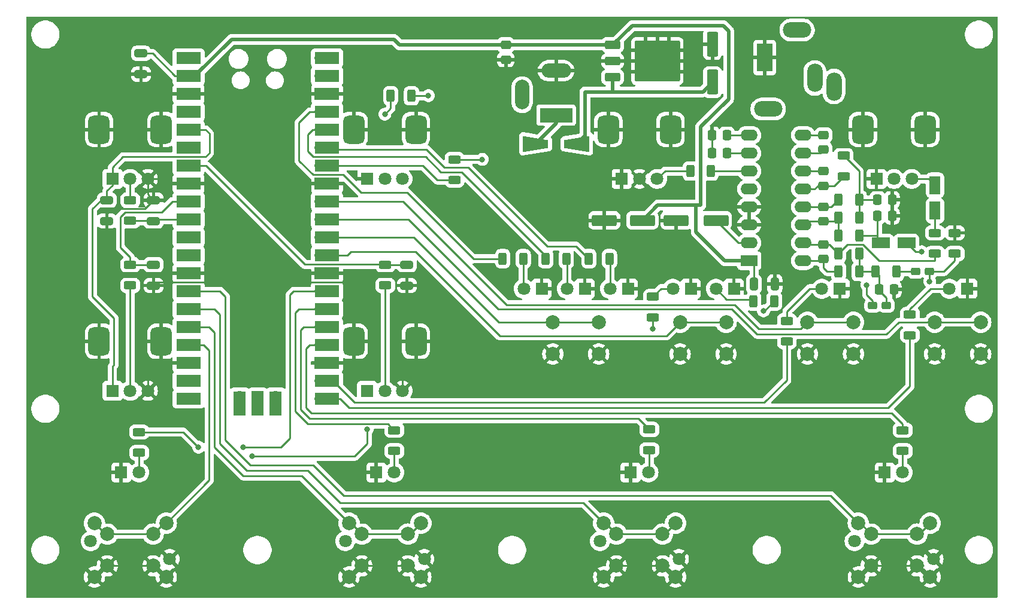
<source format=gbr>
%TF.GenerationSoftware,KiCad,Pcbnew,8.0.5*%
%TF.CreationDate,2024-11-14T16:27:45+01:00*%
%TF.ProjectId,VCO_RPIpico,56434f5f-5250-4497-9069-636f2e6b6963,0*%
%TF.SameCoordinates,Original*%
%TF.FileFunction,Copper,L2,Bot*%
%TF.FilePolarity,Positive*%
%FSLAX46Y46*%
G04 Gerber Fmt 4.6, Leading zero omitted, Abs format (unit mm)*
G04 Created by KiCad (PCBNEW 8.0.5) date 2024-11-14 16:27:45*
%MOMM*%
%LPD*%
G01*
G04 APERTURE LIST*
G04 Aperture macros list*
%AMRoundRect*
0 Rectangle with rounded corners*
0 $1 Rounding radius*
0 $2 $3 $4 $5 $6 $7 $8 $9 X,Y pos of 4 corners*
0 Add a 4 corners polygon primitive as box body*
4,1,4,$2,$3,$4,$5,$6,$7,$8,$9,$2,$3,0*
0 Add four circle primitives for the rounded corners*
1,1,$1+$1,$2,$3*
1,1,$1+$1,$4,$5*
1,1,$1+$1,$6,$7*
1,1,$1+$1,$8,$9*
0 Add four rect primitives between the rounded corners*
20,1,$1+$1,$2,$3,$4,$5,0*
20,1,$1+$1,$4,$5,$6,$7,0*
20,1,$1+$1,$6,$7,$8,$9,0*
20,1,$1+$1,$8,$9,$2,$3,0*%
%AMOutline4P*
0 Free polygon, 4 corners , with rotation*
0 The origin of the aperture is its center*
0 number of corners: always 4*
0 $1 to $8 corner X, Y*
0 $9 Rotation angle, in degrees counterclockwise*
0 create outline with 4 corners*
4,1,4,$1,$2,$3,$4,$5,$6,$7,$8,$1,$2,$9*%
G04 Aperture macros list end*
%TA.AperFunction,ComponentPad*%
%ADD10R,1.800000X1.800000*%
%TD*%
%TA.AperFunction,ComponentPad*%
%ADD11C,1.800000*%
%TD*%
%TA.AperFunction,ComponentPad*%
%ADD12RoundRect,0.750000X0.750000X-1.250000X0.750000X1.250000X-0.750000X1.250000X-0.750000X-1.250000X0*%
%TD*%
%TA.AperFunction,ComponentPad*%
%ADD13C,2.000000*%
%TD*%
%TA.AperFunction,ComponentPad*%
%ADD14O,2.200000X4.000000*%
%TD*%
%TA.AperFunction,ComponentPad*%
%ADD15O,4.000000X2.200000*%
%TD*%
%TA.AperFunction,ComponentPad*%
%ADD16R,2.200000X4.000000*%
%TD*%
%TA.AperFunction,ComponentPad*%
%ADD17R,4.600000X2.000000*%
%TD*%
%TA.AperFunction,ComponentPad*%
%ADD18O,4.200000X2.000000*%
%TD*%
%TA.AperFunction,ComponentPad*%
%ADD19O,2.000000X4.200000*%
%TD*%
%TA.AperFunction,SMDPad,CuDef*%
%ADD20RoundRect,0.250000X1.500000X0.550000X-1.500000X0.550000X-1.500000X-0.550000X1.500000X-0.550000X0*%
%TD*%
%TA.AperFunction,SMDPad,CuDef*%
%ADD21RoundRect,0.250000X0.312500X0.625000X-0.312500X0.625000X-0.312500X-0.625000X0.312500X-0.625000X0*%
%TD*%
%TA.AperFunction,SMDPad,CuDef*%
%ADD22RoundRect,0.250000X0.650000X-0.325000X0.650000X0.325000X-0.650000X0.325000X-0.650000X-0.325000X0*%
%TD*%
%TA.AperFunction,SMDPad,CuDef*%
%ADD23RoundRect,0.250000X-0.625000X0.312500X-0.625000X-0.312500X0.625000X-0.312500X0.625000X0.312500X0*%
%TD*%
%TA.AperFunction,SMDPad,CuDef*%
%ADD24RoundRect,0.250000X-0.312500X-0.625000X0.312500X-0.625000X0.312500X0.625000X-0.312500X0.625000X0*%
%TD*%
%TA.AperFunction,SMDPad,CuDef*%
%ADD25RoundRect,0.250000X0.550000X-1.050000X0.550000X1.050000X-0.550000X1.050000X-0.550000X-1.050000X0*%
%TD*%
%TA.AperFunction,SMDPad,CuDef*%
%ADD26RoundRect,0.250000X0.337500X0.475000X-0.337500X0.475000X-0.337500X-0.475000X0.337500X-0.475000X0*%
%TD*%
%TA.AperFunction,SMDPad,CuDef*%
%ADD27RoundRect,0.250000X0.475000X-0.337500X0.475000X0.337500X-0.475000X0.337500X-0.475000X-0.337500X0*%
%TD*%
%TA.AperFunction,SMDPad,CuDef*%
%ADD28RoundRect,0.250000X0.550000X-1.500000X0.550000X1.500000X-0.550000X1.500000X-0.550000X-1.500000X0*%
%TD*%
%TA.AperFunction,SMDPad,CuDef*%
%ADD29RoundRect,0.250000X0.625000X-0.312500X0.625000X0.312500X-0.625000X0.312500X-0.625000X-0.312500X0*%
%TD*%
%TA.AperFunction,ComponentPad*%
%ADD30R,2.400000X1.600000*%
%TD*%
%TA.AperFunction,ComponentPad*%
%ADD31O,2.400000X1.600000*%
%TD*%
%TA.AperFunction,SMDPad,CuDef*%
%ADD32RoundRect,0.250000X-1.050000X-0.550000X1.050000X-0.550000X1.050000X0.550000X-1.050000X0.550000X0*%
%TD*%
%TA.AperFunction,SMDPad,CuDef*%
%ADD33RoundRect,0.250000X-0.325000X-0.650000X0.325000X-0.650000X0.325000X0.650000X-0.325000X0.650000X0*%
%TD*%
%TA.AperFunction,SMDPad,CuDef*%
%ADD34RoundRect,0.250000X-0.337500X-0.475000X0.337500X-0.475000X0.337500X0.475000X-0.337500X0.475000X0*%
%TD*%
%TA.AperFunction,SMDPad,CuDef*%
%ADD35RoundRect,0.250000X0.400000X0.275000X-0.400000X0.275000X-0.400000X-0.275000X0.400000X-0.275000X0*%
%TD*%
%TA.AperFunction,SMDPad,CuDef*%
%ADD36RoundRect,0.250000X-0.650000X0.325000X-0.650000X-0.325000X0.650000X-0.325000X0.650000X0.325000X0*%
%TD*%
%TA.AperFunction,SMDPad,CuDef*%
%ADD37RoundRect,0.250000X-0.475000X0.337500X-0.475000X-0.337500X0.475000X-0.337500X0.475000X0.337500X0*%
%TD*%
%TA.AperFunction,ComponentPad*%
%ADD38O,1.700000X1.700000*%
%TD*%
%TA.AperFunction,SMDPad,CuDef*%
%ADD39R,3.500000X1.700000*%
%TD*%
%TA.AperFunction,ComponentPad*%
%ADD40R,1.700000X1.700000*%
%TD*%
%TA.AperFunction,SMDPad,CuDef*%
%ADD41R,1.700000X3.500000*%
%TD*%
%TA.AperFunction,SMDPad,CuDef*%
%ADD42Outline4P,-1.800000X-1.150000X1.800000X-0.550000X1.800000X0.550000X-1.800000X1.150000X180.000000*%
%TD*%
%TA.AperFunction,SMDPad,CuDef*%
%ADD43Outline4P,-1.800000X-1.150000X1.800000X-0.550000X1.800000X0.550000X-1.800000X1.150000X0.000000*%
%TD*%
%TA.AperFunction,SMDPad,CuDef*%
%ADD44RoundRect,0.250000X-0.400000X-0.275000X0.400000X-0.275000X0.400000X0.275000X-0.400000X0.275000X0*%
%TD*%
%TA.AperFunction,SMDPad,CuDef*%
%ADD45RoundRect,0.250000X-0.850000X-0.350000X0.850000X-0.350000X0.850000X0.350000X-0.850000X0.350000X0*%
%TD*%
%TA.AperFunction,SMDPad,CuDef*%
%ADD46RoundRect,0.250000X-1.275000X-1.125000X1.275000X-1.125000X1.275000X1.125000X-1.275000X1.125000X0*%
%TD*%
%TA.AperFunction,SMDPad,CuDef*%
%ADD47RoundRect,0.249997X-2.950003X-2.650003X2.950003X-2.650003X2.950003X2.650003X-2.950003X2.650003X0*%
%TD*%
%TA.AperFunction,ViaPad*%
%ADD48C,0.800000*%
%TD*%
%TA.AperFunction,Conductor*%
%ADD49C,0.250000*%
%TD*%
%TA.AperFunction,Conductor*%
%ADD50C,0.500000*%
%TD*%
G04 APERTURE END LIST*
D10*
%TO.P,D6,1,K*%
%TO.N,GND*%
X127736000Y-113008000D03*
D11*
%TO.P,D6,2,A*%
%TO.N,/led_fire3*%
X130276000Y-113008000D03*
%TD*%
D10*
%TO.P,R14,1,1*%
%TO.N,+3V3*%
X54500000Y-101450000D03*
D11*
%TO.P,R14,2,2*%
%TO.N,Net-(R14-Pad2)*%
X57000000Y-101450000D03*
%TO.P,R14,3,3*%
%TO.N,GND*%
X59500000Y-101450000D03*
D12*
%TO.P,R14,MP,MountPin*%
X52600000Y-94450000D03*
X61400000Y-94450000D03*
%TD*%
D13*
%TO.P,SW4,1,1*%
%TO.N,/sw_fire3*%
X125750000Y-121750000D03*
X132250000Y-121750000D03*
%TO.P,SW4,2,2*%
%TO.N,GND*%
X125750000Y-126250000D03*
X132250000Y-126250000D03*
%TD*%
%TO.P,SW6,1,1*%
%TO.N,/sw_fire1*%
X53750000Y-121750000D03*
X60250000Y-121750000D03*
%TO.P,SW6,2,2*%
%TO.N,GND*%
X53750000Y-126250000D03*
X60250000Y-126250000D03*
%TD*%
D10*
%TO.P,D10,1,K*%
%TO.N,GND*%
X121269000Y-87000000D03*
D11*
%TO.P,D10,2,A*%
%TO.N,Net-(D10-A)*%
X118729000Y-87000000D03*
%TD*%
D10*
%TO.P,D7,1,K*%
%TO.N,GND*%
X163677000Y-113008000D03*
D11*
%TO.P,D7,2,A*%
%TO.N,/led_fire4*%
X166217000Y-113008000D03*
%TD*%
D10*
%TO.P,D1,1,K*%
%TO.N,GND*%
X142351000Y-87000000D03*
D11*
%TO.P,D1,2,A*%
%TO.N,Net-(D1-A)*%
X139811000Y-87000000D03*
%TD*%
D13*
%TO.P,sw9,1,1*%
%TO.N,/sw_fire1*%
X62100000Y-120200000D03*
%TO.P,sw9,2,2*%
X51940000Y-120200000D03*
%TO.P,sw9,3,3*%
%TO.N,GND*%
X62100000Y-127820000D03*
%TO.P,sw9,4,4*%
X51940000Y-127820000D03*
D11*
%TO.P,sw9,5,A*%
%TO.N,/led_fire1*%
X51412000Y-122740000D03*
%TO.P,sw9,6,K*%
%TO.N,GND*%
X62588000Y-125280000D03*
%TD*%
D10*
%TO.P,D11,1,K*%
%TO.N,GND*%
X127365000Y-87000000D03*
D11*
%TO.P,D11,2,A*%
%TO.N,Net-(D11-A)*%
X124825000Y-87000000D03*
%TD*%
D10*
%TO.P,RV5,1,1*%
%TO.N,GND*%
X90500000Y-71450000D03*
D11*
%TO.P,RV5,2,2*%
%TO.N,Net-(R28-Pad1)*%
X93000000Y-71450000D03*
%TO.P,RV5,3,3*%
%TO.N,Net-(C21-Pad2)*%
X95500000Y-71450000D03*
D12*
%TO.P,RV5,MP,MountPin*%
%TO.N,GND*%
X88600000Y-64450000D03*
X97400000Y-64450000D03*
%TD*%
D13*
%TO.P,sw10,1,1*%
%TO.N,/sw_fire2*%
X98100000Y-120200000D03*
%TO.P,sw10,2,2*%
X87940000Y-120200000D03*
%TO.P,sw10,3,3*%
%TO.N,GND*%
X98100000Y-127820000D03*
%TO.P,sw10,4,4*%
X87940000Y-127820000D03*
D11*
%TO.P,sw10,5,A*%
%TO.N,/led_fire2*%
X87412000Y-122740000D03*
%TO.P,sw10,6,K*%
%TO.N,GND*%
X98588000Y-125280000D03*
%TD*%
D13*
%TO.P,sw12,1,1*%
%TO.N,/sw_fire4*%
X170100000Y-120200000D03*
%TO.P,sw12,2,2*%
X159940000Y-120200000D03*
%TO.P,sw12,3,3*%
%TO.N,GND*%
X170100000Y-127820000D03*
%TO.P,sw12,4,4*%
X159940000Y-127820000D03*
D11*
%TO.P,sw12,5,A*%
%TO.N,/led_fire4*%
X159412000Y-122740000D03*
%TO.P,sw12,6,K*%
%TO.N,GND*%
X170588000Y-125280000D03*
%TD*%
D10*
%TO.P,RV4,1,1*%
%TO.N,GND*%
X126500000Y-71450000D03*
D11*
%TO.P,RV4,2,2*%
X129000000Y-71450000D03*
%TO.P,RV4,3,3*%
%TO.N,Net-(R19-Pad1)*%
X131500000Y-71450000D03*
D12*
%TO.P,RV4,MP,MountPin*%
%TO.N,GND*%
X124600000Y-64450000D03*
X133400000Y-64450000D03*
%TD*%
D13*
%TO.P,sw11,1,1*%
%TO.N,/sw_fire3*%
X134100000Y-120200000D03*
%TO.P,sw11,2,2*%
X123940000Y-120200000D03*
%TO.P,sw11,3,3*%
%TO.N,GND*%
X134100000Y-127820000D03*
%TO.P,sw11,4,4*%
X123940000Y-127820000D03*
D11*
%TO.P,sw11,5,A*%
%TO.N,/led_fire3*%
X123412000Y-122740000D03*
%TO.P,sw11,6,K*%
%TO.N,GND*%
X134588000Y-125280000D03*
%TD*%
D14*
%TO.P,J1,R*%
%TO.N,N/C*%
X156492000Y-58356000D03*
%TO.P,J1,RN*%
X153792000Y-57156000D03*
D15*
%TO.P,J1,S*%
%TO.N,Net-(J1-PadS)*%
X151292000Y-50356000D03*
D16*
%TO.P,J1,T*%
%TO.N,GND*%
X146692000Y-54256000D03*
D15*
%TO.P,J1,TN*%
%TO.N,N/C*%
X147192000Y-61556000D03*
%TD*%
D10*
%TO.P,D8,1,K*%
%TO.N,GND*%
X115173000Y-87000000D03*
D11*
%TO.P,D8,2,A*%
%TO.N,Net-(D8-A)*%
X112633000Y-87000000D03*
%TD*%
D10*
%TO.P,R13,1,1*%
%TO.N,+3V3*%
X90500000Y-101450000D03*
D11*
%TO.P,R13,2,2*%
%TO.N,Net-(R13-Pad2)*%
X93000000Y-101450000D03*
%TO.P,R13,3,3*%
%TO.N,GND*%
X95500000Y-101450000D03*
D12*
%TO.P,R13,MP,MountPin*%
X88600000Y-94450000D03*
X97400000Y-94450000D03*
%TD*%
D10*
%TO.P,D9,1,K*%
%TO.N,GND*%
X175366000Y-87000000D03*
D11*
%TO.P,D9,2,A*%
%TO.N,Net-(D9-A)*%
X172826000Y-87000000D03*
%TD*%
D10*
%TO.P,R15,1,1*%
%TO.N,+3V3*%
X54500000Y-71450000D03*
D11*
%TO.P,R15,2,2*%
%TO.N,Net-(R15-Pad2)*%
X57000000Y-71450000D03*
%TO.P,R15,3,3*%
%TO.N,GND*%
X59500000Y-71450000D03*
D12*
%TO.P,R15,MP,MountPin*%
X52600000Y-64450000D03*
X61400000Y-64450000D03*
%TD*%
D13*
%TO.P,SW7,1,1*%
%TO.N,GND*%
X177250000Y-96250000D03*
X170750000Y-96250000D03*
%TO.P,SW7,2,2*%
%TO.N,Net-(A1-GPIO7)*%
X177250000Y-91750000D03*
X170750000Y-91750000D03*
%TD*%
%TO.P,SW3,1,1*%
%TO.N,/sw_fire4*%
X161750000Y-121750000D03*
X168250000Y-121750000D03*
%TO.P,SW3,2,2*%
%TO.N,GND*%
X161750000Y-126250000D03*
X168250000Y-126250000D03*
%TD*%
%TO.P,SW5,1,1*%
%TO.N,/sw_fire2*%
X89750000Y-121750000D03*
X96250000Y-121750000D03*
%TO.P,SW5,2,2*%
%TO.N,GND*%
X89750000Y-126250000D03*
X96250000Y-126250000D03*
%TD*%
%TO.P,SW2,1,1*%
%TO.N,GND*%
X123250000Y-96250000D03*
X116750000Y-96250000D03*
%TO.P,SW2,2,2*%
%TO.N,Net-(A1-GPIO8)*%
X123250000Y-91750000D03*
X116750000Y-91750000D03*
%TD*%
D10*
%TO.P,D5,1,K*%
%TO.N,GND*%
X91795000Y-113008000D03*
D11*
%TO.P,D5,2,A*%
%TO.N,/led_fire2*%
X94335000Y-113008000D03*
%TD*%
D10*
%TO.P,D3,1,K*%
%TO.N,GND*%
X157332000Y-87000000D03*
D11*
%TO.P,D3,2,A*%
%TO.N,Net-(D3-A)*%
X154792000Y-87000000D03*
%TD*%
D10*
%TO.P,D4,1,K*%
%TO.N,GND*%
X55727000Y-113008000D03*
D11*
%TO.P,D4,2,A*%
%TO.N,/led_fire1*%
X58267000Y-113008000D03*
%TD*%
D17*
%TO.P,J2,1*%
%TO.N,Net-(D20-A)*%
X117216000Y-62420000D03*
D18*
%TO.P,J2,2*%
%TO.N,GND*%
X117216000Y-56120000D03*
D19*
%TO.P,J2,3*%
%TO.N,N/C*%
X112416000Y-59520000D03*
%TD*%
D13*
%TO.P,SW1,1,1*%
%TO.N,GND*%
X141250000Y-96250000D03*
X134750000Y-96250000D03*
%TO.P,SW1,2,2*%
%TO.N,Net-(A1-GPIO9)*%
X141250000Y-91750000D03*
X134750000Y-91750000D03*
%TD*%
D10*
%TO.P,D2,1,K*%
%TO.N,GND*%
X136255000Y-87000000D03*
D11*
%TO.P,D2,2,A*%
%TO.N,Net-(D2-A)*%
X133715000Y-87000000D03*
%TD*%
D13*
%TO.P,SW8,1,1*%
%TO.N,GND*%
X159250000Y-96250000D03*
X152750000Y-96250000D03*
%TO.P,SW8,2,2*%
%TO.N,Net-(A1-GPIO6)*%
X159250000Y-91750000D03*
X152750000Y-91750000D03*
%TD*%
D10*
%TO.P,RV6,1,1*%
%TO.N,GND*%
X162500000Y-71450000D03*
D11*
%TO.P,RV6,2,2*%
%TO.N,Net-(J1-PadS)*%
X165000000Y-71450000D03*
%TO.P,RV6,3,3*%
%TO.N,Net-(C23-Pad2)*%
X167500000Y-71450000D03*
D12*
%TO.P,RV6,MP,MountPin*%
%TO.N,GND*%
X160600000Y-64450000D03*
X169400000Y-64450000D03*
%TD*%
D20*
%TO.P,C9,1*%
%TO.N,Net-(U2-REF)*%
X139812000Y-77321000D03*
%TO.P,C9,2*%
%TO.N,GND*%
X134212000Y-77321000D03*
%TD*%
D21*
%TO.P,R2,1*%
%TO.N,Net-(A1-GPIO17)*%
X148061000Y-88751000D03*
%TO.P,R2,2*%
%TO.N,Net-(D1-A)*%
X145136000Y-88751000D03*
%TD*%
D22*
%TO.P,C6,1*%
%TO.N,GND*%
X53700000Y-77399000D03*
%TO.P,C6,2*%
%TO.N,+3V3*%
X53700000Y-74449000D03*
%TD*%
D23*
%TO.P,R27,1*%
%TO.N,Net-(C23-Pad1)*%
X170794000Y-79095000D03*
%TO.P,R27,2*%
%TO.N,Net-(U2-LPF1-OUT)*%
X170794000Y-82020000D03*
%TD*%
D24*
%TO.P,R19,1*%
%TO.N,Net-(R19-Pad1)*%
X136184500Y-70336000D03*
%TO.P,R19,2*%
%TO.N,Net-(U2-VCO)*%
X139109500Y-70336000D03*
%TD*%
D25*
%TO.P,C23,1*%
%TO.N,Net-(C23-Pad1)*%
X170794000Y-75946000D03*
%TO.P,C23,2*%
%TO.N,Net-(C23-Pad2)*%
X170794000Y-72346000D03*
%TD*%
D21*
%TO.P,R22,1*%
%TO.N,Net-(C18-Pad1)*%
X165337000Y-84560000D03*
%TO.P,R22,2*%
%TO.N,Net-(C12-Pad2)*%
X162412000Y-84560000D03*
%TD*%
D26*
%TO.P,C12,1*%
%TO.N,GND*%
X164973500Y-87100000D03*
%TO.P,C12,2*%
%TO.N,Net-(C12-Pad2)*%
X162898500Y-87100000D03*
%TD*%
D21*
%TO.P,R7,1*%
%TO.N,Net-(D8-A)*%
X112582500Y-82756000D03*
%TO.P,R7,2*%
%TO.N,Net-(A1-GPIO2)*%
X109657500Y-82756000D03*
%TD*%
D27*
%TO.P,C22,1*%
%TO.N,Net-(U2-OP1-IN)*%
X155046000Y-67309500D03*
%TO.P,C22,2*%
%TO.N,Net-(U2-OP1-OUT)*%
X155046000Y-65234500D03*
%TD*%
D22*
%TO.P,C5,1*%
%TO.N,GND*%
X58526000Y-56620000D03*
%TO.P,C5,2*%
%TO.N,+5C*%
X58526000Y-53670000D03*
%TD*%
D21*
%TO.P,R21,1*%
%TO.N,Net-(C12-Pad2)*%
X160064500Y-82020000D03*
%TO.P,R21,2*%
%TO.N,Net-(U2-LPF1-OUT)*%
X157139500Y-82020000D03*
%TD*%
D28*
%TO.P,C1,1*%
%TO.N,Net-(D20-K)*%
X139314000Y-57754000D03*
%TO.P,C1,2*%
%TO.N,GND*%
X139314000Y-52354000D03*
%TD*%
D29*
%TO.P,R29,1*%
%TO.N,Net-(U2-OP2-OUT)*%
X157856000Y-71072000D03*
%TO.P,R29,2*%
%TO.N,Net-(C16-Pad1)*%
X157856000Y-68147000D03*
%TD*%
D23*
%TO.P,R16,1*%
%TO.N,Net-(A1-GPIO13)*%
X166222000Y-107035000D03*
%TO.P,R16,2*%
%TO.N,/led_fire4*%
X166222000Y-109960000D03*
%TD*%
D30*
%TO.P,U2,1,VCC*%
%TO.N,+5C*%
X144515000Y-83036000D03*
D31*
%TO.P,U2,2,REF*%
%TO.N,Net-(U2-REF)*%
X144515000Y-80496000D03*
%TO.P,U2,3,AGND*%
%TO.N,GND*%
X144515000Y-77956000D03*
%TO.P,U2,4,DGND*%
X144515000Y-75416000D03*
%TO.P,U2,5,CLK_0*%
%TO.N,unconnected-(U2-CLK_0-Pad5)*%
X144515000Y-72876000D03*
%TO.P,U2,6,VCO*%
%TO.N,Net-(U2-VCO)*%
X144515000Y-70336000D03*
%TO.P,U2,7,CC1*%
%TO.N,Net-(U2-CC1)*%
X144515000Y-67796000D03*
%TO.P,U2,8,CC0*%
%TO.N,Net-(U2-CC0)*%
X144515000Y-65256000D03*
%TO.P,U2,9,OP1-OUT*%
%TO.N,Net-(U2-OP1-OUT)*%
X152135000Y-65256000D03*
%TO.P,U2,10,OP1-IN*%
%TO.N,Net-(U2-OP1-IN)*%
X152135000Y-67796000D03*
%TO.P,U2,11,OP2-IN*%
%TO.N,Net-(U2-OP2-IN)*%
X152135000Y-70336000D03*
%TO.P,U2,12,OP2-OUT*%
%TO.N,Net-(U2-OP2-OUT)*%
X152135000Y-72876000D03*
%TO.P,U2,13,LPF2-IN*%
%TO.N,Net-(U2-LPF2-IN)*%
X152135000Y-75416000D03*
%TO.P,U2,14,LPF2-OUT*%
%TO.N,Net-(U2-LPF2-OUT)*%
X152135000Y-77956000D03*
%TO.P,U2,15,LPF1-OUT*%
%TO.N,Net-(U2-LPF1-OUT)*%
X152135000Y-80496000D03*
%TO.P,U2,16,LPF1-IN*%
%TO.N,Net-(U2-LPF1-IN)*%
X152135000Y-83036000D03*
%TD*%
D23*
%TO.P,R4,1*%
%TO.N,Net-(A1-GPIO28_ADC2)*%
X93070000Y-83605500D03*
%TO.P,R4,2*%
%TO.N,Net-(R13-Pad2)*%
X93070000Y-86530500D03*
%TD*%
D32*
%TO.P,C21,1*%
%TO.N,Net-(C19-Pad1)*%
X163152000Y-80496000D03*
%TO.P,C21,2*%
%TO.N,Net-(C21-Pad2)*%
X166752000Y-80496000D03*
%TD*%
D21*
%TO.P,R12,1*%
%TO.N,Net-(D11-A)*%
X124774500Y-82756000D03*
%TO.P,R12,2*%
%TO.N,Net-(A1-GPIO4)*%
X121849500Y-82756000D03*
%TD*%
D33*
%TO.P,C7,1*%
%TO.N,+5C*%
X145189000Y-86338000D03*
%TO.P,C7,2*%
%TO.N,GND*%
X148139000Y-86338000D03*
%TD*%
D20*
%TO.P,C8,1*%
%TO.N,+5C*%
X129425000Y-77321000D03*
%TO.P,C8,2*%
%TO.N,GND*%
X124025000Y-77321000D03*
%TD*%
D29*
%TO.P,R17,1*%
%TO.N,Net-(A1-GPIO14)*%
X149839000Y-94466000D03*
%TO.P,R17,2*%
%TO.N,Net-(D3-A)*%
X149839000Y-91541000D03*
%TD*%
%TO.P,R11,1*%
%TO.N,/led_fire3*%
X130408000Y-109837000D03*
%TO.P,R11,2*%
%TO.N,Net-(A1-GPIO12)*%
X130408000Y-106912000D03*
%TD*%
D23*
%TO.P,R5,1*%
%TO.N,Net-(A1-GPIO27_ADC1)*%
X57002000Y-83605500D03*
%TO.P,R5,2*%
%TO.N,Net-(R14-Pad2)*%
X57002000Y-86530500D03*
%TD*%
D27*
%TO.P,C11,1*%
%TO.N,Net-(U2-LPF1-IN)*%
X155046000Y-82782000D03*
%TO.P,C11,2*%
%TO.N,Net-(U2-LPF1-OUT)*%
X155046000Y-80707000D03*
%TD*%
D29*
%TO.P,R9,1*%
%TO.N,/led_fire1*%
X58272000Y-110214000D03*
%TO.P,R9,2*%
%TO.N,Net-(A1-GPIO10)*%
X58272000Y-107289000D03*
%TD*%
D34*
%TO.P,C16,1*%
%TO.N,Net-(C16-Pad1)*%
X162644500Y-74400000D03*
%TO.P,C16,2*%
%TO.N,GND*%
X164719500Y-74400000D03*
%TD*%
D21*
%TO.P,R8,1*%
%TO.N,Net-(D10-A)*%
X118662500Y-82756000D03*
%TO.P,R8,2*%
%TO.N,Net-(A1-GPIO3)*%
X115737500Y-82756000D03*
%TD*%
D35*
%TO.P,C17,1*%
%TO.N,Net-(C12-Pad2)*%
X163911000Y-89360000D03*
%TO.P,C17,2*%
%TO.N,Net-(C17-Pad2)*%
X161961000Y-89360000D03*
%TD*%
D24*
%TO.P,R25,1*%
%TO.N,Net-(U2-LPF2-OUT)*%
X157139500Y-76940000D03*
%TO.P,R25,2*%
%TO.N,Net-(C16-Pad1)*%
X160064500Y-76940000D03*
%TD*%
D22*
%TO.P,C2,1*%
%TO.N,GND*%
X96118000Y-86543000D03*
%TO.P,C2,2*%
%TO.N,Net-(A1-GPIO28_ADC2)*%
X96118000Y-83593000D03*
%TD*%
D26*
%TO.P,C15,1*%
%TO.N,Net-(U2-CC0)*%
X141351500Y-65256000D03*
%TO.P,C15,2*%
%TO.N,GND*%
X139276500Y-65256000D03*
%TD*%
D29*
%TO.P,R3,1*%
%TO.N,Net-(A1-GPIO16)*%
X130916000Y-91041000D03*
%TO.P,R3,2*%
%TO.N,Net-(D2-A)*%
X130916000Y-88116000D03*
%TD*%
D24*
%TO.P,R28,1*%
%TO.N,Net-(R28-Pad1)*%
X93832000Y-59668000D03*
%TO.P,R28,2*%
%TO.N,Net-(C17-Pad2)*%
X96757000Y-59668000D03*
%TD*%
D21*
%TO.P,R24,1*%
%TO.N,Net-(C19-Pad1)*%
X160064500Y-79480000D03*
%TO.P,R24,2*%
%TO.N,Net-(U2-LPF2-OUT)*%
X157139500Y-79480000D03*
%TD*%
D36*
%TO.P,C4,1*%
%TO.N,GND*%
X60304000Y-74449000D03*
%TO.P,C4,2*%
%TO.N,Net-(A1-GPIO26_ADC0)*%
X60304000Y-77399000D03*
%TD*%
D29*
%TO.P,R6,1*%
%TO.N,Net-(A1-GPIO26_ADC0)*%
X57002000Y-77386500D03*
%TO.P,R6,2*%
%TO.N,Net-(R15-Pad2)*%
X57002000Y-74461500D03*
%TD*%
D21*
%TO.P,R20,1*%
%TO.N,Net-(C12-Pad2)*%
X160064500Y-84560000D03*
%TO.P,R20,2*%
%TO.N,Net-(U2-LPF1-IN)*%
X157139500Y-84560000D03*
%TD*%
D22*
%TO.P,C3,1*%
%TO.N,GND*%
X60304000Y-86543000D03*
%TO.P,C3,2*%
%TO.N,Net-(A1-GPIO27_ADC1)*%
X60304000Y-83593000D03*
%TD*%
D29*
%TO.P,R10,1*%
%TO.N,/led_fire2*%
X94340000Y-109960000D03*
%TO.P,R10,2*%
%TO.N,Net-(A1-GPIO11)*%
X94340000Y-107035000D03*
%TD*%
D37*
%TO.P,C10,1*%
%TO.N,+5C*%
X110104000Y-52471000D03*
%TO.P,C10,2*%
%TO.N,GND*%
X110104000Y-54546000D03*
%TD*%
D27*
%TO.P,C20,1*%
%TO.N,Net-(U2-LPF2-OUT)*%
X155046000Y-77469500D03*
%TO.P,C20,2*%
%TO.N,Net-(U2-LPF2-IN)*%
X155046000Y-75394500D03*
%TD*%
D24*
%TO.P,R26,1*%
%TO.N,Net-(U2-LPF2-IN)*%
X157139500Y-74400000D03*
%TO.P,R26,2*%
%TO.N,Net-(C16-Pad1)*%
X160064500Y-74400000D03*
%TD*%
D38*
%TO.P,A1,1,GPIO0*%
%TO.N,unconnected-(A1-GPIO0-Pad1)_1*%
X83926000Y-54334000D03*
D39*
%TO.N,unconnected-(A1-GPIO0-Pad1)*%
X84826000Y-54334000D03*
D38*
%TO.P,A1,2,GPIO1*%
%TO.N,unconnected-(A1-GPIO1-Pad2)*%
X83926000Y-56874000D03*
D39*
%TO.N,unconnected-(A1-GPIO1-Pad2)_1*%
X84826000Y-56874000D03*
D40*
%TO.P,A1,3,GND*%
%TO.N,GND*%
X83926000Y-59414000D03*
D39*
X84826000Y-59414000D03*
D38*
%TO.P,A1,4,GPIO2*%
%TO.N,Net-(A1-GPIO2)*%
X83926000Y-61954000D03*
D39*
X84826000Y-61954000D03*
D38*
%TO.P,A1,5,GPIO3*%
%TO.N,Net-(A1-GPIO3)*%
X83926000Y-64494000D03*
D39*
X84826000Y-64494000D03*
D38*
%TO.P,A1,6,GPIO4*%
%TO.N,Net-(A1-GPIO4)*%
X83926000Y-67034000D03*
D39*
X84826000Y-67034000D03*
D38*
%TO.P,A1,7,GPIO5*%
%TO.N,Net-(A1-GPIO5)*%
X83926000Y-69574000D03*
D39*
X84826000Y-69574000D03*
D40*
%TO.P,A1,8,GND*%
%TO.N,GND*%
X83926000Y-72114000D03*
D39*
X84826000Y-72114000D03*
D38*
%TO.P,A1,9,GPIO6*%
%TO.N,Net-(A1-GPIO6)*%
X83926000Y-74654000D03*
D39*
X84826000Y-74654000D03*
D38*
%TO.P,A1,10,GPIO7*%
%TO.N,Net-(A1-GPIO7)*%
X83926000Y-77194000D03*
D39*
X84826000Y-77194000D03*
D38*
%TO.P,A1,11,GPIO8*%
%TO.N,Net-(A1-GPIO8)*%
X83926000Y-79734000D03*
D39*
X84826000Y-79734000D03*
D38*
%TO.P,A1,12,GPIO9*%
%TO.N,Net-(A1-GPIO9)*%
X83926000Y-82274000D03*
D39*
X84826000Y-82274000D03*
D40*
%TO.P,A1,13,GND*%
%TO.N,GND*%
X83926000Y-84814000D03*
D39*
X84826000Y-84814000D03*
D38*
%TO.P,A1,14,GPIO10*%
%TO.N,Net-(A1-GPIO10)*%
X83926000Y-87354000D03*
D39*
X84826000Y-87354000D03*
D38*
%TO.P,A1,15,GPIO11*%
%TO.N,Net-(A1-GPIO11)*%
X83926000Y-89894000D03*
D39*
X84826000Y-89894000D03*
D38*
%TO.P,A1,16,GPIO12*%
%TO.N,Net-(A1-GPIO12)*%
X83926000Y-92434000D03*
D39*
X84826000Y-92434000D03*
D38*
%TO.P,A1,17,GPIO13*%
%TO.N,Net-(A1-GPIO13)*%
X83926000Y-94974000D03*
D39*
X84826000Y-94974000D03*
D40*
%TO.P,A1,18,GND*%
%TO.N,GND*%
X83926000Y-97514000D03*
D39*
X84826000Y-97514000D03*
D38*
%TO.P,A1,19,GPIO14*%
%TO.N,Net-(A1-GPIO14)*%
X83926000Y-100054000D03*
D39*
X84826000Y-100054000D03*
D38*
%TO.P,A1,20,GPIO15*%
%TO.N,Net-(A1-GPIO15)*%
X83926000Y-102594000D03*
D39*
X84826000Y-102594000D03*
D38*
%TO.P,A1,21,GPIO16*%
%TO.N,Net-(A1-GPIO16)*%
X66146000Y-102594000D03*
D39*
X65246000Y-102594000D03*
D38*
%TO.P,A1,22,GPIO17*%
%TO.N,Net-(A1-GPIO17)*%
X66146000Y-100054000D03*
D39*
X65246000Y-100054000D03*
D40*
%TO.P,A1,23,GND*%
%TO.N,GND*%
X66146000Y-97514000D03*
D39*
X65246000Y-97514000D03*
D38*
%TO.P,A1,24,GPIO18*%
%TO.N,/sw_fire1*%
X66146000Y-94974000D03*
D39*
X65246000Y-94974000D03*
D38*
%TO.P,A1,25,GPIO19*%
%TO.N,/sw_fire2*%
X66146000Y-92434000D03*
D39*
X65246000Y-92434000D03*
D38*
%TO.P,A1,26,GPIO20*%
%TO.N,/sw_fire3*%
X66146000Y-89894000D03*
D39*
X65246000Y-89894000D03*
D38*
%TO.P,A1,27,GPIO21*%
%TO.N,/sw_fire4*%
X66146000Y-87354000D03*
D39*
X65246000Y-87354000D03*
D40*
%TO.P,A1,28,GND*%
%TO.N,GND*%
X66146000Y-84814000D03*
D39*
X65246000Y-84814000D03*
D38*
%TO.P,A1,29,GPIO22*%
%TO.N,unconnected-(A1-GPIO22-Pad29)*%
X66146000Y-82274000D03*
D39*
%TO.N,unconnected-(A1-GPIO22-Pad29)_1*%
X65246000Y-82274000D03*
D38*
%TO.P,A1,30,RUN*%
%TO.N,unconnected-(A1-RUN-Pad30)*%
X66146000Y-79734000D03*
D39*
%TO.N,unconnected-(A1-RUN-Pad30)_1*%
X65246000Y-79734000D03*
D38*
%TO.P,A1,31,GPIO26_ADC0*%
%TO.N,Net-(A1-GPIO26_ADC0)*%
X66146000Y-77194000D03*
D39*
X65246000Y-77194000D03*
D38*
%TO.P,A1,32,GPIO27_ADC1*%
%TO.N,Net-(A1-GPIO27_ADC1)*%
X66146000Y-74654000D03*
D39*
X65246000Y-74654000D03*
D40*
%TO.P,A1,33,AGND*%
%TO.N,GND*%
X66146000Y-72114000D03*
D39*
X65246000Y-72114000D03*
D38*
%TO.P,A1,34,GPIO28_ADC2*%
%TO.N,Net-(A1-GPIO28_ADC2)*%
X66146000Y-69574000D03*
D39*
X65246000Y-69574000D03*
D38*
%TO.P,A1,35,ADC_VREF*%
%TO.N,unconnected-(A1-ADC_VREF-Pad35)*%
X66146000Y-67034000D03*
D39*
%TO.N,unconnected-(A1-ADC_VREF-Pad35)_1*%
X65246000Y-67034000D03*
D38*
%TO.P,A1,36,3V3*%
%TO.N,+3V3*%
X66146000Y-64494000D03*
D39*
X65246000Y-64494000D03*
D38*
%TO.P,A1,37,3V3_EN*%
%TO.N,unconnected-(A1-3V3_EN-Pad37)*%
X66146000Y-61954000D03*
D39*
%TO.N,unconnected-(A1-3V3_EN-Pad37)_1*%
X65246000Y-61954000D03*
D40*
%TO.P,A1,38,GND*%
%TO.N,GND*%
X66146000Y-59414000D03*
D39*
X65246000Y-59414000D03*
D38*
%TO.P,A1,39,VSYS*%
%TO.N,+5C*%
X66146000Y-56874000D03*
D39*
X65246000Y-56874000D03*
D38*
%TO.P,A1,40,VBUS*%
%TO.N,unconnected-(A1-VBUS-Pad40)_1*%
X66146000Y-54334000D03*
D39*
%TO.N,unconnected-(A1-VBUS-Pad40)*%
X65246000Y-54334000D03*
D38*
%TO.P,A1,41,SWCLK*%
%TO.N,unconnected-(A1-SWCLK-Pad41)*%
X77576000Y-102364000D03*
D41*
%TO.N,unconnected-(A1-SWCLK-Pad41)_1*%
X77576000Y-103264000D03*
D40*
%TO.P,A1,42,SWGND*%
%TO.N,unconnected-(A1-SWGND-Pad42)*%
X75036000Y-102364000D03*
D41*
%TO.N,unconnected-(A1-SWGND-Pad42)_1*%
X75036000Y-103264000D03*
D38*
%TO.P,A1,43,SWDIO*%
%TO.N,unconnected-(A1-SWDIO-Pad43)_1*%
X72496000Y-102364000D03*
D41*
%TO.N,unconnected-(A1-SWDIO-Pad43)*%
X72496000Y-103264000D03*
%TD*%
D42*
%TO.P,D20,1,K*%
%TO.N,Net-(D20-K)*%
X120116000Y-66484000D03*
D43*
%TO.P,D20,2,A*%
%TO.N,Net-(D20-A)*%
X114316000Y-66484000D03*
%TD*%
D23*
%TO.P,R1,1*%
%TO.N,/Wave_out*%
X102849000Y-68681000D03*
%TO.P,R1,2*%
%TO.N,Net-(A1-GPIO5)*%
X102849000Y-71606000D03*
%TD*%
D29*
%TO.P,R23,1*%
%TO.N,/Wave_out*%
X173588000Y-82020000D03*
%TO.P,R23,2*%
%TO.N,GND*%
X173588000Y-79095000D03*
%TD*%
%TO.P,R18,1*%
%TO.N,Net-(A1-GPIO15)*%
X167238000Y-93581000D03*
%TO.P,R18,2*%
%TO.N,Net-(D9-A)*%
X167238000Y-90656000D03*
%TD*%
D34*
%TO.P,C19,1*%
%TO.N,Net-(C19-Pad1)*%
X162644500Y-76686000D03*
%TO.P,C19,2*%
%TO.N,GND*%
X164719500Y-76686000D03*
%TD*%
D26*
%TO.P,C14,1*%
%TO.N,Net-(U2-CC1)*%
X141351500Y-67796000D03*
%TO.P,C14,2*%
%TO.N,GND*%
X139276500Y-67796000D03*
%TD*%
D37*
%TO.P,C13,1*%
%TO.N,Net-(U2-OP2-IN)*%
X155046000Y-70336000D03*
%TO.P,C13,2*%
%TO.N,Net-(U2-OP2-OUT)*%
X155046000Y-72411000D03*
%TD*%
D44*
%TO.P,C18,1*%
%TO.N,Net-(C18-Pad1)*%
X168041000Y-84560000D03*
%TO.P,C18,2*%
%TO.N,/Wave_out*%
X169991000Y-84560000D03*
%TD*%
D45*
%TO.P,U3,1,IN*%
%TO.N,Net-(D20-K)*%
X125224000Y-57041500D03*
%TO.P,U3,2,GND*%
%TO.N,GND*%
X125224000Y-54761500D03*
D46*
X129849000Y-53236500D03*
X129849000Y-56286500D03*
D47*
X131524000Y-54761500D03*
D46*
X133199000Y-53236500D03*
X133199000Y-56286500D03*
D45*
%TO.P,U3,3,OUT*%
%TO.N,+5C*%
X125224000Y-52481500D03*
%TD*%
D48*
%TO.N,+3V3*%
X74274000Y-110722000D03*
X90530000Y-106912000D03*
%TO.N,Net-(A1-GPIO16)*%
X130916000Y-92662000D03*
%TO.N,Net-(A1-GPIO17)*%
X146537000Y-90148000D03*
%TO.N,Net-(A1-GPIO10)*%
X73004000Y-109452000D03*
X66654000Y-109452000D03*
%TO.N,Net-(C17-Pad2)*%
X161142000Y-86465000D03*
X99166000Y-59668000D03*
%TO.N,/Wave_out*%
X106786000Y-68685000D03*
X170032000Y-85957000D03*
%TO.N,Net-(C21-Pad2)*%
X168889000Y-81766000D03*
%TO.N,Net-(R28-Pad1)*%
X93000000Y-62278000D03*
%TD*%
D49*
%TO.N,GND*%
X132250000Y-126250000D02*
X133130000Y-126250000D01*
X87736000Y-86084000D02*
X60763000Y-86084000D01*
X125750000Y-126250000D02*
X132250000Y-126250000D01*
X96118000Y-86543000D02*
X96118000Y-85068000D01*
X94848000Y-97006000D02*
X94848000Y-91672000D01*
X96250000Y-126250000D02*
X97130000Y-126250000D01*
X59288000Y-91672000D02*
X59288000Y-97260000D01*
X53700000Y-76422000D02*
X53700000Y-77399000D01*
X53750000Y-126250000D02*
X60250000Y-126250000D01*
X58526000Y-56620000D02*
X60050000Y-56620000D01*
X60050000Y-56620000D02*
X62844000Y-59414000D01*
X60304000Y-85068000D02*
X60304000Y-86543000D01*
X60304000Y-74449000D02*
X59109000Y-75644000D01*
X59500000Y-71450000D02*
X59500000Y-73645000D01*
X60304000Y-90656000D02*
X59288000Y-91672000D01*
X59500000Y-73645000D02*
X60304000Y-74449000D01*
X60763000Y-86084000D02*
X60304000Y-86543000D01*
X60304000Y-86543000D02*
X60304000Y-90656000D01*
X62844000Y-59414000D02*
X66146000Y-59414000D01*
X96118000Y-90402000D02*
X96118000Y-86543000D01*
X168250000Y-126250000D02*
X169130000Y-126250000D01*
X159940000Y-127820000D02*
X160180000Y-127820000D01*
X53700000Y-77399000D02*
X53700000Y-84306000D01*
X169820000Y-127820000D02*
X170100000Y-127820000D01*
X53700000Y-84306000D02*
X54462000Y-85068000D01*
X94848000Y-91672000D02*
X96118000Y-90402000D01*
X88752000Y-85068000D02*
X87736000Y-86084000D01*
X95500000Y-101450000D02*
X95500000Y-97658000D01*
X61820000Y-127820000D02*
X62100000Y-127820000D01*
X95500000Y-97658000D02*
X94848000Y-97006000D01*
X60250000Y-126250000D02*
X61130000Y-126250000D01*
X59109000Y-75644000D02*
X54478000Y-75644000D01*
X62639000Y-72114000D02*
X61975000Y-71450000D01*
X59288000Y-97260000D02*
X59500000Y-97472000D01*
X54462000Y-85068000D02*
X60304000Y-85068000D01*
X161750000Y-126250000D02*
X168250000Y-126250000D01*
X54478000Y-75644000D02*
X53700000Y-76422000D01*
X139276500Y-65256000D02*
X139276500Y-67796000D01*
X97820000Y-127820000D02*
X98100000Y-127820000D01*
X62639000Y-72114000D02*
X66146000Y-72114000D01*
X61975000Y-71450000D02*
X59500000Y-71450000D01*
X89750000Y-126250000D02*
X96250000Y-126250000D01*
X53750000Y-126250000D02*
X53510000Y-126250000D01*
X133820000Y-127820000D02*
X134100000Y-127820000D01*
X59500000Y-97472000D02*
X59500000Y-101450000D01*
X96118000Y-85068000D02*
X88752000Y-85068000D01*
D50*
%TO.N,+5C*%
X137647000Y-64087000D02*
X141600000Y-60134000D01*
X141600000Y-60134000D02*
X141600000Y-50482000D01*
X141600000Y-50482000D02*
X140838000Y-49720000D01*
D49*
X63352000Y-56874000D02*
X66146000Y-56874000D01*
D50*
X137012000Y-78972000D02*
X141076000Y-83036000D01*
X71353000Y-51667000D02*
X94271000Y-51667000D01*
X137647000Y-75162000D02*
X137012000Y-75162000D01*
X131584000Y-75162000D02*
X137647000Y-75162000D01*
X94271000Y-51667000D02*
X95085500Y-52481500D01*
D49*
X60148000Y-53670000D02*
X63352000Y-56874000D01*
D50*
X140838000Y-49720000D02*
X127985500Y-49720000D01*
X129425000Y-77321000D02*
X131584000Y-75162000D01*
D49*
X145189000Y-83710000D02*
X144515000Y-83036000D01*
D50*
X127985500Y-49720000D02*
X125224000Y-52481500D01*
D49*
X58526000Y-53670000D02*
X60148000Y-53670000D01*
D50*
X137647000Y-75162000D02*
X137647000Y-64087000D01*
X66146000Y-56874000D02*
X71353000Y-51667000D01*
X95085500Y-52481500D02*
X125224000Y-52481500D01*
D49*
X145189000Y-86338000D02*
X145189000Y-83710000D01*
D50*
X137012000Y-75162000D02*
X137012000Y-78972000D01*
X141076000Y-83036000D02*
X144515000Y-83036000D01*
D49*
%TO.N,/sw_fire2*%
X88200000Y-120200000D02*
X89750000Y-121750000D01*
X68178000Y-92434000D02*
X68940000Y-93196000D01*
X66146000Y-92434000D02*
X68178000Y-92434000D01*
X73004000Y-113516000D02*
X81256000Y-113516000D01*
X68940000Y-93196000D02*
X68940000Y-109452000D01*
X89750000Y-121750000D02*
X96250000Y-121750000D01*
X68940000Y-109452000D02*
X73004000Y-113516000D01*
X87940000Y-120200000D02*
X88200000Y-120200000D01*
X81256000Y-113516000D02*
X87940000Y-120200000D01*
X96550000Y-121750000D02*
X98100000Y-120200000D01*
X96250000Y-121750000D02*
X96550000Y-121750000D01*
%TO.N,Net-(A1-GPIO6)*%
X83926000Y-74654000D02*
X95610000Y-74654000D01*
X152750000Y-91750000D02*
X159250000Y-91750000D01*
X151812000Y-92688000D02*
X152750000Y-91750000D01*
X110215000Y-89259000D02*
X142473000Y-89259000D01*
X142473000Y-89259000D02*
X145902000Y-92688000D01*
X145902000Y-92688000D02*
X151812000Y-92688000D01*
X95610000Y-74654000D02*
X110215000Y-89259000D01*
%TO.N,Net-(A1-GPIO5)*%
X83926000Y-69574000D02*
X98404000Y-69574000D01*
X100436000Y-71606000D02*
X102849000Y-71606000D01*
X98404000Y-69574000D02*
X100436000Y-71606000D01*
%TO.N,Net-(A1-GPIO11)*%
X80878000Y-89894000D02*
X80370000Y-90402000D01*
X82148000Y-106150000D02*
X93455000Y-106150000D01*
X80370000Y-104372000D02*
X82148000Y-106150000D01*
X93455000Y-106150000D02*
X94340000Y-107035000D01*
X83926000Y-89894000D02*
X80878000Y-89894000D01*
X80370000Y-90402000D02*
X80370000Y-104372000D01*
%TO.N,/sw_fire3*%
X66146000Y-89894000D02*
X68940000Y-89894000D01*
X69702000Y-108944000D02*
X73512000Y-112754000D01*
X121066000Y-117326000D02*
X123940000Y-120200000D01*
X132250000Y-121750000D02*
X132550000Y-121750000D01*
X123940000Y-120200000D02*
X124200000Y-120200000D01*
X124200000Y-120200000D02*
X125750000Y-121750000D01*
X73512000Y-112754000D02*
X82148000Y-112754000D01*
X86720000Y-117326000D02*
X121066000Y-117326000D01*
X125750000Y-121750000D02*
X132250000Y-121750000D01*
X68940000Y-89894000D02*
X69702000Y-90656000D01*
X132550000Y-121750000D02*
X134100000Y-120200000D01*
X82148000Y-112754000D02*
X86720000Y-117326000D01*
X69702000Y-90656000D02*
X69702000Y-108944000D01*
%TO.N,Net-(A1-GPIO7)*%
X165636000Y-91750000D02*
X163936000Y-93450000D01*
X163936000Y-93450000D02*
X145648000Y-93450000D01*
X170750000Y-91750000D02*
X177250000Y-91750000D01*
X145648000Y-93450000D02*
X142092000Y-89894000D01*
X142092000Y-89894000D02*
X109072000Y-89894000D01*
X96372000Y-77194000D02*
X83926000Y-77194000D01*
X170750000Y-91750000D02*
X165636000Y-91750000D01*
X109072000Y-89894000D02*
X96372000Y-77194000D01*
%TO.N,Net-(A1-GPIO13)*%
X81894000Y-103864000D02*
X82656000Y-104626000D01*
X164698000Y-104626000D02*
X166222000Y-106150000D01*
X82656000Y-104626000D02*
X164698000Y-104626000D01*
X166222000Y-106150000D02*
X166222000Y-107035000D01*
X81894000Y-95482000D02*
X81894000Y-103864000D01*
X82402000Y-94974000D02*
X81894000Y-95482000D01*
X83926000Y-94974000D02*
X82402000Y-94974000D01*
%TO.N,Net-(A1-GPIO28_ADC2)*%
X96105500Y-83605500D02*
X96118000Y-83593000D01*
X93070000Y-83605500D02*
X96105500Y-83605500D01*
X81682000Y-83544000D02*
X67712000Y-69574000D01*
X67712000Y-69574000D02*
X66146000Y-69574000D01*
X93008500Y-83544000D02*
X81682000Y-83544000D01*
X93070000Y-83605500D02*
X93008500Y-83544000D01*
%TO.N,+3V3*%
X55986000Y-68304000D02*
X67670000Y-68304000D01*
X54500000Y-72330000D02*
X54500000Y-71450000D01*
X67670000Y-68304000D02*
X68194000Y-67780000D01*
X54500000Y-101450000D02*
X54500000Y-97984000D01*
X54716000Y-97768000D02*
X54716000Y-91164000D01*
X54500000Y-69790000D02*
X55986000Y-68304000D01*
X51668000Y-88116000D02*
X51668000Y-75670000D01*
X88752000Y-110722000D02*
X74274000Y-110722000D01*
X52889000Y-74449000D02*
X53700000Y-74449000D01*
X68194000Y-65018000D02*
X67670000Y-64494000D01*
X68194000Y-67780000D02*
X68194000Y-65018000D01*
X54500000Y-71450000D02*
X54500000Y-69790000D01*
X53700000Y-73130000D02*
X54500000Y-72330000D01*
X53700000Y-74449000D02*
X53700000Y-73130000D01*
X90530000Y-108944000D02*
X88752000Y-110722000D01*
X51668000Y-75670000D02*
X52889000Y-74449000D01*
X67670000Y-64494000D02*
X66146000Y-64494000D01*
X54716000Y-91164000D02*
X51668000Y-88116000D01*
X90530000Y-106912000D02*
X90530000Y-108944000D01*
X54500000Y-97984000D02*
X54716000Y-97768000D01*
%TO.N,Net-(A1-GPIO16)*%
X130916000Y-92662000D02*
X130916000Y-91041000D01*
%TO.N,Net-(A1-GPIO15)*%
X87990000Y-103864000D02*
X86720000Y-102594000D01*
X167238000Y-100816000D02*
X164190000Y-103864000D01*
X164190000Y-103864000D02*
X87990000Y-103864000D01*
X167238000Y-100816000D02*
X167238000Y-93581000D01*
X86720000Y-102594000D02*
X83926000Y-102594000D01*
%TO.N,Net-(A1-GPIO8)*%
X116750000Y-91750000D02*
X109150000Y-91750000D01*
X116750000Y-91750000D02*
X123250000Y-91750000D01*
X97134000Y-79734000D02*
X83926000Y-79734000D01*
X109150000Y-91750000D02*
X97134000Y-79734000D01*
%TO.N,Net-(A1-GPIO17)*%
X146537000Y-90148000D02*
X146664000Y-90148000D01*
X146664000Y-90148000D02*
X148061000Y-88751000D01*
%TO.N,/sw_fire1*%
X53750000Y-121750000D02*
X60250000Y-121750000D01*
X53490000Y-121750000D02*
X51940000Y-120200000D01*
X66146000Y-94974000D02*
X67416000Y-94974000D01*
X67416000Y-94974000D02*
X68178000Y-95736000D01*
X53750000Y-121750000D02*
X53490000Y-121750000D01*
X68178000Y-95736000D02*
X68178000Y-114122000D01*
X62100000Y-120200000D02*
X61800000Y-120200000D01*
X61800000Y-120200000D02*
X60250000Y-121750000D01*
X68178000Y-114122000D02*
X62100000Y-120200000D01*
%TO.N,Net-(A1-GPIO9)*%
X132822000Y-93678000D02*
X109300000Y-93678000D01*
X87736000Y-82274000D02*
X83926000Y-82274000D01*
X88244000Y-81766000D02*
X87736000Y-82274000D01*
X97388000Y-81766000D02*
X88244000Y-81766000D01*
X109300000Y-93678000D02*
X97388000Y-81766000D01*
X84434000Y-81766000D02*
X83926000Y-82274000D01*
X134750000Y-91750000D02*
X141250000Y-91750000D01*
X134750000Y-91750000D02*
X132822000Y-93678000D01*
%TO.N,Net-(A1-GPIO10)*%
X79608000Y-87862000D02*
X80116000Y-87354000D01*
X78338000Y-109452000D02*
X79608000Y-108182000D01*
X80116000Y-87354000D02*
X83926000Y-87354000D01*
X64491000Y-107289000D02*
X58272000Y-107289000D01*
X66654000Y-109452000D02*
X64491000Y-107289000D01*
X79608000Y-108182000D02*
X79608000Y-87862000D01*
X73004000Y-109452000D02*
X78338000Y-109452000D01*
%TO.N,Net-(A1-GPIO27_ADC1)*%
X57002000Y-83605500D02*
X60291500Y-83605500D01*
X61473000Y-76152000D02*
X56266000Y-76152000D01*
X62971000Y-74654000D02*
X61473000Y-76152000D01*
X66146000Y-74654000D02*
X62971000Y-74654000D01*
X55605000Y-81131000D02*
X57002000Y-82528000D01*
X57002000Y-82528000D02*
X57002000Y-83605500D01*
X60291500Y-83605500D02*
X60304000Y-83593000D01*
X56266000Y-76152000D02*
X55605000Y-76813000D01*
X55605000Y-76813000D02*
X55605000Y-81131000D01*
%TO.N,Net-(A1-GPIO26_ADC0)*%
X60291500Y-77386500D02*
X60304000Y-77399000D01*
X60304000Y-77399000D02*
X60509000Y-77399000D01*
X60714000Y-77194000D02*
X66146000Y-77194000D01*
X60509000Y-77399000D02*
X60714000Y-77194000D01*
X57002000Y-77386500D02*
X60291500Y-77386500D01*
%TO.N,Net-(A1-GPIO12)*%
X81513000Y-92434000D02*
X83926000Y-92434000D01*
X81132000Y-104118000D02*
X81132000Y-92815000D01*
X128884000Y-105388000D02*
X82402000Y-105388000D01*
X130408000Y-106912000D02*
X128884000Y-105388000D01*
X82402000Y-105388000D02*
X81132000Y-104118000D01*
X81132000Y-92815000D02*
X81513000Y-92434000D01*
%TO.N,/sw_fire4*%
X82910000Y-111992000D02*
X87228000Y-116310000D01*
X70464000Y-108436000D02*
X74020000Y-111992000D01*
X168250000Y-121750000D02*
X168550000Y-121750000D01*
X161750000Y-121750000D02*
X168250000Y-121750000D01*
X160200000Y-120200000D02*
X161750000Y-121750000D01*
X156050000Y-116310000D02*
X159940000Y-120200000D01*
X66146000Y-87354000D02*
X69702000Y-87354000D01*
X69702000Y-87354000D02*
X70464000Y-88116000D01*
X74020000Y-111992000D02*
X82910000Y-111992000D01*
X161750000Y-121750000D02*
X161750000Y-121744000D01*
X168550000Y-121750000D02*
X170100000Y-120200000D01*
X87228000Y-116310000D02*
X156050000Y-116310000D01*
X159940000Y-120200000D02*
X160200000Y-120200000D01*
X70464000Y-88116000D02*
X70464000Y-108436000D01*
%TO.N,/led_fire1*%
X58267000Y-110727000D02*
X58267000Y-113008000D01*
X58267000Y-113008000D02*
X58267000Y-113013000D01*
%TO.N,Net-(A1-GPIO14)*%
X149839000Y-99927000D02*
X149839000Y-94466000D01*
X88752000Y-103102000D02*
X146664000Y-103102000D01*
X83926000Y-100054000D02*
X85704000Y-100054000D01*
X146664000Y-103102000D02*
X149839000Y-99927000D01*
X85704000Y-100054000D02*
X88752000Y-103102000D01*
%TO.N,Net-(A1-GPIO2)*%
X82402000Y-61954000D02*
X80878000Y-63478000D01*
X96134000Y-73358000D02*
X105532000Y-82756000D01*
X87140750Y-70844000D02*
X89654750Y-73358000D01*
X105532000Y-82756000D02*
X109657500Y-82756000D01*
X82846000Y-70844000D02*
X87140750Y-70844000D01*
X83926000Y-61954000D02*
X82402000Y-61954000D01*
X80878000Y-63478000D02*
X80878000Y-68876000D01*
X89654750Y-73358000D02*
X96134000Y-73358000D01*
X80878000Y-68876000D02*
X82846000Y-70844000D01*
%TO.N,Net-(D10-A)*%
X118729000Y-82822500D02*
X118662500Y-82756000D01*
X118729000Y-87000000D02*
X118729000Y-82822500D01*
X118724000Y-86995000D02*
X118729000Y-87000000D01*
%TO.N,Net-(R13-Pad2)*%
X93070000Y-101380000D02*
X93000000Y-101450000D01*
X93070000Y-86530500D02*
X93070000Y-101380000D01*
%TO.N,Net-(R14-Pad2)*%
X57002000Y-86530500D02*
X57002000Y-101448000D01*
X57002000Y-101448000D02*
X57000000Y-101450000D01*
%TO.N,Net-(R15-Pad2)*%
X57000000Y-74459500D02*
X57002000Y-74461500D01*
X57000000Y-71450000D02*
X57000000Y-74459500D01*
D50*
%TO.N,Net-(D20-K)*%
X125344000Y-59118000D02*
X125224000Y-58998000D01*
X139314000Y-58854000D02*
X139063500Y-59104500D01*
X139314000Y-57754000D02*
X139314000Y-58854000D01*
X137950000Y-59118000D02*
X139314000Y-57754000D01*
X125224000Y-58998000D02*
X125224000Y-57041500D01*
X120116000Y-66484000D02*
X121280000Y-65320000D01*
X121280000Y-59118000D02*
X137950000Y-59118000D01*
X121280000Y-65320000D02*
X121280000Y-59118000D01*
D49*
%TO.N,Net-(U2-REF)*%
X139812000Y-77321000D02*
X142987000Y-80496000D01*
X142987000Y-80496000D02*
X144515000Y-80496000D01*
%TO.N,Net-(U2-LPF1-IN)*%
X155046000Y-82782000D02*
X155046000Y-84052000D01*
X155046000Y-84052000D02*
X155554000Y-84560000D01*
X154538000Y-83036000D02*
X152135000Y-83036000D01*
X155554000Y-84560000D02*
X157139500Y-84560000D01*
X154792000Y-82782000D02*
X154538000Y-83036000D01*
X155046000Y-82782000D02*
X154792000Y-82782000D01*
%TO.N,Net-(D3-A)*%
X149839000Y-91541000D02*
X149839000Y-90211500D01*
X149839000Y-90211500D02*
X153050500Y-87000000D01*
X153050500Y-87000000D02*
X154792000Y-87000000D01*
%TO.N,Net-(D1-A)*%
X141308000Y-88497000D02*
X139811000Y-87000000D01*
X144882000Y-88497000D02*
X141308000Y-88497000D01*
X145136000Y-88751000D02*
X144882000Y-88497000D01*
%TO.N,Net-(D2-A)*%
X130916000Y-88116000D02*
X132032000Y-87000000D01*
X132032000Y-87000000D02*
X133715000Y-87000000D01*
%TO.N,Net-(U2-LPF1-OUT)*%
X158409500Y-80750000D02*
X157139500Y-82020000D01*
X152346000Y-80707000D02*
X152135000Y-80496000D01*
X155046000Y-80707000D02*
X152346000Y-80707000D01*
X170794000Y-82020000D02*
X170794000Y-83010000D01*
X160634000Y-80750000D02*
X158409500Y-80750000D01*
X155826500Y-80707000D02*
X157139500Y-82020000D01*
X155046000Y-80707000D02*
X155826500Y-80707000D01*
X170794000Y-83010000D02*
X162894000Y-83010000D01*
X162894000Y-83010000D02*
X160634000Y-80750000D01*
%TO.N,Net-(C12-Pad2)*%
X163911000Y-88303000D02*
X163911000Y-89360000D01*
X162898500Y-87290500D02*
X163911000Y-88303000D01*
X162412000Y-84560000D02*
X162898500Y-85046500D01*
X162898500Y-87100000D02*
X162898500Y-87290500D01*
X160064500Y-82020000D02*
X160064500Y-84560000D01*
X160064500Y-84560000D02*
X162412000Y-84560000D01*
X162898500Y-85046500D02*
X162898500Y-87100000D01*
%TO.N,Net-(U2-OP2-OUT)*%
X153776000Y-72876000D02*
X152135000Y-72876000D01*
X155046000Y-72411000D02*
X154241000Y-72411000D01*
X155046000Y-72411000D02*
X156517000Y-72411000D01*
X154241000Y-72411000D02*
X153776000Y-72876000D01*
X156517000Y-72411000D02*
X157856000Y-71072000D01*
%TO.N,Net-(U2-OP2-IN)*%
X152135000Y-70336000D02*
X155046000Y-70336000D01*
%TO.N,Net-(U2-CC1)*%
X141351500Y-67796000D02*
X144515000Y-67796000D01*
%TO.N,Net-(A1-GPIO3)*%
X115737500Y-82335500D02*
X115737500Y-82756000D01*
X82910000Y-68304000D02*
X98785000Y-68304000D01*
X103865000Y-70463000D02*
X115737500Y-82335500D01*
X83926000Y-64494000D02*
X82783000Y-64494000D01*
X82783000Y-64494000D02*
X82148000Y-65129000D01*
X82148000Y-67542000D02*
X82910000Y-68304000D01*
X98785000Y-68304000D02*
X100944000Y-70463000D01*
X100944000Y-70463000D02*
X103865000Y-70463000D01*
X82148000Y-65129000D02*
X82148000Y-67542000D01*
%TO.N,Net-(A1-GPIO4)*%
X120071500Y-80978000D02*
X121849500Y-82756000D01*
X101452000Y-69828000D02*
X104796000Y-69828000D01*
X98912000Y-67288000D02*
X101452000Y-69828000D01*
X83926000Y-67034000D02*
X84180000Y-67288000D01*
X104796000Y-69828000D02*
X115946000Y-80978000D01*
X84180000Y-67288000D02*
X98912000Y-67288000D01*
X115946000Y-80978000D02*
X120071500Y-80978000D01*
%TO.N,/led_fire2*%
X94594000Y-113003000D02*
X94589000Y-113008000D01*
X94335000Y-109965000D02*
X94340000Y-109960000D01*
X94335000Y-113008000D02*
X94335000Y-109965000D01*
%TO.N,/led_fire3*%
X123122000Y-122740000D02*
X123940000Y-122740000D01*
X130408000Y-109837000D02*
X130408000Y-112876000D01*
X130408000Y-113003000D02*
X130403000Y-113008000D01*
X130408000Y-112876000D02*
X130276000Y-113008000D01*
%TO.N,/led_fire4*%
X166984000Y-113003000D02*
X166979000Y-113008000D01*
X166222000Y-113003000D02*
X166217000Y-113008000D01*
X166222000Y-109960000D02*
X166222000Y-113003000D01*
X166217000Y-113008000D02*
X166217000Y-112251000D01*
%TO.N,Net-(D8-A)*%
X112633000Y-87000000D02*
X112582500Y-86949500D01*
X112582500Y-86949500D02*
X112582500Y-82756000D01*
%TO.N,Net-(D9-A)*%
X172826000Y-87000000D02*
X170132000Y-87000000D01*
X167238000Y-89894000D02*
X167238000Y-90656000D01*
X170132000Y-87000000D02*
X167238000Y-89894000D01*
%TO.N,Net-(D11-A)*%
X124820000Y-86995000D02*
X124825000Y-87000000D01*
X124825000Y-87000000D02*
X124825000Y-82806500D01*
X124825000Y-82806500D02*
X124774500Y-82756000D01*
%TO.N,Net-(U2-CC0)*%
X141351500Y-65256000D02*
X144515000Y-65256000D01*
%TO.N,Net-(C16-Pad1)*%
X160064500Y-74400000D02*
X160064500Y-70355500D01*
X160064500Y-70355500D02*
X157856000Y-68147000D01*
X160064500Y-74400000D02*
X162644500Y-74400000D01*
X160064500Y-74400000D02*
X160064500Y-76940000D01*
%TO.N,Net-(C17-Pad2)*%
X161961000Y-88671000D02*
X161961000Y-89360000D01*
X96757000Y-59668000D02*
X99166000Y-59668000D01*
X161142000Y-86465000D02*
X161142000Y-87852000D01*
X161142000Y-87852000D02*
X161961000Y-88671000D01*
%TO.N,/Wave_out*%
X172064000Y-84560000D02*
X173588000Y-83036000D01*
X106782000Y-68681000D02*
X106786000Y-68685000D01*
X173588000Y-83036000D02*
X173588000Y-82020000D01*
X102849000Y-68681000D02*
X106782000Y-68681000D01*
X170032000Y-85957000D02*
X170032000Y-84601000D01*
X169991000Y-84560000D02*
X172064000Y-84560000D01*
X170032000Y-84601000D02*
X169991000Y-84560000D01*
%TO.N,Net-(C18-Pad1)*%
X165337000Y-84560000D02*
X168041000Y-84560000D01*
%TO.N,Net-(C19-Pad1)*%
X162644500Y-79988500D02*
X163152000Y-80496000D01*
X162644500Y-76686000D02*
X162644500Y-79480000D01*
X160064500Y-79480000D02*
X162644500Y-79480000D01*
X162644500Y-79480000D02*
X162644500Y-79988500D01*
%TO.N,Net-(U2-LPF2-IN)*%
X152135000Y-75416000D02*
X155024500Y-75416000D01*
X156145000Y-75394500D02*
X157139500Y-74400000D01*
X155046000Y-75394500D02*
X156145000Y-75394500D01*
X155024500Y-75416000D02*
X155046000Y-75394500D01*
%TO.N,Net-(U2-LPF2-OUT)*%
X155046000Y-77469500D02*
X152621500Y-77469500D01*
X152621500Y-77469500D02*
X152135000Y-77956000D01*
X157139500Y-76940000D02*
X157139500Y-79480000D01*
X155046000Y-77469500D02*
X156610000Y-77469500D01*
X156610000Y-77469500D02*
X157139500Y-76940000D01*
%TO.N,Net-(C21-Pad2)*%
X168022000Y-81766000D02*
X166752000Y-80496000D01*
X168889000Y-81766000D02*
X168022000Y-81766000D01*
%TO.N,Net-(U2-OP1-IN)*%
X154559500Y-67796000D02*
X155046000Y-67309500D01*
X152135000Y-67796000D02*
X154559500Y-67796000D01*
%TO.N,Net-(U2-OP1-OUT)*%
X152135000Y-65256000D02*
X155024500Y-65256000D01*
X155024500Y-65256000D02*
X155046000Y-65234500D01*
%TO.N,Net-(C23-Pad1)*%
X170794000Y-75946000D02*
X170794000Y-79095000D01*
%TO.N,Net-(C23-Pad2)*%
X170794000Y-72346000D02*
X169898000Y-71450000D01*
X169898000Y-71450000D02*
X167500000Y-71450000D01*
%TO.N,Net-(R19-Pad1)*%
X136184500Y-70336000D02*
X132614000Y-70336000D01*
X132614000Y-70336000D02*
X131500000Y-71450000D01*
%TO.N,Net-(U2-VCO)*%
X139109500Y-70336000D02*
X144515000Y-70336000D01*
%TO.N,Net-(R28-Pad1)*%
X93000000Y-62278000D02*
X93832000Y-61446000D01*
X93832000Y-61446000D02*
X93832000Y-59668000D01*
D50*
%TO.N,Net-(D20-A)*%
X117216000Y-62420000D02*
X117216000Y-63584000D01*
X117216000Y-63584000D02*
X114316000Y-66484000D01*
%TD*%
%TA.AperFunction,Conductor*%
%TO.N,GND*%
G36*
X53237482Y-126462292D02*
G01*
X53309890Y-126587708D01*
X53412292Y-126690110D01*
X53537708Y-126762518D01*
X53579765Y-126773787D01*
X52923391Y-127430161D01*
X52862068Y-127463646D01*
X52792376Y-127458662D01*
X52748029Y-127430161D01*
X52715710Y-127397842D01*
X52715709Y-127397842D01*
X52422962Y-127690589D01*
X52405925Y-127627007D01*
X52340099Y-127512993D01*
X52247007Y-127419901D01*
X52132993Y-127354075D01*
X52069408Y-127337037D01*
X52766608Y-126639838D01*
X52827931Y-126606353D01*
X52897622Y-126611337D01*
X52941970Y-126639838D01*
X52974289Y-126672157D01*
X53226212Y-126420234D01*
X53237482Y-126462292D01*
G37*
%TD.AperFunction*%
%TA.AperFunction,Conductor*%
G36*
X61045709Y-126692157D02*
G01*
X61045710Y-126692157D01*
X61098029Y-126639838D01*
X61159352Y-126606353D01*
X61229044Y-126611337D01*
X61273391Y-126639838D01*
X61970590Y-127337037D01*
X61907007Y-127354075D01*
X61792993Y-127419901D01*
X61699901Y-127512993D01*
X61634075Y-127627007D01*
X61617037Y-127690590D01*
X61304289Y-127377842D01*
X61251970Y-127430161D01*
X61190647Y-127463646D01*
X61120955Y-127458662D01*
X61076608Y-127430161D01*
X60420234Y-126773787D01*
X60462292Y-126762518D01*
X60587708Y-126690110D01*
X60690110Y-126587708D01*
X60762518Y-126462292D01*
X60773787Y-126420234D01*
X61045709Y-126692157D01*
G37*
%TD.AperFunction*%
%TA.AperFunction,Conductor*%
G36*
X89237482Y-126462292D02*
G01*
X89309890Y-126587708D01*
X89412292Y-126690110D01*
X89537708Y-126762518D01*
X89579765Y-126773787D01*
X88923391Y-127430161D01*
X88862068Y-127463646D01*
X88792376Y-127458662D01*
X88748029Y-127430161D01*
X88715710Y-127397842D01*
X88715709Y-127397842D01*
X88422962Y-127690589D01*
X88405925Y-127627007D01*
X88340099Y-127512993D01*
X88247007Y-127419901D01*
X88132993Y-127354075D01*
X88069408Y-127337037D01*
X88766608Y-126639838D01*
X88827931Y-126606353D01*
X88897622Y-126611337D01*
X88941970Y-126639838D01*
X88974289Y-126672157D01*
X89226212Y-126420234D01*
X89237482Y-126462292D01*
G37*
%TD.AperFunction*%
%TA.AperFunction,Conductor*%
G36*
X97045709Y-126692157D02*
G01*
X97045710Y-126692157D01*
X97098029Y-126639838D01*
X97159352Y-126606353D01*
X97229044Y-126611337D01*
X97273391Y-126639838D01*
X97970590Y-127337037D01*
X97907007Y-127354075D01*
X97792993Y-127419901D01*
X97699901Y-127512993D01*
X97634075Y-127627007D01*
X97617037Y-127690590D01*
X97304289Y-127377842D01*
X97251970Y-127430161D01*
X97190647Y-127463646D01*
X97120955Y-127458662D01*
X97076608Y-127430161D01*
X96420234Y-126773787D01*
X96462292Y-126762518D01*
X96587708Y-126690110D01*
X96690110Y-126587708D01*
X96762518Y-126462292D01*
X96773787Y-126420234D01*
X97045709Y-126692157D01*
G37*
%TD.AperFunction*%
%TA.AperFunction,Conductor*%
G36*
X125237482Y-126462292D02*
G01*
X125309890Y-126587708D01*
X125412292Y-126690110D01*
X125537708Y-126762518D01*
X125579765Y-126773787D01*
X124923391Y-127430161D01*
X124862068Y-127463646D01*
X124792376Y-127458662D01*
X124748029Y-127430161D01*
X124715710Y-127397842D01*
X124715709Y-127397842D01*
X124422962Y-127690589D01*
X124405925Y-127627007D01*
X124340099Y-127512993D01*
X124247007Y-127419901D01*
X124132993Y-127354075D01*
X124069408Y-127337037D01*
X124766608Y-126639838D01*
X124827931Y-126606353D01*
X124897622Y-126611337D01*
X124941970Y-126639838D01*
X124974289Y-126672157D01*
X125226212Y-126420234D01*
X125237482Y-126462292D01*
G37*
%TD.AperFunction*%
%TA.AperFunction,Conductor*%
G36*
X133045709Y-126692157D02*
G01*
X133045710Y-126692157D01*
X133098029Y-126639838D01*
X133159352Y-126606353D01*
X133229044Y-126611337D01*
X133273391Y-126639838D01*
X133970590Y-127337037D01*
X133907007Y-127354075D01*
X133792993Y-127419901D01*
X133699901Y-127512993D01*
X133634075Y-127627007D01*
X133617037Y-127690590D01*
X133304289Y-127377842D01*
X133251970Y-127430161D01*
X133190647Y-127463646D01*
X133120955Y-127458662D01*
X133076608Y-127430161D01*
X132420234Y-126773787D01*
X132462292Y-126762518D01*
X132587708Y-126690110D01*
X132690110Y-126587708D01*
X132762518Y-126462292D01*
X132773787Y-126420234D01*
X133045709Y-126692157D01*
G37*
%TD.AperFunction*%
%TA.AperFunction,Conductor*%
G36*
X161237482Y-126462292D02*
G01*
X161309890Y-126587708D01*
X161412292Y-126690110D01*
X161537708Y-126762518D01*
X161579765Y-126773787D01*
X160923391Y-127430161D01*
X160862068Y-127463646D01*
X160792376Y-127458662D01*
X160748029Y-127430161D01*
X160715710Y-127397842D01*
X160715709Y-127397842D01*
X160422962Y-127690589D01*
X160405925Y-127627007D01*
X160340099Y-127512993D01*
X160247007Y-127419901D01*
X160132993Y-127354075D01*
X160069408Y-127337037D01*
X160766608Y-126639838D01*
X160827931Y-126606353D01*
X160897622Y-126611337D01*
X160941970Y-126639838D01*
X160974289Y-126672157D01*
X161226212Y-126420234D01*
X161237482Y-126462292D01*
G37*
%TD.AperFunction*%
%TA.AperFunction,Conductor*%
G36*
X169045709Y-126692157D02*
G01*
X169045710Y-126692157D01*
X169098029Y-126639838D01*
X169159352Y-126606353D01*
X169229044Y-126611337D01*
X169273391Y-126639838D01*
X169970590Y-127337037D01*
X169907007Y-127354075D01*
X169792993Y-127419901D01*
X169699901Y-127512993D01*
X169634075Y-127627007D01*
X169617037Y-127690589D01*
X169304289Y-127377842D01*
X169251970Y-127430161D01*
X169190647Y-127463646D01*
X169120955Y-127458662D01*
X169076608Y-127430161D01*
X168420234Y-126773787D01*
X168462292Y-126762518D01*
X168587708Y-126690110D01*
X168690110Y-126587708D01*
X168762518Y-126462292D01*
X168773787Y-126420234D01*
X169045709Y-126692157D01*
G37*
%TD.AperFunction*%
%TA.AperFunction,Conductor*%
G36*
X166232780Y-92403185D02*
G01*
X166278535Y-92455989D01*
X166288479Y-92525147D01*
X166259454Y-92588703D01*
X166230841Y-92613036D01*
X166160295Y-92656549D01*
X166139346Y-92669471D01*
X166013971Y-92794846D01*
X165920886Y-92945759D01*
X165920884Y-92945764D01*
X165865113Y-93114072D01*
X165854500Y-93217947D01*
X165854500Y-93944037D01*
X165854501Y-93944053D01*
X165865113Y-94047927D01*
X165920884Y-94216235D01*
X165920886Y-94216240D01*
X165935172Y-94239401D01*
X166013970Y-94367152D01*
X166139348Y-94492530D01*
X166290262Y-94585615D01*
X166458574Y-94641387D01*
X166458572Y-94641387D01*
X166469351Y-94642488D01*
X166493102Y-94644914D01*
X166557793Y-94671309D01*
X166597945Y-94728489D01*
X166604500Y-94768272D01*
X166604500Y-100502234D01*
X166584815Y-100569273D01*
X166568181Y-100589915D01*
X163963915Y-103194181D01*
X163902592Y-103227666D01*
X163876234Y-103230500D01*
X147730766Y-103230500D01*
X147663727Y-103210815D01*
X147617972Y-103158011D01*
X147608028Y-103088853D01*
X147637053Y-103025297D01*
X147643085Y-103018819D01*
X150331068Y-100330836D01*
X150331071Y-100330833D01*
X150400400Y-100227075D01*
X150448155Y-100111785D01*
X150472500Y-99989394D01*
X150472500Y-99864606D01*
X150472500Y-96249994D01*
X151244859Y-96249994D01*
X151244859Y-96250005D01*
X151265385Y-96497729D01*
X151265387Y-96497738D01*
X151326412Y-96738717D01*
X151426266Y-96966364D01*
X151526564Y-97119882D01*
X152226212Y-96420234D01*
X152237482Y-96462292D01*
X152309890Y-96587708D01*
X152412292Y-96690110D01*
X152537708Y-96762518D01*
X152579765Y-96773787D01*
X151879942Y-97473609D01*
X151926768Y-97510055D01*
X151926770Y-97510056D01*
X152145385Y-97628364D01*
X152145396Y-97628369D01*
X152380506Y-97709083D01*
X152625707Y-97750000D01*
X152874293Y-97750000D01*
X153119493Y-97709083D01*
X153354603Y-97628369D01*
X153354614Y-97628364D01*
X153573228Y-97510057D01*
X153573231Y-97510055D01*
X153620056Y-97473609D01*
X152920234Y-96773787D01*
X152962292Y-96762518D01*
X153087708Y-96690110D01*
X153190110Y-96587708D01*
X153262518Y-96462292D01*
X153273787Y-96420235D01*
X153973434Y-97119882D01*
X154073731Y-96966369D01*
X154173587Y-96738717D01*
X154234612Y-96497738D01*
X154234614Y-96497729D01*
X154255141Y-96250005D01*
X154255141Y-96249994D01*
X157744859Y-96249994D01*
X157744859Y-96250005D01*
X157765385Y-96497729D01*
X157765387Y-96497738D01*
X157826412Y-96738717D01*
X157926266Y-96966364D01*
X158026564Y-97119882D01*
X158726212Y-96420234D01*
X158737482Y-96462292D01*
X158809890Y-96587708D01*
X158912292Y-96690110D01*
X159037708Y-96762518D01*
X159079765Y-96773787D01*
X158379942Y-97473609D01*
X158426768Y-97510055D01*
X158426770Y-97510056D01*
X158645385Y-97628364D01*
X158645396Y-97628369D01*
X158880506Y-97709083D01*
X159125707Y-97750000D01*
X159374293Y-97750000D01*
X159619493Y-97709083D01*
X159854603Y-97628369D01*
X159854614Y-97628364D01*
X160073228Y-97510057D01*
X160073231Y-97510055D01*
X160120056Y-97473609D01*
X159420234Y-96773787D01*
X159462292Y-96762518D01*
X159587708Y-96690110D01*
X159690110Y-96587708D01*
X159762518Y-96462292D01*
X159773787Y-96420235D01*
X160473434Y-97119882D01*
X160573731Y-96966369D01*
X160673587Y-96738717D01*
X160734612Y-96497738D01*
X160734614Y-96497729D01*
X160755141Y-96250005D01*
X160755141Y-96249994D01*
X160734614Y-96002270D01*
X160734612Y-96002261D01*
X160673587Y-95761282D01*
X160573731Y-95533630D01*
X160473434Y-95380116D01*
X159773787Y-96079764D01*
X159762518Y-96037708D01*
X159690110Y-95912292D01*
X159587708Y-95809890D01*
X159462292Y-95737482D01*
X159420235Y-95726212D01*
X160120057Y-95026390D01*
X160120056Y-95026389D01*
X160073229Y-94989943D01*
X159854614Y-94871635D01*
X159854603Y-94871630D01*
X159619493Y-94790916D01*
X159374293Y-94750000D01*
X159125707Y-94750000D01*
X158880506Y-94790916D01*
X158645396Y-94871630D01*
X158645390Y-94871632D01*
X158426761Y-94989949D01*
X158379942Y-95026388D01*
X158379942Y-95026390D01*
X159079765Y-95726212D01*
X159037708Y-95737482D01*
X158912292Y-95809890D01*
X158809890Y-95912292D01*
X158737482Y-96037708D01*
X158726212Y-96079764D01*
X158026564Y-95380116D01*
X157926267Y-95533632D01*
X157826412Y-95761282D01*
X157765387Y-96002261D01*
X157765385Y-96002270D01*
X157744859Y-96249994D01*
X154255141Y-96249994D01*
X154234614Y-96002270D01*
X154234612Y-96002261D01*
X154173587Y-95761282D01*
X154073731Y-95533630D01*
X153973434Y-95380116D01*
X153273787Y-96079764D01*
X153262518Y-96037708D01*
X153190110Y-95912292D01*
X153087708Y-95809890D01*
X152962292Y-95737482D01*
X152920235Y-95726212D01*
X153620057Y-95026390D01*
X153620056Y-95026389D01*
X153573229Y-94989943D01*
X153354614Y-94871635D01*
X153354603Y-94871630D01*
X153119493Y-94790916D01*
X152874293Y-94750000D01*
X152625707Y-94750000D01*
X152380506Y-94790916D01*
X152145396Y-94871630D01*
X152145390Y-94871632D01*
X151926761Y-94989949D01*
X151879942Y-95026388D01*
X151879942Y-95026390D01*
X152579765Y-95726212D01*
X152537708Y-95737482D01*
X152412292Y-95809890D01*
X152309890Y-95912292D01*
X152237482Y-96037708D01*
X152226212Y-96079764D01*
X151526564Y-95380116D01*
X151426267Y-95533632D01*
X151326412Y-95761282D01*
X151265387Y-96002261D01*
X151265385Y-96002270D01*
X151244859Y-96249994D01*
X150472500Y-96249994D01*
X150472500Y-95653272D01*
X150492185Y-95586233D01*
X150544989Y-95540478D01*
X150583898Y-95529914D01*
X150618426Y-95526387D01*
X150786738Y-95470615D01*
X150937652Y-95377530D01*
X151063030Y-95252152D01*
X151156115Y-95101238D01*
X151211887Y-94932926D01*
X151222500Y-94829045D01*
X151222499Y-94207499D01*
X151242183Y-94140461D01*
X151294987Y-94094706D01*
X151346499Y-94083500D01*
X163998395Y-94083500D01*
X163998396Y-94083499D01*
X164120785Y-94059155D01*
X164236075Y-94011400D01*
X164339833Y-93942071D01*
X165862085Y-92419819D01*
X165923408Y-92386334D01*
X165949766Y-92383500D01*
X166165741Y-92383500D01*
X166232780Y-92403185D01*
G37*
%TD.AperFunction*%
%TA.AperFunction,Conductor*%
G36*
X97696597Y-82977441D02*
G01*
X97724491Y-82998395D01*
X108896163Y-94170068D01*
X108896167Y-94170071D01*
X108999918Y-94239396D01*
X108999924Y-94239399D01*
X108999925Y-94239400D01*
X109115215Y-94287155D01*
X109237601Y-94311499D01*
X109237605Y-94311500D01*
X109237606Y-94311500D01*
X132884395Y-94311500D01*
X132884396Y-94311499D01*
X133006785Y-94287155D01*
X133122075Y-94239400D01*
X133225833Y-94170071D01*
X134172334Y-93223569D01*
X134233655Y-93190086D01*
X134288957Y-93190677D01*
X134513289Y-93244535D01*
X134750000Y-93263165D01*
X134986711Y-93244535D01*
X135217594Y-93189105D01*
X135217596Y-93189104D01*
X135217597Y-93189104D01*
X135436959Y-93098242D01*
X135436960Y-93098241D01*
X135436963Y-93098240D01*
X135639416Y-92974176D01*
X135819969Y-92819969D01*
X135974176Y-92639416D01*
X136038862Y-92533858D01*
X136094719Y-92442710D01*
X136146531Y-92395835D01*
X136200446Y-92383500D01*
X139799554Y-92383500D01*
X139866593Y-92403185D01*
X139905281Y-92442710D01*
X140025820Y-92639410D01*
X140025821Y-92639413D01*
X140051493Y-92669471D01*
X140180031Y-92819969D01*
X140255840Y-92884716D01*
X140360586Y-92974178D01*
X140360589Y-92974179D01*
X140563037Y-93098240D01*
X140563040Y-93098242D01*
X140782403Y-93189104D01*
X140782404Y-93189104D01*
X140782406Y-93189105D01*
X141013289Y-93244535D01*
X141250000Y-93263165D01*
X141486711Y-93244535D01*
X141717594Y-93189105D01*
X141717596Y-93189104D01*
X141717597Y-93189104D01*
X141936959Y-93098242D01*
X141936960Y-93098241D01*
X141936963Y-93098240D01*
X142139416Y-92974176D01*
X142319969Y-92819969D01*
X142474176Y-92639416D01*
X142598240Y-92436963D01*
X142605342Y-92419819D01*
X142689104Y-92217597D01*
X142689104Y-92217596D01*
X142689105Y-92217594D01*
X142744535Y-91986711D01*
X142763141Y-91750293D01*
X142788025Y-91685008D01*
X142844256Y-91643537D01*
X142913982Y-91639050D01*
X142974440Y-91672344D01*
X145155929Y-93853833D01*
X145244164Y-93942068D01*
X145244168Y-93942072D01*
X145347918Y-94011396D01*
X145347924Y-94011399D01*
X145347925Y-94011400D01*
X145463215Y-94059155D01*
X145585601Y-94083499D01*
X145585605Y-94083500D01*
X145585606Y-94083500D01*
X148331500Y-94083500D01*
X148398539Y-94103185D01*
X148444294Y-94155989D01*
X148455500Y-94207500D01*
X148455500Y-94829037D01*
X148455501Y-94829053D01*
X148466113Y-94932927D01*
X148497083Y-95026389D01*
X148521885Y-95101238D01*
X148614970Y-95252152D01*
X148740348Y-95377530D01*
X148891262Y-95470615D01*
X149059574Y-95526387D01*
X149059572Y-95526387D01*
X149070351Y-95527488D01*
X149094102Y-95529914D01*
X149158793Y-95556309D01*
X149198945Y-95613489D01*
X149205500Y-95653272D01*
X149205500Y-99613234D01*
X149185815Y-99680273D01*
X149169181Y-99700915D01*
X146437915Y-102432181D01*
X146376592Y-102465666D01*
X146350234Y-102468500D01*
X96736021Y-102468500D01*
X96668982Y-102448815D01*
X96623227Y-102396011D01*
X96613283Y-102326853D01*
X96632212Y-102276679D01*
X96735483Y-102118609D01*
X96828682Y-101906135D01*
X96885638Y-101681218D01*
X96904798Y-101450005D01*
X96904798Y-101449994D01*
X96885638Y-101218781D01*
X96828682Y-100993864D01*
X96735484Y-100781393D01*
X96651186Y-100652365D01*
X95982962Y-101320589D01*
X95965925Y-101257007D01*
X95900099Y-101142993D01*
X95807007Y-101049901D01*
X95692993Y-100984075D01*
X95629409Y-100967037D01*
X96298797Y-100297647D01*
X96298797Y-100297645D01*
X96268360Y-100273955D01*
X96268354Y-100273951D01*
X96064302Y-100163523D01*
X96064293Y-100163520D01*
X95844860Y-100088188D01*
X95616007Y-100050000D01*
X95383993Y-100050000D01*
X95155139Y-100088188D01*
X94935706Y-100163520D01*
X94935697Y-100163523D01*
X94731650Y-100273949D01*
X94701200Y-100297647D01*
X95370591Y-100967037D01*
X95307007Y-100984075D01*
X95192993Y-101049901D01*
X95099901Y-101142993D01*
X95034075Y-101257007D01*
X95017037Y-101320591D01*
X94348811Y-100652365D01*
X94339713Y-100653309D01*
X94305737Y-100682305D01*
X94236506Y-100691728D01*
X94173170Y-100662225D01*
X94151267Y-100636947D01*
X94115313Y-100581915D01*
X93957223Y-100410185D01*
X93957222Y-100410184D01*
X93957220Y-100410182D01*
X93773017Y-100266810D01*
X93773015Y-100266809D01*
X93773014Y-100266808D01*
X93773006Y-100266803D01*
X93768482Y-100264355D01*
X93718891Y-100215136D01*
X93703500Y-100155301D01*
X93703500Y-93135803D01*
X95400000Y-93135803D01*
X95400000Y-94200000D01*
X96502259Y-94200000D01*
X96500000Y-94211358D01*
X96500000Y-94688642D01*
X96502259Y-94700000D01*
X95400001Y-94700000D01*
X95400001Y-95764197D01*
X95410400Y-95896332D01*
X95465377Y-96114519D01*
X95558428Y-96319374D01*
X95558431Y-96319380D01*
X95686559Y-96504323D01*
X95686569Y-96504335D01*
X95845664Y-96663430D01*
X95845676Y-96663440D01*
X96030619Y-96791568D01*
X96030625Y-96791571D01*
X96235480Y-96884622D01*
X96453667Y-96939599D01*
X96585810Y-96949999D01*
X97149999Y-96949999D01*
X97150000Y-96949998D01*
X97150000Y-95467904D01*
X97311358Y-95500000D01*
X97488642Y-95500000D01*
X97650000Y-95467904D01*
X97650000Y-96949999D01*
X98214182Y-96949999D01*
X98214197Y-96949998D01*
X98346332Y-96939599D01*
X98564519Y-96884622D01*
X98769374Y-96791571D01*
X98769380Y-96791568D01*
X98954323Y-96663440D01*
X98954335Y-96663430D01*
X99113430Y-96504335D01*
X99113440Y-96504323D01*
X99241568Y-96319380D01*
X99241571Y-96319374D01*
X99273085Y-96249994D01*
X115244859Y-96249994D01*
X115244859Y-96250005D01*
X115265385Y-96497729D01*
X115265387Y-96497738D01*
X115326412Y-96738717D01*
X115426266Y-96966364D01*
X115526564Y-97119882D01*
X116226212Y-96420234D01*
X116237482Y-96462292D01*
X116309890Y-96587708D01*
X116412292Y-96690110D01*
X116537708Y-96762518D01*
X116579765Y-96773787D01*
X115879942Y-97473609D01*
X115926768Y-97510055D01*
X115926770Y-97510056D01*
X116145385Y-97628364D01*
X116145396Y-97628369D01*
X116380506Y-97709083D01*
X116625707Y-97750000D01*
X116874293Y-97750000D01*
X117119493Y-97709083D01*
X117354603Y-97628369D01*
X117354614Y-97628364D01*
X117573228Y-97510057D01*
X117573231Y-97510055D01*
X117620056Y-97473609D01*
X116920234Y-96773787D01*
X116962292Y-96762518D01*
X117087708Y-96690110D01*
X117190110Y-96587708D01*
X117262518Y-96462292D01*
X117273787Y-96420234D01*
X117973434Y-97119882D01*
X118073731Y-96966369D01*
X118173587Y-96738717D01*
X118234612Y-96497738D01*
X118234614Y-96497729D01*
X118255141Y-96250005D01*
X118255141Y-96249994D01*
X121744859Y-96249994D01*
X121744859Y-96250005D01*
X121765385Y-96497729D01*
X121765387Y-96497738D01*
X121826412Y-96738717D01*
X121926266Y-96966364D01*
X122026564Y-97119882D01*
X122726212Y-96420234D01*
X122737482Y-96462292D01*
X122809890Y-96587708D01*
X122912292Y-96690110D01*
X123037708Y-96762518D01*
X123079765Y-96773787D01*
X122379942Y-97473609D01*
X122426768Y-97510055D01*
X122426770Y-97510056D01*
X122645385Y-97628364D01*
X122645396Y-97628369D01*
X122880506Y-97709083D01*
X123125707Y-97750000D01*
X123374293Y-97750000D01*
X123619493Y-97709083D01*
X123854603Y-97628369D01*
X123854614Y-97628364D01*
X124073228Y-97510057D01*
X124073231Y-97510055D01*
X124120056Y-97473609D01*
X123420234Y-96773787D01*
X123462292Y-96762518D01*
X123587708Y-96690110D01*
X123690110Y-96587708D01*
X123762518Y-96462292D01*
X123773787Y-96420235D01*
X124473434Y-97119882D01*
X124573731Y-96966369D01*
X124673587Y-96738717D01*
X124734612Y-96497738D01*
X124734614Y-96497729D01*
X124755141Y-96250005D01*
X124755141Y-96249994D01*
X133244859Y-96249994D01*
X133244859Y-96250005D01*
X133265385Y-96497729D01*
X133265387Y-96497738D01*
X133326412Y-96738717D01*
X133426266Y-96966364D01*
X133526564Y-97119882D01*
X134226212Y-96420234D01*
X134237482Y-96462292D01*
X134309890Y-96587708D01*
X134412292Y-96690110D01*
X134537708Y-96762518D01*
X134579765Y-96773787D01*
X133879942Y-97473609D01*
X133926768Y-97510055D01*
X133926770Y-97510056D01*
X134145385Y-97628364D01*
X134145396Y-97628369D01*
X134380506Y-97709083D01*
X134625707Y-97750000D01*
X134874293Y-97750000D01*
X135119493Y-97709083D01*
X135354603Y-97628369D01*
X135354614Y-97628364D01*
X135573228Y-97510057D01*
X135573231Y-97510055D01*
X135620056Y-97473609D01*
X134920234Y-96773787D01*
X134962292Y-96762518D01*
X135087708Y-96690110D01*
X135190110Y-96587708D01*
X135262518Y-96462292D01*
X135273787Y-96420235D01*
X135973434Y-97119882D01*
X136073731Y-96966369D01*
X136173587Y-96738717D01*
X136234612Y-96497738D01*
X136234614Y-96497729D01*
X136255141Y-96250005D01*
X136255141Y-96249994D01*
X139744859Y-96249994D01*
X139744859Y-96250005D01*
X139765385Y-96497729D01*
X139765387Y-96497738D01*
X139826412Y-96738717D01*
X139926266Y-96966364D01*
X140026564Y-97119882D01*
X140726212Y-96420234D01*
X140737482Y-96462292D01*
X140809890Y-96587708D01*
X140912292Y-96690110D01*
X141037708Y-96762518D01*
X141079765Y-96773787D01*
X140379942Y-97473609D01*
X140426768Y-97510055D01*
X140426770Y-97510056D01*
X140645385Y-97628364D01*
X140645396Y-97628369D01*
X140880506Y-97709083D01*
X141125707Y-97750000D01*
X141374293Y-97750000D01*
X141619493Y-97709083D01*
X141854603Y-97628369D01*
X141854614Y-97628364D01*
X142073228Y-97510057D01*
X142073231Y-97510055D01*
X142120056Y-97473609D01*
X141420234Y-96773787D01*
X141462292Y-96762518D01*
X141587708Y-96690110D01*
X141690110Y-96587708D01*
X141762518Y-96462292D01*
X141773787Y-96420235D01*
X142473434Y-97119882D01*
X142573731Y-96966369D01*
X142673587Y-96738717D01*
X142734612Y-96497738D01*
X142734614Y-96497729D01*
X142755141Y-96250005D01*
X142755141Y-96249994D01*
X142734614Y-96002270D01*
X142734612Y-96002261D01*
X142673587Y-95761282D01*
X142573731Y-95533630D01*
X142473434Y-95380116D01*
X141773787Y-96079764D01*
X141762518Y-96037708D01*
X141690110Y-95912292D01*
X141587708Y-95809890D01*
X141462292Y-95737482D01*
X141420235Y-95726212D01*
X142120057Y-95026390D01*
X142120056Y-95026389D01*
X142073229Y-94989943D01*
X141854614Y-94871635D01*
X141854603Y-94871630D01*
X141619493Y-94790916D01*
X141374293Y-94750000D01*
X141125707Y-94750000D01*
X140880506Y-94790916D01*
X140645396Y-94871630D01*
X140645390Y-94871632D01*
X140426761Y-94989949D01*
X140379942Y-95026388D01*
X140379942Y-95026390D01*
X141079765Y-95726212D01*
X141037708Y-95737482D01*
X140912292Y-95809890D01*
X140809890Y-95912292D01*
X140737482Y-96037708D01*
X140726212Y-96079764D01*
X140026564Y-95380116D01*
X139926267Y-95533632D01*
X139826412Y-95761282D01*
X139765387Y-96002261D01*
X139765385Y-96002270D01*
X139744859Y-96249994D01*
X136255141Y-96249994D01*
X136234614Y-96002270D01*
X136234612Y-96002261D01*
X136173587Y-95761282D01*
X136073731Y-95533630D01*
X135973434Y-95380116D01*
X135273787Y-96079764D01*
X135262518Y-96037708D01*
X135190110Y-95912292D01*
X135087708Y-95809890D01*
X134962292Y-95737482D01*
X134920235Y-95726212D01*
X135620057Y-95026390D01*
X135620056Y-95026389D01*
X135573229Y-94989943D01*
X135354614Y-94871635D01*
X135354603Y-94871630D01*
X135119493Y-94790916D01*
X134874293Y-94750000D01*
X134625707Y-94750000D01*
X134380506Y-94790916D01*
X134145396Y-94871630D01*
X134145390Y-94871632D01*
X133926761Y-94989949D01*
X133879942Y-95026388D01*
X133879942Y-95026390D01*
X134579765Y-95726212D01*
X134537708Y-95737482D01*
X134412292Y-95809890D01*
X134309890Y-95912292D01*
X134237482Y-96037708D01*
X134226212Y-96079764D01*
X133526564Y-95380116D01*
X133426267Y-95533632D01*
X133326412Y-95761282D01*
X133265387Y-96002261D01*
X133265385Y-96002270D01*
X133244859Y-96249994D01*
X124755141Y-96249994D01*
X124734614Y-96002270D01*
X124734612Y-96002261D01*
X124673587Y-95761282D01*
X124573731Y-95533630D01*
X124473434Y-95380116D01*
X123773787Y-96079764D01*
X123762518Y-96037708D01*
X123690110Y-95912292D01*
X123587708Y-95809890D01*
X123462292Y-95737482D01*
X123420235Y-95726212D01*
X124120057Y-95026390D01*
X124120056Y-95026389D01*
X124073229Y-94989943D01*
X123854614Y-94871635D01*
X123854603Y-94871630D01*
X123619493Y-94790916D01*
X123374293Y-94750000D01*
X123125707Y-94750000D01*
X122880506Y-94790916D01*
X122645396Y-94871630D01*
X122645390Y-94871632D01*
X122426761Y-94989949D01*
X122379942Y-95026388D01*
X122379942Y-95026390D01*
X123079765Y-95726212D01*
X123037708Y-95737482D01*
X122912292Y-95809890D01*
X122809890Y-95912292D01*
X122737482Y-96037708D01*
X122726212Y-96079764D01*
X122026564Y-95380116D01*
X121926267Y-95533632D01*
X121826412Y-95761282D01*
X121765387Y-96002261D01*
X121765385Y-96002270D01*
X121744859Y-96249994D01*
X118255141Y-96249994D01*
X118234614Y-96002270D01*
X118234612Y-96002261D01*
X118173587Y-95761282D01*
X118073731Y-95533630D01*
X117973434Y-95380116D01*
X117273787Y-96079764D01*
X117262518Y-96037708D01*
X117190110Y-95912292D01*
X117087708Y-95809890D01*
X116962292Y-95737482D01*
X116920235Y-95726212D01*
X117620057Y-95026390D01*
X117620056Y-95026389D01*
X117573229Y-94989943D01*
X117354614Y-94871635D01*
X117354603Y-94871630D01*
X117119493Y-94790916D01*
X116874293Y-94750000D01*
X116625707Y-94750000D01*
X116380506Y-94790916D01*
X116145396Y-94871630D01*
X116145390Y-94871632D01*
X115926761Y-94989949D01*
X115879942Y-95026388D01*
X115879942Y-95026390D01*
X116579765Y-95726212D01*
X116537708Y-95737482D01*
X116412292Y-95809890D01*
X116309890Y-95912292D01*
X116237482Y-96037708D01*
X116226212Y-96079764D01*
X115526564Y-95380116D01*
X115426267Y-95533632D01*
X115326412Y-95761282D01*
X115265387Y-96002261D01*
X115265385Y-96002270D01*
X115244859Y-96249994D01*
X99273085Y-96249994D01*
X99334622Y-96114519D01*
X99389599Y-95896332D01*
X99399999Y-95764196D01*
X99400000Y-95764184D01*
X99400000Y-94700000D01*
X98297741Y-94700000D01*
X98300000Y-94688642D01*
X98300000Y-94211358D01*
X98297741Y-94200000D01*
X99399999Y-94200000D01*
X99399999Y-93135817D01*
X99399998Y-93135802D01*
X99389599Y-93003667D01*
X99334622Y-92785480D01*
X99241571Y-92580625D01*
X99241568Y-92580619D01*
X99113440Y-92395676D01*
X99113430Y-92395664D01*
X98954335Y-92236569D01*
X98954323Y-92236559D01*
X98769380Y-92108431D01*
X98769374Y-92108428D01*
X98564519Y-92015377D01*
X98346332Y-91960400D01*
X98214196Y-91950000D01*
X97650000Y-91950000D01*
X97650000Y-93432095D01*
X97488642Y-93400000D01*
X97311358Y-93400000D01*
X97150000Y-93432095D01*
X97150000Y-91950000D01*
X96585817Y-91950000D01*
X96585802Y-91950001D01*
X96453667Y-91960400D01*
X96235480Y-92015377D01*
X96030625Y-92108428D01*
X96030619Y-92108431D01*
X95845676Y-92236559D01*
X95845664Y-92236569D01*
X95686569Y-92395664D01*
X95686559Y-92395676D01*
X95558431Y-92580619D01*
X95558428Y-92580625D01*
X95465377Y-92785480D01*
X95410400Y-93003667D01*
X95400000Y-93135803D01*
X93703500Y-93135803D01*
X93703500Y-87717772D01*
X93723185Y-87650733D01*
X93775989Y-87604978D01*
X93814898Y-87594414D01*
X93849426Y-87590887D01*
X94017738Y-87535115D01*
X94168652Y-87442030D01*
X94294030Y-87316652D01*
X94387115Y-87165738D01*
X94442887Y-86997426D01*
X94451003Y-86917986D01*
X94718001Y-86917986D01*
X94728494Y-87020697D01*
X94783641Y-87187119D01*
X94783643Y-87187124D01*
X94875684Y-87336345D01*
X94999654Y-87460315D01*
X95148875Y-87552356D01*
X95148880Y-87552358D01*
X95315302Y-87607505D01*
X95315309Y-87607506D01*
X95418019Y-87617999D01*
X95867999Y-87617999D01*
X96368000Y-87617999D01*
X96817972Y-87617999D01*
X96817986Y-87617998D01*
X96920697Y-87607505D01*
X97087119Y-87552358D01*
X97087124Y-87552356D01*
X97236345Y-87460315D01*
X97360315Y-87336345D01*
X97452356Y-87187124D01*
X97452358Y-87187119D01*
X97507505Y-87020697D01*
X97507506Y-87020690D01*
X97517999Y-86917986D01*
X97518000Y-86917973D01*
X97518000Y-86793000D01*
X96368000Y-86793000D01*
X96368000Y-87617999D01*
X95867999Y-87617999D01*
X95868000Y-87617998D01*
X95868000Y-86793000D01*
X94718001Y-86793000D01*
X94718001Y-86917986D01*
X94451003Y-86917986D01*
X94453500Y-86893545D01*
X94453499Y-86168013D01*
X94718000Y-86168013D01*
X94718000Y-86293000D01*
X95868000Y-86293000D01*
X96368000Y-86293000D01*
X97517999Y-86293000D01*
X97517999Y-86168028D01*
X97517998Y-86168013D01*
X97507505Y-86065302D01*
X97452358Y-85898880D01*
X97452356Y-85898875D01*
X97360315Y-85749654D01*
X97236345Y-85625684D01*
X97087124Y-85533643D01*
X97087119Y-85533641D01*
X96920697Y-85478494D01*
X96920690Y-85478493D01*
X96817986Y-85468000D01*
X96368000Y-85468000D01*
X96368000Y-86293000D01*
X95868000Y-86293000D01*
X95868000Y-85468000D01*
X95418028Y-85468000D01*
X95418012Y-85468001D01*
X95315302Y-85478494D01*
X95148880Y-85533641D01*
X95148875Y-85533643D01*
X94999654Y-85625684D01*
X94875684Y-85749654D01*
X94783643Y-85898875D01*
X94783641Y-85898880D01*
X94728494Y-86065302D01*
X94728493Y-86065309D01*
X94718000Y-86168013D01*
X94453499Y-86168013D01*
X94453499Y-86167456D01*
X94442887Y-86063574D01*
X94387115Y-85895262D01*
X94294030Y-85744348D01*
X94168652Y-85618970D01*
X94033017Y-85535309D01*
X94017740Y-85525886D01*
X94017735Y-85525884D01*
X93849427Y-85470113D01*
X93745545Y-85459500D01*
X92394462Y-85459500D01*
X92394446Y-85459501D01*
X92290572Y-85470113D01*
X92122264Y-85525884D01*
X92122259Y-85525886D01*
X91971346Y-85618971D01*
X91845971Y-85744346D01*
X91752886Y-85895259D01*
X91752884Y-85895264D01*
X91697113Y-86063572D01*
X91686500Y-86167447D01*
X91686500Y-86893537D01*
X91686501Y-86893553D01*
X91697113Y-86997427D01*
X91752884Y-87165735D01*
X91752886Y-87165740D01*
X91766073Y-87187119D01*
X91845970Y-87316652D01*
X91971348Y-87442030D01*
X92122262Y-87535115D01*
X92290574Y-87590887D01*
X92290572Y-87590887D01*
X92301351Y-87591988D01*
X92325102Y-87594414D01*
X92389793Y-87620809D01*
X92429945Y-87677989D01*
X92436500Y-87717772D01*
X92436500Y-100079537D01*
X92416815Y-100146576D01*
X92371517Y-100188592D01*
X92226988Y-100266806D01*
X92226986Y-100266807D01*
X92058123Y-100398239D01*
X91993129Y-100423881D01*
X91924589Y-100410314D01*
X91874264Y-100361846D01*
X91865780Y-100343719D01*
X91850889Y-100303796D01*
X91828546Y-100273949D01*
X91763261Y-100186739D01*
X91646204Y-100099111D01*
X91593725Y-100079537D01*
X91509203Y-100048011D01*
X91448654Y-100041500D01*
X91448638Y-100041500D01*
X89551362Y-100041500D01*
X89551345Y-100041500D01*
X89490797Y-100048011D01*
X89490795Y-100048011D01*
X89353795Y-100099111D01*
X89236739Y-100186739D01*
X89149111Y-100303795D01*
X89098011Y-100440795D01*
X89098011Y-100440797D01*
X89091500Y-100501345D01*
X89091500Y-102246234D01*
X89071815Y-102313273D01*
X89019011Y-102359028D01*
X88949853Y-102368972D01*
X88886297Y-102339947D01*
X88879819Y-102333915D01*
X87120819Y-100574915D01*
X87087334Y-100513592D01*
X87084500Y-100487234D01*
X87084500Y-99155362D01*
X87084499Y-99155345D01*
X87081157Y-99124270D01*
X87077989Y-99094799D01*
X87026889Y-98957796D01*
X86947105Y-98851218D01*
X86922689Y-98785754D01*
X86937541Y-98717481D01*
X86947107Y-98702596D01*
X87019352Y-98606089D01*
X87019354Y-98606086D01*
X87069596Y-98471379D01*
X87069598Y-98471372D01*
X87075999Y-98411844D01*
X87076000Y-98411827D01*
X87076000Y-97764000D01*
X84370560Y-97764000D01*
X84401245Y-97710853D01*
X84436000Y-97581143D01*
X84436000Y-97446857D01*
X84401245Y-97317147D01*
X84370560Y-97264000D01*
X87076000Y-97264000D01*
X87076000Y-96913853D01*
X87095685Y-96846814D01*
X87148489Y-96801059D01*
X87217647Y-96791115D01*
X87251282Y-96800954D01*
X87435483Y-96884622D01*
X87653667Y-96939599D01*
X87785810Y-96949999D01*
X88349999Y-96949999D01*
X88350000Y-96949998D01*
X88350000Y-95467904D01*
X88511358Y-95500000D01*
X88688642Y-95500000D01*
X88850000Y-95467904D01*
X88850000Y-96949999D01*
X89414182Y-96949999D01*
X89414197Y-96949998D01*
X89546332Y-96939599D01*
X89764519Y-96884622D01*
X89969374Y-96791571D01*
X89969380Y-96791568D01*
X90154323Y-96663440D01*
X90154335Y-96663430D01*
X90313430Y-96504335D01*
X90313440Y-96504323D01*
X90441568Y-96319380D01*
X90441571Y-96319374D01*
X90534622Y-96114519D01*
X90589599Y-95896332D01*
X90599999Y-95764196D01*
X90600000Y-95764184D01*
X90600000Y-94700000D01*
X89497741Y-94700000D01*
X89500000Y-94688642D01*
X89500000Y-94211358D01*
X89497741Y-94200000D01*
X90599999Y-94200000D01*
X90599999Y-93135817D01*
X90599998Y-93135802D01*
X90589599Y-93003667D01*
X90534622Y-92785480D01*
X90441571Y-92580625D01*
X90441568Y-92580619D01*
X90313440Y-92395676D01*
X90313430Y-92395664D01*
X90154335Y-92236569D01*
X90154323Y-92236559D01*
X89969380Y-92108431D01*
X89969374Y-92108428D01*
X89764519Y-92015377D01*
X89546332Y-91960400D01*
X89414196Y-91950000D01*
X88850000Y-91950000D01*
X88850000Y-93432095D01*
X88688642Y-93400000D01*
X88511358Y-93400000D01*
X88350000Y-93432095D01*
X88350000Y-91950000D01*
X87785817Y-91950000D01*
X87785802Y-91950001D01*
X87653667Y-91960400D01*
X87435480Y-92015377D01*
X87259781Y-92095184D01*
X87190602Y-92104987D01*
X87127106Y-92075832D01*
X87089452Y-92016977D01*
X87084500Y-91982285D01*
X87084500Y-91535362D01*
X87084499Y-91535345D01*
X87081157Y-91504270D01*
X87077989Y-91474799D01*
X87059938Y-91426404D01*
X87026888Y-91337793D01*
X87026887Y-91337792D01*
X86952415Y-91238311D01*
X86927997Y-91172847D01*
X86942848Y-91104574D01*
X86952415Y-91089689D01*
X86964105Y-91074074D01*
X87026889Y-90990204D01*
X87077989Y-90853201D01*
X87081591Y-90819692D01*
X87084499Y-90792654D01*
X87084500Y-90792637D01*
X87084500Y-88995362D01*
X87084499Y-88995345D01*
X87080958Y-88962414D01*
X87077989Y-88934799D01*
X87076413Y-88930574D01*
X87026888Y-88797793D01*
X87026887Y-88797792D01*
X86952415Y-88698311D01*
X86927997Y-88632847D01*
X86942848Y-88564574D01*
X86952415Y-88549689D01*
X87026887Y-88450207D01*
X87026888Y-88450206D01*
X87039619Y-88416075D01*
X87077989Y-88313201D01*
X87084011Y-88257190D01*
X87084499Y-88252654D01*
X87084500Y-88252637D01*
X87084500Y-86455362D01*
X87084499Y-86455345D01*
X87081157Y-86424270D01*
X87077989Y-86394799D01*
X87076514Y-86390845D01*
X87046480Y-86310321D01*
X87026889Y-86257796D01*
X86947105Y-86151218D01*
X86922689Y-86085754D01*
X86937541Y-86017481D01*
X86947107Y-86002596D01*
X87019352Y-85906089D01*
X87019354Y-85906086D01*
X87069596Y-85771379D01*
X87069598Y-85771372D01*
X87075999Y-85711844D01*
X87076000Y-85711827D01*
X87076000Y-85064000D01*
X84370560Y-85064000D01*
X84401245Y-85010853D01*
X84436000Y-84881143D01*
X84436000Y-84746857D01*
X84401245Y-84617147D01*
X84370560Y-84564000D01*
X87076000Y-84564000D01*
X87076000Y-84301500D01*
X87095685Y-84234461D01*
X87148489Y-84188706D01*
X87200000Y-84177500D01*
X91644673Y-84177500D01*
X91711712Y-84197185D01*
X91750212Y-84236403D01*
X91752884Y-84240735D01*
X91752885Y-84240738D01*
X91845970Y-84391652D01*
X91971348Y-84517030D01*
X92122262Y-84610115D01*
X92290574Y-84665887D01*
X92394455Y-84676500D01*
X93745544Y-84676499D01*
X93849426Y-84665887D01*
X94017738Y-84610115D01*
X94168652Y-84517030D01*
X94294030Y-84391652D01*
X94351856Y-84297900D01*
X94403802Y-84251179D01*
X94457393Y-84239000D01*
X94705607Y-84239000D01*
X94772646Y-84258685D01*
X94811142Y-84297899D01*
X94868970Y-84391652D01*
X94994348Y-84517030D01*
X95145262Y-84610115D01*
X95313574Y-84665887D01*
X95417455Y-84676500D01*
X96818544Y-84676499D01*
X96922426Y-84665887D01*
X97090738Y-84610115D01*
X97241652Y-84517030D01*
X97367030Y-84391652D01*
X97460115Y-84240738D01*
X97515887Y-84072426D01*
X97526500Y-83968545D01*
X97526499Y-83217456D01*
X97515887Y-83113574D01*
X97515884Y-83113567D01*
X97515557Y-83112032D01*
X97515629Y-83111057D01*
X97515199Y-83106839D01*
X97515951Y-83106762D01*
X97520773Y-83042357D01*
X97562829Y-82986563D01*
X97628374Y-82962363D01*
X97696597Y-82977441D01*
G37*
%TD.AperFunction*%
%TA.AperFunction,Conductor*%
G36*
X67708173Y-70466077D02*
G01*
X81189929Y-83947833D01*
X81238934Y-83996838D01*
X81278168Y-84036072D01*
X81381918Y-84105396D01*
X81381924Y-84105399D01*
X81381925Y-84105400D01*
X81497215Y-84153155D01*
X81604735Y-84174542D01*
X81619601Y-84177499D01*
X81619605Y-84177500D01*
X81619606Y-84177500D01*
X82452000Y-84177500D01*
X82519039Y-84197185D01*
X82564794Y-84249989D01*
X82576000Y-84301500D01*
X82576000Y-84564000D01*
X83481440Y-84564000D01*
X83450755Y-84617147D01*
X83416000Y-84746857D01*
X83416000Y-84881143D01*
X83450755Y-85010853D01*
X83481440Y-85064000D01*
X82576000Y-85064000D01*
X82576000Y-85711844D01*
X82582401Y-85771372D01*
X82582403Y-85771379D01*
X82632645Y-85906086D01*
X82632646Y-85906088D01*
X82704893Y-86002597D01*
X82729310Y-86068061D01*
X82714459Y-86136334D01*
X82704893Y-86151218D01*
X82625112Y-86257793D01*
X82625111Y-86257793D01*
X82574011Y-86394795D01*
X82574011Y-86394797D01*
X82567500Y-86455345D01*
X82567500Y-86596500D01*
X82547815Y-86663539D01*
X82495011Y-86709294D01*
X82443500Y-86720500D01*
X80053601Y-86720500D01*
X79931222Y-86744843D01*
X79931214Y-86744845D01*
X79815927Y-86792598D01*
X79815918Y-86792603D01*
X79712167Y-86861928D01*
X79712163Y-86861931D01*
X79324096Y-87250000D01*
X79204167Y-87369929D01*
X79160047Y-87414049D01*
X79115927Y-87458168D01*
X79046603Y-87561918D01*
X79046598Y-87561927D01*
X78998845Y-87677214D01*
X78998843Y-87677222D01*
X78974500Y-87799601D01*
X78974500Y-101041687D01*
X78954815Y-101108726D01*
X78902011Y-101154481D01*
X78832853Y-101164425D01*
X78776190Y-101140954D01*
X78672204Y-101063111D01*
X78614765Y-101041687D01*
X78535203Y-101012011D01*
X78474654Y-101005500D01*
X78474638Y-101005500D01*
X76677362Y-101005500D01*
X76677345Y-101005500D01*
X76616797Y-101012011D01*
X76616795Y-101012011D01*
X76479795Y-101063111D01*
X76380311Y-101137585D01*
X76314846Y-101162002D01*
X76246573Y-101147150D01*
X76231689Y-101137585D01*
X76132204Y-101063111D01*
X75995203Y-101012011D01*
X75934654Y-101005500D01*
X75934638Y-101005500D01*
X74137362Y-101005500D01*
X74137345Y-101005500D01*
X74076797Y-101012011D01*
X74076795Y-101012011D01*
X73939795Y-101063111D01*
X73840311Y-101137585D01*
X73774846Y-101162002D01*
X73706573Y-101147150D01*
X73691689Y-101137585D01*
X73592204Y-101063111D01*
X73455203Y-101012011D01*
X73394654Y-101005500D01*
X73394638Y-101005500D01*
X71597362Y-101005500D01*
X71597345Y-101005500D01*
X71536797Y-101012011D01*
X71536795Y-101012011D01*
X71399795Y-101063111D01*
X71355266Y-101096446D01*
X71295809Y-101140954D01*
X71230347Y-101165371D01*
X71162074Y-101150519D01*
X71112668Y-101101114D01*
X71097500Y-101041687D01*
X71097500Y-88053605D01*
X71097499Y-88053601D01*
X71073157Y-87931222D01*
X71073154Y-87931213D01*
X71059168Y-87897447D01*
X71057792Y-87894124D01*
X71025401Y-87815925D01*
X71025399Y-87815923D01*
X71025399Y-87815921D01*
X70956072Y-87712167D01*
X70956069Y-87712163D01*
X70105836Y-86861931D01*
X70105832Y-86861928D01*
X70002081Y-86792603D01*
X70002072Y-86792598D01*
X69886785Y-86744845D01*
X69886777Y-86744843D01*
X69764398Y-86720500D01*
X69764394Y-86720500D01*
X67628500Y-86720500D01*
X67561461Y-86700815D01*
X67515706Y-86648011D01*
X67504500Y-86596500D01*
X67504500Y-86455362D01*
X67504499Y-86455345D01*
X67501157Y-86424270D01*
X67497989Y-86394799D01*
X67496514Y-86390845D01*
X67466480Y-86310321D01*
X67446889Y-86257796D01*
X67367105Y-86151218D01*
X67342689Y-86085754D01*
X67357541Y-86017481D01*
X67367107Y-86002596D01*
X67439352Y-85906089D01*
X67439354Y-85906086D01*
X67489596Y-85771379D01*
X67489598Y-85771372D01*
X67495999Y-85711844D01*
X67496000Y-85711827D01*
X67496000Y-85064000D01*
X66590560Y-85064000D01*
X66621245Y-85010853D01*
X66656000Y-84881143D01*
X66656000Y-84746857D01*
X66621245Y-84617147D01*
X66590560Y-84564000D01*
X67496000Y-84564000D01*
X67496000Y-83916172D01*
X67495999Y-83916155D01*
X67489598Y-83856627D01*
X67489596Y-83856620D01*
X67439354Y-83721913D01*
X67439353Y-83721911D01*
X67367106Y-83625402D01*
X67342689Y-83559938D01*
X67357540Y-83491665D01*
X67367099Y-83476789D01*
X67446889Y-83370204D01*
X67497989Y-83233201D01*
X67502119Y-83194785D01*
X67504499Y-83172654D01*
X67504500Y-83172637D01*
X67504500Y-82335311D01*
X67504924Y-82325070D01*
X67509156Y-82274004D01*
X67509156Y-82273995D01*
X67504924Y-82222928D01*
X67504500Y-82212687D01*
X67504500Y-81375362D01*
X67504499Y-81375345D01*
X67500752Y-81340500D01*
X67497989Y-81314799D01*
X67482745Y-81273929D01*
X67446888Y-81177793D01*
X67446887Y-81177792D01*
X67372415Y-81078311D01*
X67347997Y-81012847D01*
X67362848Y-80944574D01*
X67372415Y-80929689D01*
X67396733Y-80897205D01*
X67418149Y-80868596D01*
X67446887Y-80830207D01*
X67446888Y-80830206D01*
X67451727Y-80817234D01*
X67497989Y-80693201D01*
X67501591Y-80659692D01*
X67504499Y-80632654D01*
X67504500Y-80632637D01*
X67504500Y-79795311D01*
X67504924Y-79785070D01*
X67509156Y-79734004D01*
X67509156Y-79733995D01*
X67504924Y-79682928D01*
X67504500Y-79672687D01*
X67504500Y-78835362D01*
X67504499Y-78835345D01*
X67501009Y-78802894D01*
X67497989Y-78774799D01*
X67497695Y-78774011D01*
X67446888Y-78637793D01*
X67446887Y-78637792D01*
X67388251Y-78559466D01*
X67372414Y-78538310D01*
X67347997Y-78472847D01*
X67362848Y-78404574D01*
X67372415Y-78389689D01*
X67404591Y-78346708D01*
X67412964Y-78335523D01*
X67446887Y-78290207D01*
X67446888Y-78290206D01*
X67458001Y-78260413D01*
X67497989Y-78153201D01*
X67503386Y-78103000D01*
X67504499Y-78092654D01*
X67504500Y-78092637D01*
X67504500Y-77255311D01*
X67504924Y-77245070D01*
X67509156Y-77194004D01*
X67509156Y-77193995D01*
X67504924Y-77142928D01*
X67504500Y-77132687D01*
X67504500Y-76295362D01*
X67504499Y-76295345D01*
X67499093Y-76245072D01*
X67497989Y-76234799D01*
X67487116Y-76205648D01*
X67446888Y-76097793D01*
X67446887Y-76097792D01*
X67383037Y-76012500D01*
X67372414Y-75998310D01*
X67347997Y-75932847D01*
X67362848Y-75864574D01*
X67372415Y-75849689D01*
X67377313Y-75843147D01*
X67412621Y-75795980D01*
X67446887Y-75750207D01*
X67446888Y-75750206D01*
X67447591Y-75748323D01*
X67497989Y-75613201D01*
X67502591Y-75570394D01*
X67504499Y-75552654D01*
X67504500Y-75552637D01*
X67504500Y-74715311D01*
X67504924Y-74705070D01*
X67509156Y-74654004D01*
X67509156Y-74653995D01*
X67504924Y-74602928D01*
X67504500Y-74592687D01*
X67504500Y-73755362D01*
X67504499Y-73755345D01*
X67500563Y-73718740D01*
X67497989Y-73694799D01*
X67497695Y-73694011D01*
X67470303Y-73620570D01*
X67446889Y-73557796D01*
X67367105Y-73451218D01*
X67342689Y-73385754D01*
X67357541Y-73317481D01*
X67367107Y-73302596D01*
X67439352Y-73206089D01*
X67439354Y-73206086D01*
X67489596Y-73071379D01*
X67489598Y-73071372D01*
X67495999Y-73011844D01*
X67496000Y-73011827D01*
X67496000Y-72364000D01*
X66590560Y-72364000D01*
X66621245Y-72310853D01*
X66656000Y-72181143D01*
X66656000Y-72046857D01*
X66621245Y-71917147D01*
X66590560Y-71864000D01*
X67496000Y-71864000D01*
X67496000Y-71216172D01*
X67495999Y-71216155D01*
X67489598Y-71156627D01*
X67489596Y-71156620D01*
X67439354Y-71021913D01*
X67439353Y-71021911D01*
X67367106Y-70925402D01*
X67342689Y-70859938D01*
X67357540Y-70791665D01*
X67367099Y-70776789D01*
X67446889Y-70670204D01*
X67497989Y-70533201D01*
X67497989Y-70533198D01*
X67499771Y-70525659D01*
X67503081Y-70526441D01*
X67523738Y-70476203D01*
X67581027Y-70436206D01*
X67650845Y-70433530D01*
X67708173Y-70466077D01*
G37*
%TD.AperFunction*%
%TA.AperFunction,Conductor*%
G36*
X83450755Y-97317147D02*
G01*
X83416000Y-97446857D01*
X83416000Y-97581143D01*
X83450755Y-97710853D01*
X83481440Y-97764000D01*
X82651500Y-97764000D01*
X82584461Y-97744315D01*
X82538706Y-97691511D01*
X82527500Y-97640000D01*
X82527500Y-97388000D01*
X82547185Y-97320961D01*
X82599989Y-97275206D01*
X82651500Y-97264000D01*
X83481440Y-97264000D01*
X83450755Y-97317147D01*
G37*
%TD.AperFunction*%
%TA.AperFunction,Conductor*%
G36*
X158936539Y-81403185D02*
G01*
X158982294Y-81455989D01*
X158993500Y-81507500D01*
X158993500Y-82695537D01*
X158993501Y-82695553D01*
X159004113Y-82799427D01*
X159059884Y-82967735D01*
X159059886Y-82967740D01*
X159094966Y-83024613D01*
X159149837Y-83113573D01*
X159152971Y-83118653D01*
X159236637Y-83202319D01*
X159270122Y-83263642D01*
X159265138Y-83333334D01*
X159236637Y-83377681D01*
X159152971Y-83461346D01*
X159059886Y-83612259D01*
X159059884Y-83612264D01*
X159004113Y-83780572D01*
X158993500Y-83884447D01*
X158993500Y-85235537D01*
X158993501Y-85235553D01*
X159004113Y-85339427D01*
X159059884Y-85507735D01*
X159059886Y-85507740D01*
X159075821Y-85533574D01*
X159152970Y-85658652D01*
X159278348Y-85784030D01*
X159429262Y-85877115D01*
X159597574Y-85932887D01*
X159701455Y-85943500D01*
X160185522Y-85943499D01*
X160252560Y-85963183D01*
X160298315Y-86015987D01*
X160308259Y-86085146D01*
X160303452Y-86105817D01*
X160254071Y-86257796D01*
X160248458Y-86275072D01*
X160228496Y-86465000D01*
X160248458Y-86654928D01*
X160248459Y-86654931D01*
X160307470Y-86836549D01*
X160307473Y-86836556D01*
X160401840Y-87000005D01*
X160402960Y-87001944D01*
X160476649Y-87083784D01*
X160506880Y-87146775D01*
X160508500Y-87166756D01*
X160508500Y-87914398D01*
X160532843Y-88036777D01*
X160532845Y-88036785D01*
X160580598Y-88152072D01*
X160580603Y-88152081D01*
X160649928Y-88255832D01*
X160649931Y-88255836D01*
X160909225Y-88515130D01*
X160942710Y-88576453D01*
X160937726Y-88646145D01*
X160927083Y-88667907D01*
X160868888Y-88762255D01*
X160868884Y-88762264D01*
X160813113Y-88930572D01*
X160802500Y-89034447D01*
X160802500Y-89685537D01*
X160802501Y-89685553D01*
X160813113Y-89789427D01*
X160868884Y-89957735D01*
X160868886Y-89957740D01*
X160879551Y-89975030D01*
X160961970Y-90108652D01*
X161087348Y-90234030D01*
X161238262Y-90327115D01*
X161406574Y-90382887D01*
X161510455Y-90393500D01*
X162411544Y-90393499D01*
X162515426Y-90382887D01*
X162683738Y-90327115D01*
X162834652Y-90234030D01*
X162848319Y-90220363D01*
X162909642Y-90186878D01*
X162979334Y-90191862D01*
X163023681Y-90220363D01*
X163037348Y-90234030D01*
X163188262Y-90327115D01*
X163356574Y-90382887D01*
X163460455Y-90393500D01*
X164361544Y-90393499D01*
X164465426Y-90382887D01*
X164633738Y-90327115D01*
X164784652Y-90234030D01*
X164910030Y-90108652D01*
X165003115Y-89957738D01*
X165058887Y-89789426D01*
X165069500Y-89685545D01*
X165069499Y-89034456D01*
X165058887Y-88930574D01*
X165003115Y-88762262D01*
X164910030Y-88611348D01*
X164784652Y-88485970D01*
X164780740Y-88483557D01*
X164734017Y-88431608D01*
X164725029Y-88376361D01*
X164723500Y-88376361D01*
X164723500Y-88366965D01*
X164722797Y-88362645D01*
X164723500Y-88361027D01*
X164723500Y-88324999D01*
X165223500Y-88324999D01*
X165360972Y-88324999D01*
X165360986Y-88324998D01*
X165463697Y-88314505D01*
X165630119Y-88259358D01*
X165630124Y-88259356D01*
X165779345Y-88167315D01*
X165903315Y-88043345D01*
X165995356Y-87894124D01*
X165995358Y-87894119D01*
X166050505Y-87727697D01*
X166050506Y-87727690D01*
X166060999Y-87624986D01*
X166061000Y-87624973D01*
X166061000Y-87350000D01*
X165223500Y-87350000D01*
X165223500Y-88324999D01*
X164723500Y-88324999D01*
X164723500Y-86974000D01*
X164743185Y-86906961D01*
X164795989Y-86861206D01*
X164847500Y-86850000D01*
X166060999Y-86850000D01*
X166060999Y-86575028D01*
X166060998Y-86575013D01*
X166050505Y-86472302D01*
X165995358Y-86305880D01*
X165995356Y-86305875D01*
X165903315Y-86156654D01*
X165852657Y-86105996D01*
X165819172Y-86044673D01*
X165824156Y-85974981D01*
X165866028Y-85919048D01*
X165901332Y-85900610D01*
X165972238Y-85877115D01*
X166123152Y-85784030D01*
X166248530Y-85658652D01*
X166341615Y-85507738D01*
X166397387Y-85339426D01*
X166400531Y-85308650D01*
X166400915Y-85304896D01*
X166427312Y-85240205D01*
X166484493Y-85200054D01*
X166524273Y-85193500D01*
X166901737Y-85193500D01*
X166968776Y-85213185D01*
X167007273Y-85252400D01*
X167041970Y-85308652D01*
X167167348Y-85434030D01*
X167318262Y-85527115D01*
X167486574Y-85582887D01*
X167590455Y-85593500D01*
X168491544Y-85593499D01*
X168595426Y-85582887D01*
X168763738Y-85527115D01*
X168914652Y-85434030D01*
X168928319Y-85420363D01*
X168989642Y-85386878D01*
X169059334Y-85391862D01*
X169103681Y-85420363D01*
X169117349Y-85434031D01*
X169128150Y-85440692D01*
X169142126Y-85449313D01*
X169188851Y-85501259D01*
X169200075Y-85570221D01*
X169194962Y-85593170D01*
X169139911Y-85762599D01*
X169138458Y-85767072D01*
X169118496Y-85957000D01*
X169138458Y-86146928D01*
X169138459Y-86146931D01*
X169197470Y-86328549D01*
X169197473Y-86328556D01*
X169292960Y-86493944D01*
X169385302Y-86596500D01*
X169425095Y-86640695D01*
X169423449Y-86642176D01*
X169454733Y-86692953D01*
X169453404Y-86762810D01*
X169422794Y-86813300D01*
X166834167Y-89401929D01*
X166745931Y-89490164D01*
X166745928Y-89490168D01*
X166719384Y-89529893D01*
X166665771Y-89574697D01*
X166616285Y-89585000D01*
X166562462Y-89585000D01*
X166562446Y-89585001D01*
X166458572Y-89595613D01*
X166290264Y-89651384D01*
X166290259Y-89651386D01*
X166139346Y-89744471D01*
X166013971Y-89869846D01*
X165920886Y-90020759D01*
X165920884Y-90020764D01*
X165865113Y-90189072D01*
X165854500Y-90292947D01*
X165854500Y-90292955D01*
X165854500Y-90651500D01*
X165854501Y-90992500D01*
X165834817Y-91059539D01*
X165782013Y-91105294D01*
X165730501Y-91116500D01*
X165573601Y-91116500D01*
X165451222Y-91140843D01*
X165451214Y-91140845D01*
X165335927Y-91188598D01*
X165335918Y-91188603D01*
X165232167Y-91257928D01*
X165232163Y-91257931D01*
X163709915Y-92780181D01*
X163648592Y-92813666D01*
X163622234Y-92816500D01*
X160587077Y-92816500D01*
X160520038Y-92796815D01*
X160474283Y-92744011D01*
X160464339Y-92674853D01*
X160481350Y-92627710D01*
X160553482Y-92510001D01*
X160598240Y-92436963D01*
X160605342Y-92419819D01*
X160689104Y-92217597D01*
X160689104Y-92217596D01*
X160689105Y-92217594D01*
X160744535Y-91986711D01*
X160763165Y-91750000D01*
X160744535Y-91513289D01*
X160689105Y-91282406D01*
X160689104Y-91282403D01*
X160689104Y-91282402D01*
X160598242Y-91063040D01*
X160598240Y-91063037D01*
X160474179Y-90860589D01*
X160474178Y-90860586D01*
X160416158Y-90792654D01*
X160319969Y-90680031D01*
X160195909Y-90574074D01*
X160139413Y-90525821D01*
X160139410Y-90525820D01*
X159936962Y-90401759D01*
X159936959Y-90401757D01*
X159717596Y-90310895D01*
X159486714Y-90255465D01*
X159250000Y-90236835D01*
X159013285Y-90255465D01*
X158782404Y-90310895D01*
X158782402Y-90310895D01*
X158563040Y-90401757D01*
X158563037Y-90401759D01*
X158360589Y-90525820D01*
X158360586Y-90525821D01*
X158180031Y-90680031D01*
X158025821Y-90860586D01*
X158025820Y-90860589D01*
X157905281Y-91057290D01*
X157853469Y-91104165D01*
X157799554Y-91116500D01*
X154200446Y-91116500D01*
X154133407Y-91096815D01*
X154094719Y-91057290D01*
X153974179Y-90860589D01*
X153974178Y-90860586D01*
X153916158Y-90792654D01*
X153819969Y-90680031D01*
X153695909Y-90574074D01*
X153639413Y-90525821D01*
X153639410Y-90525820D01*
X153436962Y-90401759D01*
X153436959Y-90401757D01*
X153217596Y-90310895D01*
X152986714Y-90255465D01*
X152750000Y-90236835D01*
X152513285Y-90255465D01*
X152282404Y-90310895D01*
X152282402Y-90310895D01*
X152063040Y-90401757D01*
X152063037Y-90401759D01*
X151860589Y-90525820D01*
X151860586Y-90525821D01*
X151680031Y-90680031D01*
X151525821Y-90860586D01*
X151525820Y-90860589D01*
X151415622Y-91040415D01*
X151363810Y-91087290D01*
X151294880Y-91098713D01*
X151230718Y-91071055D01*
X151192189Y-91014628D01*
X151156116Y-90905766D01*
X151156115Y-90905762D01*
X151063030Y-90754848D01*
X150937652Y-90629470D01*
X150812432Y-90552233D01*
X150786740Y-90536386D01*
X150786735Y-90536384D01*
X150694609Y-90505857D01*
X150637164Y-90466085D01*
X150610341Y-90401569D01*
X150622656Y-90332793D01*
X150645929Y-90300473D01*
X153276585Y-87669819D01*
X153337908Y-87636334D01*
X153364266Y-87633500D01*
X153456320Y-87633500D01*
X153523359Y-87653185D01*
X153560129Y-87689679D01*
X153676686Y-87868084D01*
X153831988Y-88036785D01*
X153834780Y-88039818D01*
X154018983Y-88183190D01*
X154018985Y-88183191D01*
X154018988Y-88183193D01*
X154125079Y-88240606D01*
X154224273Y-88294287D01*
X154334322Y-88332067D01*
X154445045Y-88370079D01*
X154445047Y-88370079D01*
X154445049Y-88370080D01*
X154675288Y-88408500D01*
X154675289Y-88408500D01*
X154908711Y-88408500D01*
X154908712Y-88408500D01*
X155138951Y-88370080D01*
X155359727Y-88294287D01*
X155565017Y-88183190D01*
X155749220Y-88039818D01*
X155755646Y-88032837D01*
X155815531Y-87996845D01*
X155885369Y-87998944D01*
X155942986Y-88038466D01*
X155963059Y-88073485D01*
X155988645Y-88142086D01*
X155988649Y-88142093D01*
X156074809Y-88257187D01*
X156074812Y-88257190D01*
X156189906Y-88343350D01*
X156189913Y-88343354D01*
X156324620Y-88393596D01*
X156324627Y-88393598D01*
X156384155Y-88399999D01*
X156384172Y-88400000D01*
X157082000Y-88400000D01*
X157082000Y-87375277D01*
X157158306Y-87419333D01*
X157272756Y-87450000D01*
X157391244Y-87450000D01*
X157505694Y-87419333D01*
X157582000Y-87375277D01*
X157582000Y-88400000D01*
X158279828Y-88400000D01*
X158279844Y-88399999D01*
X158339372Y-88393598D01*
X158339379Y-88393596D01*
X158474086Y-88343354D01*
X158474093Y-88343350D01*
X158589187Y-88257190D01*
X158589190Y-88257187D01*
X158675350Y-88142093D01*
X158675354Y-88142086D01*
X158725596Y-88007379D01*
X158725598Y-88007372D01*
X158731999Y-87947844D01*
X158732000Y-87947827D01*
X158732000Y-87250000D01*
X157707278Y-87250000D01*
X157751333Y-87173694D01*
X157782000Y-87059244D01*
X157782000Y-86940756D01*
X157751333Y-86826306D01*
X157707278Y-86750000D01*
X158732000Y-86750000D01*
X158732000Y-86052172D01*
X158731999Y-86052155D01*
X158725598Y-85992627D01*
X158725596Y-85992620D01*
X158675354Y-85857913D01*
X158675350Y-85857906D01*
X158589190Y-85742812D01*
X158589187Y-85742809D01*
X158474093Y-85656649D01*
X158474086Y-85656645D01*
X158339379Y-85606403D01*
X158339372Y-85606401D01*
X158279845Y-85600001D01*
X158278594Y-85599934D01*
X158278318Y-85599836D01*
X158276525Y-85599644D01*
X158276570Y-85599220D01*
X158212703Y-85576692D01*
X158169837Y-85521517D01*
X158163607Y-85451925D01*
X158167519Y-85437107D01*
X158199887Y-85339426D01*
X158210500Y-85235545D01*
X158210499Y-83884456D01*
X158199887Y-83780574D01*
X158144115Y-83612262D01*
X158051030Y-83461348D01*
X157967363Y-83377681D01*
X157933878Y-83316358D01*
X157938862Y-83246666D01*
X157967363Y-83202319D01*
X157999513Y-83170169D01*
X158051030Y-83118652D01*
X158144115Y-82967738D01*
X158199887Y-82799426D01*
X158210500Y-82695545D01*
X158210499Y-81896265D01*
X158230183Y-81829227D01*
X158246818Y-81808585D01*
X158635585Y-81419819D01*
X158696908Y-81386334D01*
X158723266Y-81383500D01*
X158869500Y-81383500D01*
X158936539Y-81403185D01*
G37*
%TD.AperFunction*%
%TA.AperFunction,Conductor*%
G36*
X98157273Y-70227185D02*
G01*
X98177915Y-70243819D01*
X100032163Y-72098068D01*
X100032167Y-72098071D01*
X100135918Y-72167396D01*
X100135924Y-72167399D01*
X100135925Y-72167400D01*
X100251215Y-72215155D01*
X100364919Y-72237772D01*
X100373601Y-72239499D01*
X100373605Y-72239500D01*
X100373606Y-72239500D01*
X100498394Y-72239500D01*
X101461607Y-72239500D01*
X101528646Y-72259185D01*
X101567142Y-72298399D01*
X101624970Y-72392152D01*
X101750348Y-72517530D01*
X101901262Y-72610615D01*
X102069574Y-72666387D01*
X102173455Y-72677000D01*
X103524544Y-72676999D01*
X103628426Y-72666387D01*
X103796738Y-72610615D01*
X103947652Y-72517530D01*
X104073030Y-72392152D01*
X104166115Y-72241238D01*
X104221887Y-72072926D01*
X104228470Y-72008490D01*
X104254866Y-71943800D01*
X104312047Y-71903648D01*
X104381858Y-71900785D01*
X104439508Y-71933412D01*
X109552632Y-77046537D01*
X114630181Y-82124086D01*
X114663666Y-82185409D01*
X114666500Y-82211767D01*
X114666500Y-83431537D01*
X114666501Y-83431553D01*
X114677113Y-83535427D01*
X114732884Y-83703735D01*
X114732886Y-83703740D01*
X114744094Y-83721911D01*
X114825970Y-83854652D01*
X114951348Y-83980030D01*
X115102262Y-84073115D01*
X115270574Y-84128887D01*
X115374455Y-84139500D01*
X116100544Y-84139499D01*
X116204426Y-84128887D01*
X116372738Y-84073115D01*
X116523652Y-83980030D01*
X116649030Y-83854652D01*
X116742115Y-83703738D01*
X116797887Y-83535426D01*
X116808500Y-83431545D01*
X116808499Y-82080456D01*
X116797887Y-81976574D01*
X116742115Y-81808262D01*
X116737386Y-81800595D01*
X116718947Y-81733202D01*
X116739871Y-81666539D01*
X116793513Y-81621771D01*
X116842926Y-81611500D01*
X117557074Y-81611500D01*
X117624113Y-81631185D01*
X117669868Y-81683989D01*
X117679812Y-81753147D01*
X117662614Y-81800595D01*
X117657888Y-81808257D01*
X117657884Y-81808264D01*
X117602113Y-81976572D01*
X117591500Y-82080447D01*
X117591500Y-83431537D01*
X117591501Y-83431553D01*
X117602113Y-83535427D01*
X117657884Y-83703735D01*
X117657886Y-83703740D01*
X117669094Y-83721911D01*
X117750970Y-83854652D01*
X117876348Y-83980030D01*
X118027262Y-84073115D01*
X118027263Y-84073115D01*
X118033409Y-84076906D01*
X118032203Y-84078860D01*
X118076334Y-84117705D01*
X118095500Y-84183931D01*
X118095500Y-85667418D01*
X118075815Y-85734457D01*
X118030519Y-85776472D01*
X117955988Y-85816806D01*
X117955985Y-85816808D01*
X117771781Y-85960181D01*
X117771776Y-85960185D01*
X117613686Y-86131915D01*
X117486015Y-86327331D01*
X117392251Y-86541092D01*
X117334948Y-86767377D01*
X117315673Y-86999994D01*
X117315673Y-87000005D01*
X117334948Y-87232622D01*
X117392251Y-87458907D01*
X117486015Y-87672668D01*
X117613686Y-87868084D01*
X117768988Y-88036785D01*
X117771780Y-88039818D01*
X117955983Y-88183190D01*
X117955985Y-88183191D01*
X117955988Y-88183193D01*
X118062079Y-88240606D01*
X118161273Y-88294287D01*
X118382049Y-88370080D01*
X118430740Y-88378205D01*
X118436648Y-88379191D01*
X118499534Y-88409641D01*
X118535973Y-88469256D01*
X118534398Y-88539108D01*
X118495309Y-88597020D01*
X118431115Y-88624604D01*
X118416239Y-88625500D01*
X116245909Y-88625500D01*
X116178870Y-88605815D01*
X116133115Y-88553011D01*
X116123171Y-88483853D01*
X116152196Y-88420297D01*
X116202576Y-88385318D01*
X116315086Y-88343354D01*
X116315093Y-88343350D01*
X116430187Y-88257190D01*
X116430190Y-88257187D01*
X116516350Y-88142093D01*
X116516354Y-88142086D01*
X116566596Y-88007379D01*
X116566598Y-88007372D01*
X116572999Y-87947844D01*
X116573000Y-87947827D01*
X116573000Y-87250000D01*
X115548278Y-87250000D01*
X115592333Y-87173694D01*
X115623000Y-87059244D01*
X115623000Y-86940756D01*
X115592333Y-86826306D01*
X115548278Y-86750000D01*
X116573000Y-86750000D01*
X116573000Y-86052172D01*
X116572999Y-86052155D01*
X116566598Y-85992627D01*
X116566596Y-85992620D01*
X116516354Y-85857913D01*
X116516350Y-85857906D01*
X116430190Y-85742812D01*
X116430187Y-85742809D01*
X116315093Y-85656649D01*
X116315086Y-85656645D01*
X116180379Y-85606403D01*
X116180372Y-85606401D01*
X116120844Y-85600000D01*
X115423000Y-85600000D01*
X115423000Y-86624722D01*
X115346694Y-86580667D01*
X115232244Y-86550000D01*
X115113756Y-86550000D01*
X114999306Y-86580667D01*
X114923000Y-86624722D01*
X114923000Y-85600000D01*
X114225155Y-85600000D01*
X114165627Y-85606401D01*
X114165620Y-85606403D01*
X114030913Y-85656645D01*
X114030906Y-85656649D01*
X113915812Y-85742809D01*
X113915809Y-85742812D01*
X113829649Y-85857906D01*
X113829645Y-85857913D01*
X113804059Y-85926514D01*
X113762188Y-85982448D01*
X113696723Y-86006865D01*
X113628450Y-85992013D01*
X113596649Y-85967165D01*
X113590224Y-85960186D01*
X113590222Y-85960184D01*
X113590220Y-85960182D01*
X113406017Y-85816810D01*
X113406015Y-85816809D01*
X113406014Y-85816808D01*
X113406007Y-85816803D01*
X113280982Y-85749143D01*
X113231392Y-85699924D01*
X113216000Y-85640089D01*
X113216000Y-84143394D01*
X113235685Y-84076355D01*
X113274903Y-84037856D01*
X113353127Y-83989606D01*
X113368652Y-83980030D01*
X113494030Y-83854652D01*
X113587115Y-83703738D01*
X113642887Y-83535426D01*
X113653500Y-83431545D01*
X113653499Y-82080456D01*
X113642887Y-81976574D01*
X113587115Y-81808262D01*
X113494030Y-81657348D01*
X113368652Y-81531970D01*
X113217738Y-81438885D01*
X113194169Y-81431075D01*
X113049427Y-81383113D01*
X112945546Y-81372500D01*
X112219462Y-81372500D01*
X112219446Y-81372501D01*
X112115572Y-81383113D01*
X111947264Y-81438884D01*
X111947259Y-81438886D01*
X111796346Y-81531971D01*
X111670971Y-81657346D01*
X111577886Y-81808259D01*
X111577884Y-81808264D01*
X111522113Y-81976572D01*
X111511500Y-82080447D01*
X111511500Y-83431537D01*
X111511501Y-83431553D01*
X111522113Y-83535427D01*
X111577884Y-83703735D01*
X111577886Y-83703740D01*
X111589094Y-83721911D01*
X111669170Y-83851734D01*
X111670971Y-83854653D01*
X111796347Y-83980029D01*
X111796351Y-83980032D01*
X111890097Y-84037856D01*
X111936822Y-84089804D01*
X111949000Y-84143394D01*
X111949000Y-85694747D01*
X111929315Y-85761786D01*
X111884021Y-85803800D01*
X111859988Y-85816806D01*
X111859985Y-85816808D01*
X111675781Y-85960181D01*
X111675776Y-85960185D01*
X111517686Y-86131915D01*
X111390015Y-86327331D01*
X111296251Y-86541092D01*
X111238948Y-86767377D01*
X111219673Y-86999994D01*
X111219673Y-87000005D01*
X111238948Y-87232622D01*
X111296251Y-87458907D01*
X111390015Y-87672668D01*
X111517686Y-87868084D01*
X111672988Y-88036785D01*
X111675780Y-88039818D01*
X111859983Y-88183190D01*
X111859985Y-88183191D01*
X111859988Y-88183193D01*
X111966079Y-88240606D01*
X112065273Y-88294287D01*
X112286049Y-88370080D01*
X112334740Y-88378205D01*
X112340648Y-88379191D01*
X112403534Y-88409641D01*
X112439973Y-88469256D01*
X112438398Y-88539108D01*
X112399309Y-88597020D01*
X112335115Y-88624604D01*
X112320239Y-88625500D01*
X110528766Y-88625500D01*
X110461727Y-88605815D01*
X110441085Y-88589181D01*
X105453085Y-83601181D01*
X105419600Y-83539858D01*
X105424584Y-83470166D01*
X105466456Y-83414233D01*
X105531920Y-83389816D01*
X105540766Y-83389500D01*
X108470228Y-83389500D01*
X108537267Y-83409185D01*
X108583022Y-83461989D01*
X108593586Y-83500899D01*
X108597113Y-83535427D01*
X108652884Y-83703735D01*
X108652886Y-83703740D01*
X108664094Y-83721911D01*
X108745970Y-83854652D01*
X108871348Y-83980030D01*
X109022262Y-84073115D01*
X109190574Y-84128887D01*
X109294455Y-84139500D01*
X110020544Y-84139499D01*
X110124426Y-84128887D01*
X110292738Y-84073115D01*
X110443652Y-83980030D01*
X110569030Y-83854652D01*
X110662115Y-83703738D01*
X110717887Y-83535426D01*
X110728500Y-83431545D01*
X110728499Y-82080456D01*
X110717887Y-81976574D01*
X110662115Y-81808262D01*
X110569030Y-81657348D01*
X110443652Y-81531970D01*
X110292738Y-81438885D01*
X110269169Y-81431075D01*
X110124427Y-81383113D01*
X110020546Y-81372500D01*
X109294462Y-81372500D01*
X109294446Y-81372501D01*
X109190572Y-81383113D01*
X109022264Y-81438884D01*
X109022259Y-81438886D01*
X108871346Y-81531971D01*
X108745971Y-81657346D01*
X108652886Y-81808259D01*
X108652884Y-81808264D01*
X108597113Y-81976572D01*
X108593585Y-82011104D01*
X108567188Y-82075795D01*
X108510007Y-82115946D01*
X108470227Y-82122500D01*
X105845766Y-82122500D01*
X105778727Y-82102815D01*
X105758085Y-82086181D01*
X96537836Y-72865931D01*
X96537832Y-72865928D01*
X96434081Y-72796603D01*
X96434072Y-72796598D01*
X96388787Y-72777841D01*
X96334384Y-72734000D01*
X96312319Y-72667706D01*
X96329598Y-72600007D01*
X96360074Y-72565429D01*
X96457220Y-72489818D01*
X96615314Y-72318083D01*
X96742984Y-72122669D01*
X96836749Y-71908907D01*
X96894051Y-71682626D01*
X96905154Y-71548634D01*
X96913327Y-71450005D01*
X96913327Y-71449994D01*
X96894242Y-71219685D01*
X96894051Y-71217374D01*
X96836749Y-70991093D01*
X96742984Y-70777331D01*
X96654835Y-70642408D01*
X96615313Y-70581915D01*
X96462100Y-70415483D01*
X96431177Y-70352829D01*
X96439037Y-70283403D01*
X96483184Y-70229247D01*
X96549601Y-70207556D01*
X96553329Y-70207500D01*
X98090234Y-70207500D01*
X98157273Y-70227185D01*
G37*
%TD.AperFunction*%
%TA.AperFunction,Conductor*%
G36*
X137993643Y-50498185D02*
G01*
X138039398Y-50550989D01*
X138049342Y-50620147D01*
X138044310Y-50641504D01*
X138024494Y-50701302D01*
X138024493Y-50701309D01*
X138014000Y-50804013D01*
X138014000Y-52104000D01*
X139440000Y-52104000D01*
X139507039Y-52123685D01*
X139552794Y-52176489D01*
X139564000Y-52228000D01*
X139564000Y-54603999D01*
X139913972Y-54603999D01*
X139913986Y-54603998D01*
X140016697Y-54593505D01*
X140183119Y-54538358D01*
X140183124Y-54538356D01*
X140332345Y-54446315D01*
X140456315Y-54322345D01*
X140548356Y-54173124D01*
X140548358Y-54173119D01*
X140599794Y-54017896D01*
X140639566Y-53960451D01*
X140704082Y-53933628D01*
X140772858Y-53945943D01*
X140824058Y-53993486D01*
X140841500Y-54056900D01*
X140841500Y-56024074D01*
X140821815Y-56091113D01*
X140769011Y-56136868D01*
X140699853Y-56146812D01*
X140636297Y-56117787D01*
X140599794Y-56063078D01*
X140570926Y-55975960D01*
X140556115Y-55931262D01*
X140463030Y-55780348D01*
X140337652Y-55654970D01*
X140196422Y-55567858D01*
X140186740Y-55561886D01*
X140186735Y-55561884D01*
X140018427Y-55506113D01*
X139914545Y-55495500D01*
X138713462Y-55495500D01*
X138713446Y-55495501D01*
X138609572Y-55506113D01*
X138441264Y-55561884D01*
X138441259Y-55561886D01*
X138290346Y-55654971D01*
X138164971Y-55780346D01*
X138071886Y-55931259D01*
X138071884Y-55931264D01*
X138016113Y-56099572D01*
X138005500Y-56203447D01*
X138005500Y-57938456D01*
X137985815Y-58005495D01*
X137969181Y-58026137D01*
X137672138Y-58323181D01*
X137610815Y-58356666D01*
X137584457Y-58359500D01*
X134765930Y-58359500D01*
X134698891Y-58339815D01*
X134653136Y-58287011D01*
X134643192Y-58217853D01*
X134672217Y-58154297D01*
X134726926Y-58117794D01*
X134793120Y-58095859D01*
X134793125Y-58095857D01*
X134942346Y-58003816D01*
X135066316Y-57879846D01*
X135158357Y-57730625D01*
X135158359Y-57730620D01*
X135213505Y-57564198D01*
X135223999Y-57461488D01*
X135224000Y-57461475D01*
X135224000Y-56536500D01*
X127824001Y-56536500D01*
X127824001Y-57461488D01*
X127834494Y-57564199D01*
X127889640Y-57730620D01*
X127889642Y-57730625D01*
X127981683Y-57879846D01*
X128105653Y-58003816D01*
X128254874Y-58095857D01*
X128254879Y-58095859D01*
X128321074Y-58117794D01*
X128378519Y-58157566D01*
X128405342Y-58222082D01*
X128393027Y-58290858D01*
X128345484Y-58342058D01*
X128282070Y-58359500D01*
X126332595Y-58359500D01*
X126265556Y-58339815D01*
X126219801Y-58287011D01*
X126209857Y-58217853D01*
X126238882Y-58154297D01*
X126293591Y-58117794D01*
X126305269Y-58113923D01*
X126396738Y-58083615D01*
X126547652Y-57990530D01*
X126673030Y-57865152D01*
X126766115Y-57714238D01*
X126821887Y-57545926D01*
X126832500Y-57442045D01*
X126832499Y-56640956D01*
X126821887Y-56537074D01*
X126766115Y-56368762D01*
X126673030Y-56217848D01*
X126547652Y-56092470D01*
X126547648Y-56092467D01*
X126456910Y-56036499D01*
X127824000Y-56036499D01*
X127824002Y-56036500D01*
X129599000Y-56036500D01*
X130099000Y-56036500D01*
X132949000Y-56036500D01*
X133449000Y-56036500D01*
X135223999Y-56036500D01*
X135223999Y-55011500D01*
X133449000Y-55011500D01*
X133449000Y-56036500D01*
X132949000Y-56036500D01*
X132949000Y-55011500D01*
X130099000Y-55011500D01*
X130099000Y-56036500D01*
X129599000Y-56036500D01*
X129599000Y-55011500D01*
X127824000Y-55011500D01*
X127824000Y-56036499D01*
X126456910Y-56036499D01*
X126401050Y-56002044D01*
X126354325Y-55950096D01*
X126343104Y-55881134D01*
X126370947Y-55817052D01*
X126401050Y-55790967D01*
X126542345Y-55703815D01*
X126666315Y-55579845D01*
X126758356Y-55430624D01*
X126758358Y-55430619D01*
X126813505Y-55264197D01*
X126813506Y-55264190D01*
X126823999Y-55161486D01*
X126824000Y-55161473D01*
X126824000Y-55011500D01*
X123624001Y-55011500D01*
X123624001Y-55161486D01*
X123634494Y-55264197D01*
X123689641Y-55430619D01*
X123689643Y-55430624D01*
X123781684Y-55579845D01*
X123905654Y-55703815D01*
X124046949Y-55790967D01*
X124093673Y-55842915D01*
X124104896Y-55911878D01*
X124077052Y-55975960D01*
X124046949Y-56002044D01*
X123900351Y-56092467D01*
X123900347Y-56092470D01*
X123774971Y-56217846D01*
X123681886Y-56368759D01*
X123681884Y-56368764D01*
X123626113Y-56537072D01*
X123615500Y-56640947D01*
X123615500Y-57442037D01*
X123615501Y-57442053D01*
X123626113Y-57545927D01*
X123681884Y-57714235D01*
X123681886Y-57714240D01*
X123717142Y-57771398D01*
X123774970Y-57865152D01*
X123900348Y-57990530D01*
X124051262Y-58083615D01*
X124137829Y-58112299D01*
X124154409Y-58117794D01*
X124211854Y-58157566D01*
X124238677Y-58222082D01*
X124226362Y-58290858D01*
X124178819Y-58342058D01*
X124115405Y-58359500D01*
X121205292Y-58359500D01*
X121058759Y-58388647D01*
X121058749Y-58388650D01*
X120920722Y-58445822D01*
X120920709Y-58445829D01*
X120796484Y-58528834D01*
X120796480Y-58528837D01*
X120690837Y-58634480D01*
X120690834Y-58634484D01*
X120607829Y-58758709D01*
X120607822Y-58758722D01*
X120550650Y-58896749D01*
X120550647Y-58896759D01*
X120521500Y-59043291D01*
X120521500Y-64945857D01*
X120501815Y-65012896D01*
X120449011Y-65058651D01*
X120417886Y-65068170D01*
X118195040Y-65438645D01*
X118097380Y-65469110D01*
X117975259Y-65549535D01*
X117880747Y-65661102D01*
X117821494Y-65794783D01*
X117821493Y-65794786D01*
X117807500Y-65896117D01*
X117807500Y-67071866D01*
X117807501Y-67071873D01*
X117821493Y-67173214D01*
X117880746Y-67306895D01*
X117880747Y-67306896D01*
X117975258Y-67418464D01*
X117975262Y-67418468D01*
X117975264Y-67418469D01*
X118097380Y-67498890D01*
X118195049Y-67529355D01*
X121899264Y-68146725D01*
X121908060Y-68147502D01*
X121910257Y-68147697D01*
X121910257Y-68147696D01*
X121910259Y-68147697D01*
X122055217Y-68128506D01*
X122188896Y-68069253D01*
X122300467Y-67974738D01*
X122380890Y-67852619D01*
X122384115Y-67842075D01*
X122414534Y-67742603D01*
X122423651Y-67712789D01*
X122424500Y-67701783D01*
X122424500Y-66155941D01*
X122444185Y-66088902D01*
X122496989Y-66043147D01*
X122566147Y-66033203D01*
X122629703Y-66062228D01*
X122662084Y-66109896D01*
X122663074Y-66109447D01*
X122758428Y-66319374D01*
X122758431Y-66319380D01*
X122886559Y-66504323D01*
X122886569Y-66504335D01*
X123045664Y-66663430D01*
X123045676Y-66663440D01*
X123230619Y-66791568D01*
X123230625Y-66791571D01*
X123435480Y-66884622D01*
X123653667Y-66939599D01*
X123785810Y-66949999D01*
X124349999Y-66949999D01*
X124350000Y-66949998D01*
X124350000Y-65467904D01*
X124511358Y-65500000D01*
X124688642Y-65500000D01*
X124850000Y-65467904D01*
X124850000Y-66949999D01*
X125414182Y-66949999D01*
X125414197Y-66949998D01*
X125546332Y-66939599D01*
X125764519Y-66884622D01*
X125969374Y-66791571D01*
X125969380Y-66791568D01*
X126154323Y-66663440D01*
X126154335Y-66663430D01*
X126313430Y-66504335D01*
X126313440Y-66504323D01*
X126441568Y-66319380D01*
X126441571Y-66319374D01*
X126534622Y-66114519D01*
X126589599Y-65896332D01*
X126599999Y-65764196D01*
X126600000Y-65764184D01*
X126600000Y-64700000D01*
X125497741Y-64700000D01*
X125500000Y-64688642D01*
X125500000Y-64211358D01*
X125497741Y-64200000D01*
X126599999Y-64200000D01*
X126599999Y-63135817D01*
X126599998Y-63135803D01*
X131400000Y-63135803D01*
X131400000Y-64200000D01*
X132502259Y-64200000D01*
X132500000Y-64211358D01*
X132500000Y-64688642D01*
X132502259Y-64700000D01*
X131400001Y-64700000D01*
X131400001Y-65764197D01*
X131410400Y-65896332D01*
X131465377Y-66114519D01*
X131558428Y-66319374D01*
X131558431Y-66319380D01*
X131686559Y-66504323D01*
X131686569Y-66504335D01*
X131845664Y-66663430D01*
X131845676Y-66663440D01*
X132030619Y-66791568D01*
X132030625Y-66791571D01*
X132235480Y-66884622D01*
X132453667Y-66939599D01*
X132585810Y-66949999D01*
X133149999Y-66949999D01*
X133150000Y-66949998D01*
X133150000Y-65467904D01*
X133311358Y-65500000D01*
X133488642Y-65500000D01*
X133650000Y-65467904D01*
X133650000Y-66949999D01*
X134214182Y-66949999D01*
X134214197Y-66949998D01*
X134346332Y-66939599D01*
X134564519Y-66884622D01*
X134769374Y-66791571D01*
X134769380Y-66791568D01*
X134954323Y-66663440D01*
X134954335Y-66663430D01*
X135113430Y-66504335D01*
X135113440Y-66504323D01*
X135241568Y-66319380D01*
X135241571Y-66319374D01*
X135334622Y-66114519D01*
X135389599Y-65896332D01*
X135399999Y-65764196D01*
X135400000Y-65764184D01*
X135400000Y-64700000D01*
X134297741Y-64700000D01*
X134300000Y-64688642D01*
X134300000Y-64211358D01*
X134297741Y-64200000D01*
X135399999Y-64200000D01*
X135399999Y-63135817D01*
X135399998Y-63135802D01*
X135389599Y-63003667D01*
X135334622Y-62785480D01*
X135241571Y-62580625D01*
X135241568Y-62580619D01*
X135113440Y-62395676D01*
X135113430Y-62395664D01*
X134954335Y-62236569D01*
X134954323Y-62236559D01*
X134769380Y-62108431D01*
X134769374Y-62108428D01*
X134564519Y-62015377D01*
X134346332Y-61960400D01*
X134214196Y-61950000D01*
X133650000Y-61950000D01*
X133650000Y-63432095D01*
X133488642Y-63400000D01*
X133311358Y-63400000D01*
X133150000Y-63432095D01*
X133150000Y-61950000D01*
X132585817Y-61950000D01*
X132585802Y-61950001D01*
X132453667Y-61960400D01*
X132235480Y-62015377D01*
X132030625Y-62108428D01*
X132030619Y-62108431D01*
X131845676Y-62236559D01*
X131845664Y-62236569D01*
X131686569Y-62395664D01*
X131686559Y-62395676D01*
X131558431Y-62580619D01*
X131558428Y-62580625D01*
X131465377Y-62785480D01*
X131410400Y-63003667D01*
X131400000Y-63135803D01*
X126599998Y-63135803D01*
X126599998Y-63135802D01*
X126589599Y-63003667D01*
X126534622Y-62785480D01*
X126441571Y-62580625D01*
X126441568Y-62580619D01*
X126313440Y-62395676D01*
X126313430Y-62395664D01*
X126154335Y-62236569D01*
X126154323Y-62236559D01*
X125969380Y-62108431D01*
X125969374Y-62108428D01*
X125764519Y-62015377D01*
X125546332Y-61960400D01*
X125414196Y-61950000D01*
X124850000Y-61950000D01*
X124850000Y-63432095D01*
X124688642Y-63400000D01*
X124511358Y-63400000D01*
X124350000Y-63432095D01*
X124350000Y-61950000D01*
X123785817Y-61950000D01*
X123785802Y-61950001D01*
X123653667Y-61960400D01*
X123435480Y-62015377D01*
X123230625Y-62108428D01*
X123230619Y-62108431D01*
X123045676Y-62236559D01*
X123045664Y-62236569D01*
X122886569Y-62395664D01*
X122886559Y-62395676D01*
X122758431Y-62580619D01*
X122758428Y-62580625D01*
X122665377Y-62785480D01*
X122610400Y-63003667D01*
X122600000Y-63135803D01*
X122600000Y-64200000D01*
X123702259Y-64200000D01*
X123700000Y-64211358D01*
X123700000Y-64688642D01*
X123702259Y-64700000D01*
X122600001Y-64700000D01*
X122600001Y-65034349D01*
X122580316Y-65101388D01*
X122527512Y-65147143D01*
X122458354Y-65157087D01*
X122394798Y-65128062D01*
X122372441Y-65102550D01*
X122327526Y-65034349D01*
X122300467Y-64993261D01*
X122188896Y-64898747D01*
X122188894Y-64898746D01*
X122188893Y-64898745D01*
X122112251Y-64864773D01*
X122058940Y-64819611D01*
X122038508Y-64752796D01*
X122038500Y-64751411D01*
X122038500Y-60000500D01*
X122058185Y-59933461D01*
X122110989Y-59887706D01*
X122162500Y-59876500D01*
X138024708Y-59876500D01*
X138086950Y-59864118D01*
X138118073Y-59857928D01*
X138171247Y-59847351D01*
X138178405Y-59844385D01*
X138247873Y-59836914D01*
X138290956Y-59853405D01*
X138441262Y-59946115D01*
X138609574Y-60001887D01*
X138713455Y-60012500D01*
X139914544Y-60012499D01*
X140018426Y-60001887D01*
X140186738Y-59946115D01*
X140337652Y-59853030D01*
X140463030Y-59727652D01*
X140556115Y-59576738D01*
X140599794Y-59444921D01*
X140639566Y-59387476D01*
X140704082Y-59360653D01*
X140772858Y-59372968D01*
X140824058Y-59420511D01*
X140841500Y-59483925D01*
X140841500Y-59768456D01*
X140821815Y-59835495D01*
X140805181Y-59856137D01*
X137057836Y-63603481D01*
X137057835Y-63603482D01*
X136974825Y-63727717D01*
X136917649Y-63865752D01*
X136916627Y-63870889D01*
X136906463Y-63921989D01*
X136906463Y-63921990D01*
X136888500Y-64012291D01*
X136888500Y-68869950D01*
X136868815Y-68936989D01*
X136816011Y-68982744D01*
X136746853Y-68992688D01*
X136725498Y-68987656D01*
X136651432Y-68963114D01*
X136651428Y-68963113D01*
X136547546Y-68952500D01*
X135821462Y-68952500D01*
X135821446Y-68952501D01*
X135717572Y-68963113D01*
X135549264Y-69018884D01*
X135549259Y-69018886D01*
X135398346Y-69111971D01*
X135272971Y-69237346D01*
X135179886Y-69388259D01*
X135179884Y-69388264D01*
X135124113Y-69556572D01*
X135120585Y-69591104D01*
X135094188Y-69655795D01*
X135037007Y-69695946D01*
X134997227Y-69702500D01*
X132551601Y-69702500D01*
X132429222Y-69726843D01*
X132429214Y-69726845D01*
X132313927Y-69774598D01*
X132313918Y-69774603D01*
X132210167Y-69843928D01*
X132210163Y-69843931D01*
X131996394Y-70057700D01*
X131935071Y-70091185D01*
X131868450Y-70087300D01*
X131846954Y-70079920D01*
X131655730Y-70048011D01*
X131616712Y-70041500D01*
X131383288Y-70041500D01*
X131344270Y-70048011D01*
X131153045Y-70079920D01*
X130932280Y-70155710D01*
X130932266Y-70155716D01*
X130726988Y-70266806D01*
X130726985Y-70266808D01*
X130542781Y-70410181D01*
X130542776Y-70410185D01*
X130384686Y-70581916D01*
X130384683Y-70581919D01*
X130348731Y-70636948D01*
X130295584Y-70682305D01*
X130226353Y-70691728D01*
X130163017Y-70662225D01*
X130154798Y-70652740D01*
X130151186Y-70652365D01*
X129482962Y-71320589D01*
X129465925Y-71257007D01*
X129400099Y-71142993D01*
X129307007Y-71049901D01*
X129192993Y-70984075D01*
X129129409Y-70967037D01*
X129798797Y-70297647D01*
X129798797Y-70297645D01*
X129768360Y-70273955D01*
X129768354Y-70273951D01*
X129564302Y-70163523D01*
X129564293Y-70163520D01*
X129344860Y-70088188D01*
X129116007Y-70050000D01*
X128883993Y-70050000D01*
X128655139Y-70088188D01*
X128435706Y-70163520D01*
X128435697Y-70163523D01*
X128231650Y-70273949D01*
X128201200Y-70297647D01*
X128870591Y-70967037D01*
X128807007Y-70984075D01*
X128692993Y-71049901D01*
X128599901Y-71142993D01*
X128534075Y-71257007D01*
X128517037Y-71320591D01*
X127890549Y-70694103D01*
X127857064Y-70632780D01*
X127862048Y-70563088D01*
X127890549Y-70518741D01*
X127899999Y-70509290D01*
X127900000Y-70509289D01*
X127900000Y-70502172D01*
X127899999Y-70502155D01*
X127893598Y-70442627D01*
X127893596Y-70442620D01*
X127843354Y-70307913D01*
X127843350Y-70307906D01*
X127757190Y-70192812D01*
X127757187Y-70192809D01*
X127642093Y-70106649D01*
X127642086Y-70106645D01*
X127507379Y-70056403D01*
X127507372Y-70056401D01*
X127447844Y-70050000D01*
X126750000Y-70050000D01*
X126750000Y-71016988D01*
X126692993Y-70984075D01*
X126565826Y-70950000D01*
X126434174Y-70950000D01*
X126307007Y-70984075D01*
X126250000Y-71016988D01*
X126250000Y-70050000D01*
X125552155Y-70050000D01*
X125492627Y-70056401D01*
X125492620Y-70056403D01*
X125357913Y-70106645D01*
X125357906Y-70106649D01*
X125242812Y-70192809D01*
X125242809Y-70192812D01*
X125156649Y-70307906D01*
X125156645Y-70307913D01*
X125106403Y-70442620D01*
X125106401Y-70442627D01*
X125100000Y-70502155D01*
X125100000Y-71200000D01*
X126066988Y-71200000D01*
X126034075Y-71257007D01*
X126000000Y-71384174D01*
X126000000Y-71515826D01*
X126034075Y-71642993D01*
X126066988Y-71700000D01*
X125100000Y-71700000D01*
X125100000Y-72397844D01*
X125106401Y-72457372D01*
X125106403Y-72457379D01*
X125156645Y-72592086D01*
X125156649Y-72592093D01*
X125242809Y-72707187D01*
X125242812Y-72707190D01*
X125357906Y-72793350D01*
X125357913Y-72793354D01*
X125492620Y-72843596D01*
X125492627Y-72843598D01*
X125552155Y-72849999D01*
X125552172Y-72850000D01*
X126250000Y-72850000D01*
X126250000Y-71883012D01*
X126307007Y-71915925D01*
X126434174Y-71950000D01*
X126565826Y-71950000D01*
X126692993Y-71915925D01*
X126750000Y-71883012D01*
X126750000Y-72850000D01*
X127447828Y-72850000D01*
X127447844Y-72849999D01*
X127507372Y-72843598D01*
X127507379Y-72843596D01*
X127642086Y-72793354D01*
X127642093Y-72793350D01*
X127757187Y-72707190D01*
X127757190Y-72707187D01*
X127843350Y-72592093D01*
X127843354Y-72592086D01*
X127893596Y-72457379D01*
X127893598Y-72457372D01*
X127899999Y-72397844D01*
X127900000Y-72397827D01*
X127900000Y-72390710D01*
X127890549Y-72381259D01*
X127857064Y-72319936D01*
X127862048Y-72250244D01*
X127890549Y-72205897D01*
X128517037Y-71579408D01*
X128534075Y-71642993D01*
X128599901Y-71757007D01*
X128692993Y-71850099D01*
X128807007Y-71915925D01*
X128870590Y-71932962D01*
X128201201Y-72602351D01*
X128231649Y-72626050D01*
X128435697Y-72736476D01*
X128435706Y-72736479D01*
X128655139Y-72811811D01*
X128883993Y-72850000D01*
X129116007Y-72850000D01*
X129344860Y-72811811D01*
X129564293Y-72736479D01*
X129564301Y-72736476D01*
X129768355Y-72626047D01*
X129798797Y-72602351D01*
X129798798Y-72602350D01*
X129129410Y-71932962D01*
X129192993Y-71915925D01*
X129307007Y-71850099D01*
X129400099Y-71757007D01*
X129465925Y-71642993D01*
X129482962Y-71579409D01*
X130151186Y-72247633D01*
X130160283Y-72246689D01*
X130194259Y-72217694D01*
X130263491Y-72208270D01*
X130326826Y-72237772D01*
X130348730Y-72263050D01*
X130384684Y-72318081D01*
X130384686Y-72318083D01*
X130524957Y-72470458D01*
X130542780Y-72489818D01*
X130726983Y-72633190D01*
X130726985Y-72633191D01*
X130726988Y-72633193D01*
X130839781Y-72694233D01*
X130932273Y-72744287D01*
X131015966Y-72773019D01*
X131153045Y-72820079D01*
X131153047Y-72820079D01*
X131153049Y-72820080D01*
X131383288Y-72858500D01*
X131383289Y-72858500D01*
X131616711Y-72858500D01*
X131616712Y-72858500D01*
X131846951Y-72820080D01*
X132067727Y-72744287D01*
X132273017Y-72633190D01*
X132457220Y-72489818D01*
X132615314Y-72318083D01*
X132742984Y-72122669D01*
X132836749Y-71908907D01*
X132894051Y-71682626D01*
X132905154Y-71548634D01*
X132913327Y-71450005D01*
X132913327Y-71449994D01*
X132894052Y-71217382D01*
X132894051Y-71217377D01*
X132894051Y-71217374D01*
X132893747Y-71216172D01*
X132870391Y-71123941D01*
X132873015Y-71054120D01*
X132912971Y-70996803D01*
X132977572Y-70970186D01*
X132990596Y-70969500D01*
X134997228Y-70969500D01*
X135064267Y-70989185D01*
X135110022Y-71041989D01*
X135120586Y-71080899D01*
X135124113Y-71115427D01*
X135176170Y-71272527D01*
X135179885Y-71283738D01*
X135272970Y-71434652D01*
X135398348Y-71560030D01*
X135549262Y-71653115D01*
X135717574Y-71708887D01*
X135821455Y-71719500D01*
X136547544Y-71719499D01*
X136651426Y-71708887D01*
X136725496Y-71684342D01*
X136795325Y-71681941D01*
X136855366Y-71717673D01*
X136886559Y-71780194D01*
X136888500Y-71802049D01*
X136888500Y-74279500D01*
X136868815Y-74346539D01*
X136816011Y-74392294D01*
X136764500Y-74403500D01*
X131509292Y-74403500D01*
X131460924Y-74413121D01*
X131436740Y-74417932D01*
X131362753Y-74432649D01*
X131362751Y-74432649D01*
X131362750Y-74432650D01*
X131362748Y-74432650D01*
X131224721Y-74489822D01*
X131224708Y-74489829D01*
X131100485Y-74572833D01*
X131100481Y-74572836D01*
X129697136Y-75976181D01*
X129635813Y-76009666D01*
X129609455Y-76012500D01*
X127874462Y-76012500D01*
X127874446Y-76012501D01*
X127770572Y-76023113D01*
X127602264Y-76078884D01*
X127602259Y-76078886D01*
X127451346Y-76171971D01*
X127325971Y-76297346D01*
X127232886Y-76448259D01*
X127232884Y-76448264D01*
X127177113Y-76616572D01*
X127166500Y-76720447D01*
X127166500Y-77921537D01*
X127166501Y-77921553D01*
X127177113Y-78025427D01*
X127232884Y-78193735D01*
X127232886Y-78193740D01*
X127244633Y-78212785D01*
X127325970Y-78344652D01*
X127451348Y-78470030D01*
X127602262Y-78563115D01*
X127770574Y-78618887D01*
X127874455Y-78629500D01*
X130975544Y-78629499D01*
X131079426Y-78618887D01*
X131247738Y-78563115D01*
X131398652Y-78470030D01*
X131524030Y-78344652D01*
X131617115Y-78193738D01*
X131672887Y-78025426D01*
X131683500Y-77921545D01*
X131683500Y-77920986D01*
X131962001Y-77920986D01*
X131972494Y-78023697D01*
X132027641Y-78190119D01*
X132027643Y-78190124D01*
X132119684Y-78339345D01*
X132243654Y-78463315D01*
X132392875Y-78555356D01*
X132392880Y-78555358D01*
X132559302Y-78610505D01*
X132559309Y-78610506D01*
X132662019Y-78620999D01*
X133961999Y-78620999D01*
X133962000Y-78620998D01*
X133962000Y-77571000D01*
X131962001Y-77571000D01*
X131962001Y-77920986D01*
X131683500Y-77920986D01*
X131683499Y-76720456D01*
X131672887Y-76616574D01*
X131617115Y-76448262D01*
X131617111Y-76448256D01*
X131617110Y-76448253D01*
X131574473Y-76379128D01*
X131556032Y-76311736D01*
X131576954Y-76245072D01*
X131592330Y-76226350D01*
X131716875Y-76101806D01*
X131861862Y-75956819D01*
X131923185Y-75923334D01*
X131949543Y-75920500D01*
X132224999Y-75920500D01*
X132292038Y-75940185D01*
X132337793Y-75992989D01*
X132347737Y-76062147D01*
X132318712Y-76125703D01*
X132290096Y-76150039D01*
X132243654Y-76178684D01*
X132119684Y-76302654D01*
X132027643Y-76451875D01*
X132027641Y-76451880D01*
X131972494Y-76618302D01*
X131972493Y-76618309D01*
X131962000Y-76721013D01*
X131962000Y-77071000D01*
X134338000Y-77071000D01*
X134405039Y-77090685D01*
X134450794Y-77143489D01*
X134462000Y-77195000D01*
X134462000Y-78620999D01*
X135761972Y-78620999D01*
X135761986Y-78620998D01*
X135864697Y-78610505D01*
X136031119Y-78555358D01*
X136031126Y-78555355D01*
X136064402Y-78534830D01*
X136131794Y-78516389D01*
X136198458Y-78537311D01*
X136243228Y-78590952D01*
X136253500Y-78640368D01*
X136253500Y-79046709D01*
X136282647Y-79193239D01*
X136282649Y-79193247D01*
X136323833Y-79292675D01*
X136339826Y-79331284D01*
X136381330Y-79393399D01*
X136422835Y-79455517D01*
X140592482Y-83625164D01*
X140592485Y-83625166D01*
X140716716Y-83708174D01*
X140854753Y-83765351D01*
X140890161Y-83772394D01*
X140917944Y-83777920D01*
X141001291Y-83794500D01*
X141001294Y-83794500D01*
X141001295Y-83794500D01*
X141150705Y-83794500D01*
X142685426Y-83794500D01*
X142752465Y-83814185D01*
X142798220Y-83866989D01*
X142808715Y-83905245D01*
X142813010Y-83945201D01*
X142813011Y-83945204D01*
X142850311Y-84045205D01*
X142864111Y-84082204D01*
X142951739Y-84199261D01*
X143068796Y-84286889D01*
X143205799Y-84337989D01*
X143233050Y-84340918D01*
X143266345Y-84344499D01*
X143266362Y-84344500D01*
X144431500Y-84344500D01*
X144498539Y-84364185D01*
X144544294Y-84416989D01*
X144555500Y-84468500D01*
X144555500Y-84917896D01*
X144535815Y-84984935D01*
X144496597Y-85023434D01*
X144390351Y-85088967D01*
X144390347Y-85088970D01*
X144264971Y-85214346D01*
X144171886Y-85365259D01*
X144171884Y-85365264D01*
X144116113Y-85533572D01*
X144105500Y-85637447D01*
X144105500Y-87038537D01*
X144105501Y-87038553D01*
X144116113Y-87142427D01*
X144171884Y-87310735D01*
X144171886Y-87310740D01*
X144196102Y-87350000D01*
X144264145Y-87460315D01*
X144268762Y-87467799D01*
X144266879Y-87468960D01*
X144288987Y-87523770D01*
X144275941Y-87592411D01*
X144253262Y-87623556D01*
X144224467Y-87652351D01*
X144130561Y-87804597D01*
X144078614Y-87851322D01*
X144025023Y-87863500D01*
X143875000Y-87863500D01*
X143807961Y-87843815D01*
X143762206Y-87791011D01*
X143751000Y-87739500D01*
X143751000Y-87250000D01*
X142726278Y-87250000D01*
X142770333Y-87173694D01*
X142801000Y-87059244D01*
X142801000Y-86940756D01*
X142770333Y-86826306D01*
X142726278Y-86750000D01*
X143751000Y-86750000D01*
X143751000Y-86052172D01*
X143750999Y-86052155D01*
X143744598Y-85992627D01*
X143744596Y-85992620D01*
X143694354Y-85857913D01*
X143694350Y-85857906D01*
X143608190Y-85742812D01*
X143608187Y-85742809D01*
X143493093Y-85656649D01*
X143493086Y-85656645D01*
X143358379Y-85606403D01*
X143358372Y-85606401D01*
X143298844Y-85600000D01*
X142601000Y-85600000D01*
X142601000Y-86624722D01*
X142524694Y-86580667D01*
X142410244Y-86550000D01*
X142291756Y-86550000D01*
X142177306Y-86580667D01*
X142101000Y-86624722D01*
X142101000Y-85600000D01*
X141403155Y-85600000D01*
X141343627Y-85606401D01*
X141343620Y-85606403D01*
X141208913Y-85656645D01*
X141208906Y-85656649D01*
X141093812Y-85742809D01*
X141093809Y-85742812D01*
X141007649Y-85857906D01*
X141007645Y-85857913D01*
X140982059Y-85926514D01*
X140940188Y-85982448D01*
X140874723Y-86006865D01*
X140806450Y-85992013D01*
X140774649Y-85967165D01*
X140768224Y-85960186D01*
X140768222Y-85960184D01*
X140768220Y-85960182D01*
X140584017Y-85816810D01*
X140584015Y-85816809D01*
X140584014Y-85816808D01*
X140584011Y-85816806D01*
X140378733Y-85705716D01*
X140378730Y-85705715D01*
X140378727Y-85705713D01*
X140378721Y-85705711D01*
X140378719Y-85705710D01*
X140157954Y-85629920D01*
X139976516Y-85599644D01*
X139927712Y-85591500D01*
X139694288Y-85591500D01*
X139648240Y-85599184D01*
X139464045Y-85629920D01*
X139243280Y-85705710D01*
X139243266Y-85705716D01*
X139037988Y-85816806D01*
X139037985Y-85816808D01*
X138853781Y-85960181D01*
X138853776Y-85960185D01*
X138695686Y-86131915D01*
X138568015Y-86327331D01*
X138474251Y-86541092D01*
X138416948Y-86767377D01*
X138397673Y-86999994D01*
X138397673Y-87000005D01*
X138416948Y-87232622D01*
X138474251Y-87458907D01*
X138568015Y-87672668D01*
X138695686Y-87868084D01*
X138850988Y-88036785D01*
X138853780Y-88039818D01*
X139037983Y-88183190D01*
X139037985Y-88183191D01*
X139037988Y-88183193D01*
X139144079Y-88240606D01*
X139243273Y-88294287D01*
X139464049Y-88370080D01*
X139512740Y-88378205D01*
X139518648Y-88379191D01*
X139581534Y-88409641D01*
X139617973Y-88469256D01*
X139616398Y-88539108D01*
X139577309Y-88597020D01*
X139513115Y-88624604D01*
X139498239Y-88625500D01*
X137327909Y-88625500D01*
X137260870Y-88605815D01*
X137215115Y-88553011D01*
X137205171Y-88483853D01*
X137234196Y-88420297D01*
X137284576Y-88385318D01*
X137397086Y-88343354D01*
X137397093Y-88343350D01*
X137512187Y-88257190D01*
X137512190Y-88257187D01*
X137598350Y-88142093D01*
X137598354Y-88142086D01*
X137648596Y-88007379D01*
X137648598Y-88007372D01*
X137654999Y-87947844D01*
X137655000Y-87947827D01*
X137655000Y-87250000D01*
X136630278Y-87250000D01*
X136674333Y-87173694D01*
X136705000Y-87059244D01*
X136705000Y-86940756D01*
X136674333Y-86826306D01*
X136630278Y-86750000D01*
X137655000Y-86750000D01*
X137655000Y-86052172D01*
X137654999Y-86052155D01*
X137648598Y-85992627D01*
X137648596Y-85992620D01*
X137598354Y-85857913D01*
X137598350Y-85857906D01*
X137512190Y-85742812D01*
X137512187Y-85742809D01*
X137397093Y-85656649D01*
X137397086Y-85656645D01*
X137262379Y-85606403D01*
X137262372Y-85606401D01*
X137202844Y-85600000D01*
X136505000Y-85600000D01*
X136505000Y-86624722D01*
X136428694Y-86580667D01*
X136314244Y-86550000D01*
X136195756Y-86550000D01*
X136081306Y-86580667D01*
X136005000Y-86624722D01*
X136005000Y-85600000D01*
X135307155Y-85600000D01*
X135247627Y-85606401D01*
X135247620Y-85606403D01*
X135112913Y-85656645D01*
X135112906Y-85656649D01*
X134997812Y-85742809D01*
X134997809Y-85742812D01*
X134911649Y-85857906D01*
X134911645Y-85857913D01*
X134886059Y-85926514D01*
X134844188Y-85982448D01*
X134778723Y-86006865D01*
X134710450Y-85992013D01*
X134678649Y-85967165D01*
X134672224Y-85960186D01*
X134672222Y-85960184D01*
X134672220Y-85960182D01*
X134488017Y-85816810D01*
X134488015Y-85816809D01*
X134488014Y-85816808D01*
X134488011Y-85816806D01*
X134282733Y-85705716D01*
X134282730Y-85705715D01*
X134282727Y-85705713D01*
X134282721Y-85705711D01*
X134282719Y-85705710D01*
X134061954Y-85629920D01*
X133880516Y-85599644D01*
X133831712Y-85591500D01*
X133598288Y-85591500D01*
X133552240Y-85599184D01*
X133368045Y-85629920D01*
X133147280Y-85705710D01*
X133147266Y-85705716D01*
X132941988Y-85816806D01*
X132941985Y-85816808D01*
X132757781Y-85960181D01*
X132757776Y-85960185D01*
X132599686Y-86131915D01*
X132483129Y-86310321D01*
X132429983Y-86355678D01*
X132379320Y-86366500D01*
X131969601Y-86366500D01*
X131847222Y-86390843D01*
X131847214Y-86390845D01*
X131731927Y-86438598D01*
X131731918Y-86438603D01*
X131628167Y-86507928D01*
X131628163Y-86507931D01*
X131127413Y-87008681D01*
X131066090Y-87042166D01*
X131039732Y-87045000D01*
X130240462Y-87045000D01*
X130240446Y-87045001D01*
X130136572Y-87055613D01*
X129968264Y-87111384D01*
X129968259Y-87111386D01*
X129817346Y-87204471D01*
X129691971Y-87329846D01*
X129598886Y-87480759D01*
X129598884Y-87480764D01*
X129543113Y-87649072D01*
X129532500Y-87752947D01*
X129532500Y-88479037D01*
X129532500Y-88479042D01*
X129532501Y-88479044D01*
X129533507Y-88488896D01*
X129520740Y-88557587D01*
X129472862Y-88608473D01*
X129410150Y-88625500D01*
X128437909Y-88625500D01*
X128370870Y-88605815D01*
X128325115Y-88553011D01*
X128315171Y-88483853D01*
X128344196Y-88420297D01*
X128394576Y-88385318D01*
X128507086Y-88343354D01*
X128507093Y-88343350D01*
X128622187Y-88257190D01*
X128622190Y-88257187D01*
X128708350Y-88142093D01*
X128708354Y-88142086D01*
X128758596Y-88007379D01*
X128758598Y-88007372D01*
X128764999Y-87947844D01*
X128765000Y-87947827D01*
X128765000Y-87250000D01*
X127740278Y-87250000D01*
X127784333Y-87173694D01*
X127815000Y-87059244D01*
X127815000Y-86940756D01*
X127784333Y-86826306D01*
X127740278Y-86750000D01*
X128765000Y-86750000D01*
X128765000Y-86052172D01*
X128764999Y-86052155D01*
X128758598Y-85992627D01*
X128758596Y-85992620D01*
X128708354Y-85857913D01*
X128708350Y-85857906D01*
X128622190Y-85742812D01*
X128622187Y-85742809D01*
X128507093Y-85656649D01*
X128507086Y-85656645D01*
X128372379Y-85606403D01*
X128372372Y-85606401D01*
X128312844Y-85600000D01*
X127615000Y-85600000D01*
X127615000Y-86624722D01*
X127538694Y-86580667D01*
X127424244Y-86550000D01*
X127305756Y-86550000D01*
X127191306Y-86580667D01*
X127115000Y-86624722D01*
X127115000Y-85600000D01*
X126417155Y-85600000D01*
X126357627Y-85606401D01*
X126357620Y-85606403D01*
X126222913Y-85656645D01*
X126222906Y-85656649D01*
X126107812Y-85742809D01*
X126107809Y-85742812D01*
X126021649Y-85857906D01*
X126021645Y-85857913D01*
X125996059Y-85926514D01*
X125954188Y-85982448D01*
X125888723Y-86006865D01*
X125820450Y-85992013D01*
X125788649Y-85967165D01*
X125782224Y-85960186D01*
X125782222Y-85960184D01*
X125782220Y-85960182D01*
X125598017Y-85816810D01*
X125598015Y-85816809D01*
X125598014Y-85816808D01*
X125598011Y-85816806D01*
X125523481Y-85776472D01*
X125473891Y-85727252D01*
X125458500Y-85667418D01*
X125458500Y-84112244D01*
X125478185Y-84045205D01*
X125517402Y-84006706D01*
X125560652Y-83980030D01*
X125686030Y-83854652D01*
X125779115Y-83703738D01*
X125834887Y-83535426D01*
X125845500Y-83431545D01*
X125845499Y-82080456D01*
X125834887Y-81976574D01*
X125779115Y-81808262D01*
X125686030Y-81657348D01*
X125560652Y-81531970D01*
X125409738Y-81438885D01*
X125386169Y-81431075D01*
X125241427Y-81383113D01*
X125137546Y-81372500D01*
X124411462Y-81372500D01*
X124411446Y-81372501D01*
X124307572Y-81383113D01*
X124139264Y-81438884D01*
X124139259Y-81438886D01*
X123988346Y-81531971D01*
X123862971Y-81657346D01*
X123769886Y-81808259D01*
X123769884Y-81808264D01*
X123714113Y-81976572D01*
X123703500Y-82080447D01*
X123703500Y-83431537D01*
X123703501Y-83431553D01*
X123714113Y-83535427D01*
X123769884Y-83703735D01*
X123769886Y-83703740D01*
X123781094Y-83721911D01*
X123862970Y-83854652D01*
X123988348Y-83980030D01*
X124132598Y-84069005D01*
X124179321Y-84120951D01*
X124191500Y-84174542D01*
X124191500Y-85667418D01*
X124171815Y-85734457D01*
X124126519Y-85776472D01*
X124051988Y-85816806D01*
X124051985Y-85816808D01*
X123867781Y-85960181D01*
X123867776Y-85960185D01*
X123709686Y-86131915D01*
X123582015Y-86327331D01*
X123488251Y-86541092D01*
X123430948Y-86767377D01*
X123411673Y-86999994D01*
X123411673Y-87000005D01*
X123430948Y-87232622D01*
X123488251Y-87458907D01*
X123582015Y-87672668D01*
X123709686Y-87868084D01*
X123864988Y-88036785D01*
X123867780Y-88039818D01*
X124051983Y-88183190D01*
X124051985Y-88183191D01*
X124051988Y-88183193D01*
X124158079Y-88240606D01*
X124257273Y-88294287D01*
X124478049Y-88370080D01*
X124526740Y-88378205D01*
X124532648Y-88379191D01*
X124595534Y-88409641D01*
X124631973Y-88469256D01*
X124630398Y-88539108D01*
X124591309Y-88597020D01*
X124527115Y-88624604D01*
X124512239Y-88625500D01*
X122341909Y-88625500D01*
X122274870Y-88605815D01*
X122229115Y-88553011D01*
X122219171Y-88483853D01*
X122248196Y-88420297D01*
X122298576Y-88385318D01*
X122411086Y-88343354D01*
X122411093Y-88343350D01*
X122526187Y-88257190D01*
X122526190Y-88257187D01*
X122612350Y-88142093D01*
X122612354Y-88142086D01*
X122662596Y-88007379D01*
X122662598Y-88007372D01*
X122668999Y-87947844D01*
X122669000Y-87947827D01*
X122669000Y-87250000D01*
X121644278Y-87250000D01*
X121688333Y-87173694D01*
X121719000Y-87059244D01*
X121719000Y-86940756D01*
X121688333Y-86826306D01*
X121644278Y-86750000D01*
X122669000Y-86750000D01*
X122669000Y-86052172D01*
X122668999Y-86052155D01*
X122662598Y-85992627D01*
X122662596Y-85992620D01*
X122612354Y-85857913D01*
X122612350Y-85857906D01*
X122526190Y-85742812D01*
X122526187Y-85742809D01*
X122411093Y-85656649D01*
X122411086Y-85656645D01*
X122276379Y-85606403D01*
X122276372Y-85606401D01*
X122216844Y-85600000D01*
X121519000Y-85600000D01*
X121519000Y-86624722D01*
X121442694Y-86580667D01*
X121328244Y-86550000D01*
X121209756Y-86550000D01*
X121095306Y-86580667D01*
X121019000Y-86624722D01*
X121019000Y-85600000D01*
X120321155Y-85600000D01*
X120261627Y-85606401D01*
X120261620Y-85606403D01*
X120126913Y-85656645D01*
X120126906Y-85656649D01*
X120011812Y-85742809D01*
X120011809Y-85742812D01*
X119925649Y-85857906D01*
X119925645Y-85857913D01*
X119900059Y-85926514D01*
X119858188Y-85982448D01*
X119792723Y-86006865D01*
X119724450Y-85992013D01*
X119692649Y-85967165D01*
X119686224Y-85960186D01*
X119686222Y-85960184D01*
X119686220Y-85960182D01*
X119502017Y-85816810D01*
X119502015Y-85816809D01*
X119502014Y-85816808D01*
X119502011Y-85816806D01*
X119427481Y-85776472D01*
X119377891Y-85727252D01*
X119362500Y-85667418D01*
X119362500Y-84102376D01*
X119382185Y-84035337D01*
X119421403Y-83996838D01*
X119437509Y-83986902D01*
X119448652Y-83980030D01*
X119574030Y-83854652D01*
X119667115Y-83703738D01*
X119722887Y-83535426D01*
X119733500Y-83431545D01*
X119733499Y-82080456D01*
X119722887Y-81976574D01*
X119667115Y-81808262D01*
X119667113Y-81808259D01*
X119664843Y-81801407D01*
X119666804Y-81800757D01*
X119657849Y-81741826D01*
X119686364Y-81678040D01*
X119744838Y-81639796D01*
X119814705Y-81639237D01*
X119868404Y-81670808D01*
X120313541Y-82115946D01*
X120742181Y-82544586D01*
X120775666Y-82605909D01*
X120778500Y-82632267D01*
X120778500Y-83431537D01*
X120778501Y-83431553D01*
X120789113Y-83535427D01*
X120844884Y-83703735D01*
X120844886Y-83703740D01*
X120856094Y-83721911D01*
X120937970Y-83854652D01*
X121063348Y-83980030D01*
X121214262Y-84073115D01*
X121382574Y-84128887D01*
X121486455Y-84139500D01*
X122212544Y-84139499D01*
X122316426Y-84128887D01*
X122484738Y-84073115D01*
X122635652Y-83980030D01*
X122761030Y-83854652D01*
X122854115Y-83703738D01*
X122909887Y-83535426D01*
X122920500Y-83431545D01*
X122920499Y-82080456D01*
X122909887Y-81976574D01*
X122854115Y-81808262D01*
X122761030Y-81657348D01*
X122635652Y-81531970D01*
X122484738Y-81438885D01*
X122461169Y-81431075D01*
X122316427Y-81383113D01*
X122212546Y-81372500D01*
X121486462Y-81372500D01*
X121486446Y-81372501D01*
X121432068Y-81378057D01*
X121363375Y-81365287D01*
X121331785Y-81342380D01*
X120475336Y-80485931D01*
X120475332Y-80485928D01*
X120371581Y-80416603D01*
X120371572Y-80416598D01*
X120256285Y-80368845D01*
X120256277Y-80368843D01*
X120133898Y-80344500D01*
X120133894Y-80344500D01*
X116259766Y-80344500D01*
X116192727Y-80324815D01*
X116172085Y-80308181D01*
X113784890Y-77920986D01*
X121775001Y-77920986D01*
X121785494Y-78023697D01*
X121840641Y-78190119D01*
X121840643Y-78190124D01*
X121932684Y-78339345D01*
X122056654Y-78463315D01*
X122205875Y-78555356D01*
X122205880Y-78555358D01*
X122372302Y-78610505D01*
X122372309Y-78610506D01*
X122475019Y-78620999D01*
X123774999Y-78620999D01*
X124275000Y-78620999D01*
X125574972Y-78620999D01*
X125574986Y-78620998D01*
X125677697Y-78610505D01*
X125844119Y-78555358D01*
X125844124Y-78555356D01*
X125993345Y-78463315D01*
X126117315Y-78339345D01*
X126209356Y-78190124D01*
X126209358Y-78190119D01*
X126264505Y-78023697D01*
X126264506Y-78023690D01*
X126274999Y-77920986D01*
X126275000Y-77920973D01*
X126275000Y-77571000D01*
X124275000Y-77571000D01*
X124275000Y-78620999D01*
X123774999Y-78620999D01*
X123775000Y-78620998D01*
X123775000Y-77571000D01*
X121775001Y-77571000D01*
X121775001Y-77920986D01*
X113784890Y-77920986D01*
X112584917Y-76721013D01*
X121775000Y-76721013D01*
X121775000Y-77071000D01*
X123775000Y-77071000D01*
X124275000Y-77071000D01*
X126274999Y-77071000D01*
X126274999Y-76721028D01*
X126274998Y-76721013D01*
X126264505Y-76618302D01*
X126209358Y-76451880D01*
X126209356Y-76451875D01*
X126117315Y-76302654D01*
X125993345Y-76178684D01*
X125844124Y-76086643D01*
X125844119Y-76086641D01*
X125677697Y-76031494D01*
X125677690Y-76031493D01*
X125574986Y-76021000D01*
X124275000Y-76021000D01*
X124275000Y-77071000D01*
X123775000Y-77071000D01*
X123775000Y-76021000D01*
X122475028Y-76021000D01*
X122475012Y-76021001D01*
X122372302Y-76031494D01*
X122205880Y-76086641D01*
X122205875Y-76086643D01*
X122056654Y-76178684D01*
X121932684Y-76302654D01*
X121840643Y-76451875D01*
X121840641Y-76451880D01*
X121785494Y-76618302D01*
X121785493Y-76618309D01*
X121775000Y-76721013D01*
X112584917Y-76721013D01*
X105390086Y-69526181D01*
X105356601Y-69464858D01*
X105361585Y-69395166D01*
X105403457Y-69339233D01*
X105468921Y-69314816D01*
X105477767Y-69314500D01*
X106075089Y-69314500D01*
X106142128Y-69334185D01*
X106167236Y-69355524D01*
X106174747Y-69363866D01*
X106329248Y-69476118D01*
X106503712Y-69553794D01*
X106690513Y-69593500D01*
X106881487Y-69593500D01*
X107068288Y-69553794D01*
X107242752Y-69476118D01*
X107397253Y-69363866D01*
X107525040Y-69221944D01*
X107620527Y-69056556D01*
X107679542Y-68874928D01*
X107699504Y-68685000D01*
X107679542Y-68495072D01*
X107620527Y-68313444D01*
X107525040Y-68148056D01*
X107397253Y-68006134D01*
X107242752Y-67893882D01*
X107068288Y-67816206D01*
X107068286Y-67816205D01*
X106881487Y-67776500D01*
X106690513Y-67776500D01*
X106503714Y-67816205D01*
X106329246Y-67893883D01*
X106174744Y-68006136D01*
X106174446Y-68006468D01*
X106174224Y-68006604D01*
X106169917Y-68010483D01*
X106169207Y-68009695D01*
X106114961Y-68043119D01*
X106082293Y-68047500D01*
X104236393Y-68047500D01*
X104169354Y-68027815D01*
X104130857Y-67988600D01*
X104073030Y-67894848D01*
X103947652Y-67769470D01*
X103837924Y-67701789D01*
X103796740Y-67676386D01*
X103796735Y-67676384D01*
X103628427Y-67620613D01*
X103524545Y-67610000D01*
X102173462Y-67610000D01*
X102173446Y-67610001D01*
X102069572Y-67620613D01*
X101901264Y-67676384D01*
X101901259Y-67676386D01*
X101750346Y-67769471D01*
X101624971Y-67894846D01*
X101531886Y-68045759D01*
X101531884Y-68045764D01*
X101476113Y-68214072D01*
X101465500Y-68317947D01*
X101465500Y-68646233D01*
X101445815Y-68713272D01*
X101393011Y-68759027D01*
X101323853Y-68768971D01*
X101260297Y-68739946D01*
X101253819Y-68733914D01*
X99315836Y-66795931D01*
X99315832Y-66795928D01*
X99212081Y-66726603D01*
X99212071Y-66726598D01*
X99156610Y-66703625D01*
X99102206Y-66659783D01*
X99080142Y-66593489D01*
X99097422Y-66525790D01*
X99110422Y-66509062D01*
X99109869Y-66508601D01*
X99113440Y-66504323D01*
X99241568Y-66319380D01*
X99241571Y-66319374D01*
X99334622Y-66114519D01*
X99389599Y-65896332D01*
X99399999Y-65764196D01*
X99400000Y-65764184D01*
X99400000Y-65266221D01*
X112007500Y-65266221D01*
X112007500Y-67701789D01*
X112008349Y-67712789D01*
X112047982Y-67842394D01*
X112051110Y-67852620D01*
X112131533Y-67974739D01*
X112243103Y-68069252D01*
X112243104Y-68069253D01*
X112359063Y-68120652D01*
X112376783Y-68128506D01*
X112521741Y-68147697D01*
X112532730Y-68146726D01*
X116236952Y-67529356D01*
X116334619Y-67498890D01*
X116456738Y-67418467D01*
X116551253Y-67306896D01*
X116610506Y-67173217D01*
X116619208Y-67110197D01*
X116624499Y-67071882D01*
X116624499Y-67071877D01*
X116624500Y-67071870D01*
X116624499Y-65896131D01*
X116610506Y-65794783D01*
X116551253Y-65661104D01*
X116469260Y-65564314D01*
X116440949Y-65500439D01*
X116451665Y-65431396D01*
X116476192Y-65396487D01*
X117805165Y-64067516D01*
X117861229Y-63983608D01*
X117914840Y-63938805D01*
X117964331Y-63928500D01*
X119564638Y-63928500D01*
X119564654Y-63928499D01*
X119591692Y-63925591D01*
X119625201Y-63921989D01*
X119762204Y-63870889D01*
X119879261Y-63783261D01*
X119966889Y-63666204D01*
X120017989Y-63529201D01*
X120021591Y-63495692D01*
X120024499Y-63468654D01*
X120024500Y-63468637D01*
X120024500Y-61371362D01*
X120024499Y-61371345D01*
X120020395Y-61333181D01*
X120017989Y-61310799D01*
X119966889Y-61173796D01*
X119879261Y-61056739D01*
X119762204Y-60969111D01*
X119625203Y-60918011D01*
X119564654Y-60911500D01*
X119564638Y-60911500D01*
X114867362Y-60911500D01*
X114867345Y-60911500D01*
X114806797Y-60918011D01*
X114806795Y-60918011D01*
X114669795Y-60969111D01*
X114552739Y-61056739D01*
X114465111Y-61173795D01*
X114414011Y-61310795D01*
X114414011Y-61310797D01*
X114407500Y-61371345D01*
X114407500Y-63468654D01*
X114414011Y-63529202D01*
X114414011Y-63529204D01*
X114465111Y-63666204D01*
X114552739Y-63783261D01*
X114669796Y-63870889D01*
X114741322Y-63897567D01*
X114806795Y-63921988D01*
X114806796Y-63921988D01*
X114806799Y-63921989D01*
X114836270Y-63925157D01*
X114867345Y-63928499D01*
X114867362Y-63928500D01*
X115499457Y-63928500D01*
X115566496Y-63948185D01*
X115612251Y-64000989D01*
X115622195Y-64070147D01*
X115593170Y-64133703D01*
X115587138Y-64140181D01*
X114612121Y-65115196D01*
X114550798Y-65148681D01*
X114504055Y-65149828D01*
X113196687Y-64931933D01*
X112532736Y-64821275D01*
X112532733Y-64821274D01*
X112532729Y-64821274D01*
X112521742Y-64820302D01*
X112521734Y-64820303D01*
X112376786Y-64839493D01*
X112376778Y-64839495D01*
X112243102Y-64898747D01*
X112131535Y-64993259D01*
X112051109Y-65115382D01*
X112051108Y-65115382D01*
X112008351Y-65255201D01*
X112008349Y-65255211D01*
X112007500Y-65266221D01*
X99400000Y-65266221D01*
X99400000Y-64700000D01*
X98297741Y-64700000D01*
X98300000Y-64688642D01*
X98300000Y-64211358D01*
X98297741Y-64200000D01*
X99399999Y-64200000D01*
X99399999Y-63135817D01*
X99399998Y-63135802D01*
X99389599Y-63003667D01*
X99334622Y-62785480D01*
X99241571Y-62580625D01*
X99241568Y-62580619D01*
X99113440Y-62395676D01*
X99113430Y-62395664D01*
X98954335Y-62236569D01*
X98954323Y-62236559D01*
X98769380Y-62108431D01*
X98769374Y-62108428D01*
X98564519Y-62015377D01*
X98346332Y-61960400D01*
X98214196Y-61950000D01*
X97650000Y-61950000D01*
X97650000Y-63432095D01*
X97488642Y-63400000D01*
X97311358Y-63400000D01*
X97150000Y-63432095D01*
X97150000Y-61950000D01*
X96585817Y-61950000D01*
X96585802Y-61950001D01*
X96453667Y-61960400D01*
X96235480Y-62015377D01*
X96030625Y-62108428D01*
X96030619Y-62108431D01*
X95845676Y-62236559D01*
X95845664Y-62236569D01*
X95686569Y-62395664D01*
X95686559Y-62395676D01*
X95558431Y-62580619D01*
X95558428Y-62580625D01*
X95465377Y-62785480D01*
X95410400Y-63003667D01*
X95400000Y-63135803D01*
X95400000Y-64200000D01*
X96502259Y-64200000D01*
X96500000Y-64211358D01*
X96500000Y-64688642D01*
X96502259Y-64700000D01*
X95400001Y-64700000D01*
X95400001Y-65764197D01*
X95410400Y-65896332D01*
X95465377Y-66114519D01*
X95558428Y-66319374D01*
X95558431Y-66319380D01*
X95655772Y-66459884D01*
X95677769Y-66526201D01*
X95660421Y-66593882D01*
X95609235Y-66641441D01*
X95553844Y-66654500D01*
X90446156Y-66654500D01*
X90379117Y-66634815D01*
X90333362Y-66582011D01*
X90323418Y-66512853D01*
X90344228Y-66459884D01*
X90441568Y-66319380D01*
X90441571Y-66319374D01*
X90534622Y-66114519D01*
X90589599Y-65896332D01*
X90599999Y-65764196D01*
X90600000Y-65764184D01*
X90600000Y-64700000D01*
X89497741Y-64700000D01*
X89500000Y-64688642D01*
X89500000Y-64211358D01*
X89497741Y-64200000D01*
X90599999Y-64200000D01*
X90599999Y-63135817D01*
X90599998Y-63135802D01*
X90589599Y-63003667D01*
X90534622Y-62785480D01*
X90441571Y-62580625D01*
X90441568Y-62580619D01*
X90313440Y-62395676D01*
X90313430Y-62395664D01*
X90195766Y-62278000D01*
X92086496Y-62278000D01*
X92106458Y-62467928D01*
X92106459Y-62467931D01*
X92165470Y-62649549D01*
X92165473Y-62649556D01*
X92260960Y-62814944D01*
X92388747Y-62956866D01*
X92543248Y-63069118D01*
X92717712Y-63146794D01*
X92904513Y-63186500D01*
X93095487Y-63186500D01*
X93282288Y-63146794D01*
X93456752Y-63069118D01*
X93611253Y-62956866D01*
X93739040Y-62814944D01*
X93834527Y-62649556D01*
X93893542Y-62467928D01*
X93910981Y-62301999D01*
X93937564Y-62237388D01*
X93946602Y-62227302D01*
X94324072Y-61849833D01*
X94393401Y-61746075D01*
X94428432Y-61661500D01*
X94441155Y-61630785D01*
X94465500Y-61508394D01*
X94465500Y-61055394D01*
X94485185Y-60988355D01*
X94524403Y-60949856D01*
X94586586Y-60911500D01*
X94618152Y-60892030D01*
X94743530Y-60766652D01*
X94836615Y-60615738D01*
X94892387Y-60447426D01*
X94903000Y-60343545D01*
X94902999Y-58992456D01*
X94902998Y-58992447D01*
X95686000Y-58992447D01*
X95686000Y-60343537D01*
X95686001Y-60343553D01*
X95696613Y-60447427D01*
X95752384Y-60615735D01*
X95752386Y-60615740D01*
X95775437Y-60653111D01*
X95845470Y-60766652D01*
X95970848Y-60892030D01*
X96121762Y-60985115D01*
X96290074Y-61040887D01*
X96393955Y-61051500D01*
X97120044Y-61051499D01*
X97223926Y-61040887D01*
X97392238Y-60985115D01*
X97543152Y-60892030D01*
X97668530Y-60766652D01*
X97761615Y-60615738D01*
X97817387Y-60447426D01*
X97820915Y-60412896D01*
X97847312Y-60348205D01*
X97904493Y-60308054D01*
X97944273Y-60301500D01*
X98458691Y-60301500D01*
X98525730Y-60321185D01*
X98550840Y-60342527D01*
X98551749Y-60343537D01*
X98554747Y-60346866D01*
X98709248Y-60459118D01*
X98883712Y-60536794D01*
X99070513Y-60576500D01*
X99261487Y-60576500D01*
X99448288Y-60536794D01*
X99622752Y-60459118D01*
X99777253Y-60346866D01*
X99905040Y-60204944D01*
X100000527Y-60039556D01*
X100059542Y-59857928D01*
X100079504Y-59668000D01*
X100059542Y-59478072D01*
X100000527Y-59296444D01*
X99905040Y-59131056D01*
X99777253Y-58989134D01*
X99622752Y-58876882D01*
X99448288Y-58799206D01*
X99448286Y-58799205D01*
X99261487Y-58759500D01*
X99070513Y-58759500D01*
X98883714Y-58799205D01*
X98709246Y-58876883D01*
X98554745Y-58989135D01*
X98550840Y-58993473D01*
X98491354Y-59030121D01*
X98458691Y-59034500D01*
X97944272Y-59034500D01*
X97877233Y-59014815D01*
X97831478Y-58962011D01*
X97820914Y-58923101D01*
X97817387Y-58888574D01*
X97761615Y-58720262D01*
X97668530Y-58569348D01*
X97543152Y-58443970D01*
X97406205Y-58359500D01*
X97392240Y-58350886D01*
X97392235Y-58350884D01*
X97242514Y-58301272D01*
X110907500Y-58301272D01*
X110907500Y-60738727D01*
X110944643Y-60973241D01*
X111018019Y-61199067D01*
X111116629Y-61392598D01*
X111125815Y-61410627D01*
X111265380Y-61602722D01*
X111433278Y-61770620D01*
X111625373Y-61910185D01*
X111711355Y-61953995D01*
X111836932Y-62017980D01*
X111836934Y-62017980D01*
X111836937Y-62017982D01*
X111957984Y-62057312D01*
X112062758Y-62091356D01*
X112297273Y-62128500D01*
X112297278Y-62128500D01*
X112534727Y-62128500D01*
X112769241Y-62091356D01*
X112817019Y-62075832D01*
X112995063Y-62017982D01*
X113206627Y-61910185D01*
X113398722Y-61770620D01*
X113566620Y-61602722D01*
X113706185Y-61410627D01*
X113813982Y-61199063D01*
X113887356Y-60973241D01*
X113891060Y-60949856D01*
X113924500Y-60738727D01*
X113924500Y-58301272D01*
X113887356Y-58066758D01*
X113813980Y-57840932D01*
X113749424Y-57714235D01*
X113706185Y-57629373D01*
X113566620Y-57437278D01*
X113398722Y-57269380D01*
X113206627Y-57129815D01*
X113143592Y-57097697D01*
X112995067Y-57022019D01*
X112769241Y-56948643D01*
X112534727Y-56911500D01*
X112534722Y-56911500D01*
X112297278Y-56911500D01*
X112297273Y-56911500D01*
X112062758Y-56948643D01*
X111836932Y-57022019D01*
X111625372Y-57129815D01*
X111433275Y-57269382D01*
X111265382Y-57437275D01*
X111125815Y-57629372D01*
X111018019Y-57840932D01*
X110944643Y-58066758D01*
X110907500Y-58301272D01*
X97242514Y-58301272D01*
X97223927Y-58295113D01*
X97120046Y-58284500D01*
X96393962Y-58284500D01*
X96393946Y-58284501D01*
X96290072Y-58295113D01*
X96121764Y-58350884D01*
X96121759Y-58350886D01*
X95970846Y-58443971D01*
X95845471Y-58569346D01*
X95752386Y-58720259D01*
X95752384Y-58720264D01*
X95696613Y-58888572D01*
X95686000Y-58992447D01*
X94902998Y-58992447D01*
X94892387Y-58888574D01*
X94836615Y-58720262D01*
X94743530Y-58569348D01*
X94618152Y-58443970D01*
X94481205Y-58359500D01*
X94467240Y-58350886D01*
X94467235Y-58350884D01*
X94298927Y-58295113D01*
X94195046Y-58284500D01*
X93468962Y-58284500D01*
X93468946Y-58284501D01*
X93365072Y-58295113D01*
X93196764Y-58350884D01*
X93196759Y-58350886D01*
X93045846Y-58443971D01*
X92920471Y-58569346D01*
X92827386Y-58720259D01*
X92827384Y-58720264D01*
X92771613Y-58888572D01*
X92761000Y-58992447D01*
X92761000Y-60343537D01*
X92761001Y-60343553D01*
X92771613Y-60447427D01*
X92827384Y-60615735D01*
X92827386Y-60615740D01*
X92850437Y-60653111D01*
X92910950Y-60751218D01*
X92920471Y-60766653D01*
X93045847Y-60892029D01*
X93045851Y-60892032D01*
X93139597Y-60949856D01*
X93186322Y-61001804D01*
X93198500Y-61055394D01*
X93198500Y-61132233D01*
X93178815Y-61199272D01*
X93162181Y-61219914D01*
X93048914Y-61333181D01*
X92987591Y-61366666D01*
X92961233Y-61369500D01*
X92904513Y-61369500D01*
X92717714Y-61409205D01*
X92543246Y-61486883D01*
X92388745Y-61599135D01*
X92260959Y-61741057D01*
X92165473Y-61906443D01*
X92165470Y-61906450D01*
X92110435Y-62075832D01*
X92106458Y-62088072D01*
X92086496Y-62278000D01*
X90195766Y-62278000D01*
X90154335Y-62236569D01*
X90154323Y-62236559D01*
X89969380Y-62108431D01*
X89969374Y-62108428D01*
X89764519Y-62015377D01*
X89546332Y-61960400D01*
X89414196Y-61950000D01*
X88850000Y-61950000D01*
X88850000Y-63432095D01*
X88688642Y-63400000D01*
X88511358Y-63400000D01*
X88350000Y-63432095D01*
X88350000Y-61950000D01*
X87785817Y-61950000D01*
X87785802Y-61950001D01*
X87653667Y-61960400D01*
X87435480Y-62015377D01*
X87259781Y-62095184D01*
X87190602Y-62104987D01*
X87127106Y-62075832D01*
X87089452Y-62016977D01*
X87084500Y-61982285D01*
X87084500Y-61055362D01*
X87084499Y-61055345D01*
X87081157Y-61024270D01*
X87077989Y-60994799D01*
X87075585Y-60988355D01*
X87039658Y-60892032D01*
X87026889Y-60857796D01*
X86947105Y-60751218D01*
X86922689Y-60685754D01*
X86937541Y-60617481D01*
X86947107Y-60602596D01*
X87019352Y-60506089D01*
X87019354Y-60506086D01*
X87069596Y-60371379D01*
X87069598Y-60371372D01*
X87075999Y-60311844D01*
X87076000Y-60311827D01*
X87076000Y-59664000D01*
X84370560Y-59664000D01*
X84401245Y-59610853D01*
X84436000Y-59481143D01*
X84436000Y-59346857D01*
X84401245Y-59217147D01*
X84370560Y-59164000D01*
X87076000Y-59164000D01*
X87076000Y-58516172D01*
X87075999Y-58516155D01*
X87069598Y-58456627D01*
X87069596Y-58456620D01*
X87019354Y-58321913D01*
X87019353Y-58321911D01*
X86947106Y-58225402D01*
X86922689Y-58159938D01*
X86937540Y-58091665D01*
X86947099Y-58076789D01*
X87026889Y-57970204D01*
X87075104Y-57840937D01*
X87077988Y-57833204D01*
X87077988Y-57833203D01*
X87077989Y-57833201D01*
X87081591Y-57799692D01*
X87084499Y-57772654D01*
X87084500Y-57772637D01*
X87084500Y-55975362D01*
X87084499Y-55975345D01*
X87079946Y-55933001D01*
X87077989Y-55914799D01*
X87065432Y-55881134D01*
X87061279Y-55870000D01*
X114636898Y-55870000D01*
X115682988Y-55870000D01*
X115650075Y-55927007D01*
X115616000Y-56054174D01*
X115616000Y-56185826D01*
X115650075Y-56312993D01*
X115682988Y-56370000D01*
X114636898Y-56370000D01*
X114652934Y-56471247D01*
X114725897Y-56695802D01*
X114833085Y-56906171D01*
X114971866Y-57097186D01*
X115138813Y-57264133D01*
X115329828Y-57402914D01*
X115540197Y-57510102D01*
X115764752Y-57583065D01*
X115764751Y-57583065D01*
X115997948Y-57620000D01*
X116966000Y-57620000D01*
X116966000Y-56620000D01*
X117466000Y-56620000D01*
X117466000Y-57620000D01*
X118434052Y-57620000D01*
X118667247Y-57583065D01*
X118891802Y-57510102D01*
X119102171Y-57402914D01*
X119293186Y-57264133D01*
X119460133Y-57097186D01*
X119598914Y-56906171D01*
X119706102Y-56695802D01*
X119779065Y-56471247D01*
X119795102Y-56370000D01*
X118749012Y-56370000D01*
X118781925Y-56312993D01*
X118816000Y-56185826D01*
X118816000Y-56054174D01*
X118781925Y-55927007D01*
X118749012Y-55870000D01*
X119795102Y-55870000D01*
X119779065Y-55768752D01*
X119706102Y-55544197D01*
X119598914Y-55333828D01*
X119460133Y-55142813D01*
X119293186Y-54975866D01*
X119102171Y-54837085D01*
X118891802Y-54729897D01*
X118667247Y-54656934D01*
X118667248Y-54656934D01*
X118434052Y-54620000D01*
X117466000Y-54620000D01*
X117466000Y-55620000D01*
X116966000Y-55620000D01*
X116966000Y-54620000D01*
X115997948Y-54620000D01*
X115764752Y-54656934D01*
X115540197Y-54729897D01*
X115329828Y-54837085D01*
X115138813Y-54975866D01*
X114971866Y-55142813D01*
X114833085Y-55333828D01*
X114725897Y-55544197D01*
X114652934Y-55768752D01*
X114636898Y-55870000D01*
X87061279Y-55870000D01*
X87026888Y-55777793D01*
X87026887Y-55777792D01*
X86952415Y-55678311D01*
X86927997Y-55612847D01*
X86942848Y-55544574D01*
X86952415Y-55529689D01*
X87026887Y-55430207D01*
X87026888Y-55430206D01*
X87077988Y-55293204D01*
X87077988Y-55293203D01*
X87077989Y-55293201D01*
X87081591Y-55259692D01*
X87084499Y-55232654D01*
X87084500Y-55232637D01*
X87084500Y-54933486D01*
X108879001Y-54933486D01*
X108889494Y-55036197D01*
X108944641Y-55202619D01*
X108944643Y-55202624D01*
X109036684Y-55351845D01*
X109160654Y-55475815D01*
X109309875Y-55567856D01*
X109309880Y-55567858D01*
X109476302Y-55623005D01*
X109476309Y-55623006D01*
X109579019Y-55633499D01*
X109853999Y-55633499D01*
X110354000Y-55633499D01*
X110628972Y-55633499D01*
X110628986Y-55633498D01*
X110731697Y-55623005D01*
X110898119Y-55567858D01*
X110898124Y-55567856D01*
X111047345Y-55475815D01*
X111171315Y-55351845D01*
X111263356Y-55202624D01*
X111263358Y-55202619D01*
X111318505Y-55036197D01*
X111318506Y-55036190D01*
X111328999Y-54933486D01*
X111329000Y-54933473D01*
X111329000Y-54796000D01*
X110354000Y-54796000D01*
X110354000Y-55633499D01*
X109853999Y-55633499D01*
X109854000Y-55633498D01*
X109854000Y-54796000D01*
X108879001Y-54796000D01*
X108879001Y-54933486D01*
X87084500Y-54933486D01*
X87084500Y-53435362D01*
X87084499Y-53435345D01*
X87081157Y-53404270D01*
X87077989Y-53374799D01*
X87026889Y-53237796D01*
X86939261Y-53120739D01*
X86822204Y-53033111D01*
X86685203Y-52982011D01*
X86624654Y-52975500D01*
X86624638Y-52975500D01*
X83027362Y-52975500D01*
X83027345Y-52975500D01*
X82966797Y-52982011D01*
X82966795Y-52982011D01*
X82829795Y-53033111D01*
X82712739Y-53120739D01*
X82625111Y-53237795D01*
X82574011Y-53374795D01*
X82574011Y-53374797D01*
X82567500Y-53435345D01*
X82567500Y-54272687D01*
X82567076Y-54282928D01*
X82563810Y-54322345D01*
X82562844Y-54334000D01*
X82567059Y-54384871D01*
X82567076Y-54385070D01*
X82567500Y-54395311D01*
X82567500Y-55232654D01*
X82574011Y-55293202D01*
X82574011Y-55293204D01*
X82625111Y-55430204D01*
X82699585Y-55529689D01*
X82724002Y-55595154D01*
X82709150Y-55663427D01*
X82699585Y-55678311D01*
X82625111Y-55777795D01*
X82574011Y-55914795D01*
X82574011Y-55914797D01*
X82567500Y-55975345D01*
X82567500Y-56812687D01*
X82567076Y-56822928D01*
X82562844Y-56873995D01*
X82562844Y-56874004D01*
X82567076Y-56925070D01*
X82567500Y-56935311D01*
X82567500Y-57772654D01*
X82574011Y-57833202D01*
X82574011Y-57833204D01*
X82625111Y-57970204D01*
X82704893Y-58076780D01*
X82729310Y-58142245D01*
X82714458Y-58210518D01*
X82704893Y-58225402D01*
X82632647Y-58321910D01*
X82632645Y-58321913D01*
X82582403Y-58456620D01*
X82582401Y-58456627D01*
X82576000Y-58516155D01*
X82576000Y-59164000D01*
X83481440Y-59164000D01*
X83450755Y-59217147D01*
X83416000Y-59346857D01*
X83416000Y-59481143D01*
X83450755Y-59610853D01*
X83481440Y-59664000D01*
X82576000Y-59664000D01*
X82576000Y-60311844D01*
X82582401Y-60371372D01*
X82582403Y-60371379D01*
X82632645Y-60506086D01*
X82632646Y-60506088D01*
X82704893Y-60602597D01*
X82729310Y-60668061D01*
X82714459Y-60736334D01*
X82704893Y-60751218D01*
X82625112Y-60857793D01*
X82625111Y-60857793D01*
X82574011Y-60994795D01*
X82574011Y-60994797D01*
X82567500Y-61055345D01*
X82567500Y-61196500D01*
X82547815Y-61263539D01*
X82495011Y-61309294D01*
X82443500Y-61320500D01*
X82339601Y-61320500D01*
X82217222Y-61344843D01*
X82217214Y-61344845D01*
X82101927Y-61392598D01*
X82101918Y-61392603D01*
X81998167Y-61461928D01*
X81998163Y-61461931D01*
X80810547Y-62649549D01*
X80474167Y-62985929D01*
X80430047Y-63030049D01*
X80385927Y-63074168D01*
X80316603Y-63177918D01*
X80316598Y-63177927D01*
X80268845Y-63293214D01*
X80268843Y-63293222D01*
X80244500Y-63415601D01*
X80244500Y-68938398D01*
X80268843Y-69060777D01*
X80268845Y-69060785D01*
X80316598Y-69176072D01*
X80316603Y-69176081D01*
X80385928Y-69279832D01*
X80385931Y-69279836D01*
X82442164Y-71336069D01*
X82442167Y-71336071D01*
X82520892Y-71388673D01*
X82565695Y-71442283D01*
X82576000Y-71491774D01*
X82576000Y-71864000D01*
X83481440Y-71864000D01*
X83450755Y-71917147D01*
X83416000Y-72046857D01*
X83416000Y-72181143D01*
X83450755Y-72310853D01*
X83481440Y-72364000D01*
X82576000Y-72364000D01*
X82576000Y-73011844D01*
X82582401Y-73071372D01*
X82582403Y-73071379D01*
X82632645Y-73206086D01*
X82632646Y-73206088D01*
X82704893Y-73302597D01*
X82729310Y-73368061D01*
X82714459Y-73436334D01*
X82704893Y-73451218D01*
X82625112Y-73557793D01*
X82625111Y-73557793D01*
X82574011Y-73694795D01*
X82574011Y-73694797D01*
X82567500Y-73755345D01*
X82567500Y-74592687D01*
X82567076Y-74602928D01*
X82562844Y-74653995D01*
X82562844Y-74654004D01*
X82567076Y-74705070D01*
X82567500Y-74715311D01*
X82567500Y-75552654D01*
X82574011Y-75613202D01*
X82574011Y-75613204D01*
X82620316Y-75737348D01*
X82625111Y-75750204D01*
X82694687Y-75843147D01*
X82699585Y-75849689D01*
X82724002Y-75915154D01*
X82709150Y-75983427D01*
X82699586Y-75998308D01*
X82688963Y-76012500D01*
X82625111Y-76097795D01*
X82574011Y-76234795D01*
X82574011Y-76234797D01*
X82567500Y-76295345D01*
X82567500Y-77132687D01*
X82567076Y-77142928D01*
X82562844Y-77193995D01*
X82562844Y-77194004D01*
X82567076Y-77245070D01*
X82567500Y-77255311D01*
X82567500Y-78092654D01*
X82574011Y-78153202D01*
X82574011Y-78153204D01*
X82614765Y-78262466D01*
X82625111Y-78290204D01*
X82674365Y-78356000D01*
X82699585Y-78389689D01*
X82724002Y-78455154D01*
X82709150Y-78523427D01*
X82699586Y-78538308D01*
X82681018Y-78563113D01*
X82625111Y-78637795D01*
X82574011Y-78774795D01*
X82574011Y-78774797D01*
X82567500Y-78835345D01*
X82567500Y-79672687D01*
X82567076Y-79682928D01*
X82562844Y-79733995D01*
X82562844Y-79734004D01*
X82567076Y-79785070D01*
X82567500Y-79795311D01*
X82567500Y-80632654D01*
X82574011Y-80693202D01*
X82574011Y-80693204D01*
X82620273Y-80817234D01*
X82625111Y-80830204D01*
X82675267Y-80897205D01*
X82699585Y-80929689D01*
X82724002Y-80995154D01*
X82709150Y-81063427D01*
X82699585Y-81078311D01*
X82625111Y-81177795D01*
X82574011Y-81314795D01*
X82574011Y-81314797D01*
X82567500Y-81375345D01*
X82567500Y-82212687D01*
X82567076Y-82222928D01*
X82562844Y-82273995D01*
X82562844Y-82274004D01*
X82567076Y-82325070D01*
X82567500Y-82335311D01*
X82567500Y-82786500D01*
X82547815Y-82853539D01*
X82495011Y-82899294D01*
X82443500Y-82910500D01*
X81995766Y-82910500D01*
X81928727Y-82890815D01*
X81908085Y-82874181D01*
X68115836Y-69081931D01*
X68115832Y-69081928D01*
X68035228Y-69028070D01*
X67990423Y-68974458D01*
X67981716Y-68905133D01*
X68011870Y-68842105D01*
X68035226Y-68821866D01*
X68073833Y-68796071D01*
X68686071Y-68183833D01*
X68755400Y-68080075D01*
X68803155Y-67964785D01*
X68827500Y-67842394D01*
X68827500Y-67717606D01*
X68827500Y-64955606D01*
X68803155Y-64833215D01*
X68755400Y-64717925D01*
X68755399Y-64717924D01*
X68755396Y-64717918D01*
X68686072Y-64614168D01*
X68642097Y-64570193D01*
X68597833Y-64525929D01*
X68369874Y-64297970D01*
X68073836Y-64001931D01*
X68073832Y-64001928D01*
X67970081Y-63932603D01*
X67970072Y-63932598D01*
X67854785Y-63884845D01*
X67854777Y-63884843D01*
X67732398Y-63860500D01*
X67732394Y-63860500D01*
X67628500Y-63860500D01*
X67561461Y-63840815D01*
X67515706Y-63788011D01*
X67504500Y-63736500D01*
X67504500Y-63595362D01*
X67504499Y-63595345D01*
X67501157Y-63564270D01*
X67497989Y-63534799D01*
X67495902Y-63529204D01*
X67446888Y-63397793D01*
X67446887Y-63397792D01*
X67372415Y-63298311D01*
X67347997Y-63232847D01*
X67362848Y-63164574D01*
X67372415Y-63149689D01*
X67390977Y-63124894D01*
X67428950Y-63074168D01*
X67446887Y-63050207D01*
X67446888Y-63050206D01*
X67464247Y-63003667D01*
X67491085Y-62931712D01*
X67497988Y-62913204D01*
X67497988Y-62913203D01*
X67497989Y-62913201D01*
X67501746Y-62878251D01*
X67504499Y-62852654D01*
X67504500Y-62852637D01*
X67504500Y-62015311D01*
X67504924Y-62005070D01*
X67509156Y-61954004D01*
X67509156Y-61953995D01*
X67504924Y-61902928D01*
X67504500Y-61892687D01*
X67504500Y-61055362D01*
X67504499Y-61055345D01*
X67501157Y-61024270D01*
X67497989Y-60994799D01*
X67495585Y-60988355D01*
X67459658Y-60892032D01*
X67446889Y-60857796D01*
X67367105Y-60751218D01*
X67342689Y-60685754D01*
X67357541Y-60617481D01*
X67367107Y-60602596D01*
X67439352Y-60506089D01*
X67439354Y-60506086D01*
X67489596Y-60371379D01*
X67489598Y-60371372D01*
X67495999Y-60311844D01*
X67496000Y-60311827D01*
X67496000Y-59664000D01*
X66590560Y-59664000D01*
X66621245Y-59610853D01*
X66656000Y-59481143D01*
X66656000Y-59346857D01*
X66621245Y-59217147D01*
X66590560Y-59164000D01*
X67496000Y-59164000D01*
X67496000Y-58516172D01*
X67495999Y-58516155D01*
X67489598Y-58456627D01*
X67489596Y-58456620D01*
X67439354Y-58321913D01*
X67439353Y-58321911D01*
X67367106Y-58225402D01*
X67342689Y-58159938D01*
X67357540Y-58091665D01*
X67367099Y-58076789D01*
X67446889Y-57970204D01*
X67495104Y-57840937D01*
X67497988Y-57833204D01*
X67497988Y-57833203D01*
X67497989Y-57833201D01*
X67501591Y-57799692D01*
X67504499Y-57772654D01*
X67504500Y-57772637D01*
X67504500Y-57493997D01*
X71347693Y-57493997D01*
X71347693Y-57494002D01*
X71366884Y-57713365D01*
X71366885Y-57713372D01*
X71367117Y-57714238D01*
X71423880Y-57926076D01*
X71423881Y-57926079D01*
X71423882Y-57926081D01*
X71503050Y-58095859D01*
X71516944Y-58125654D01*
X71643251Y-58306038D01*
X71798962Y-58461749D01*
X71979346Y-58588056D01*
X72178924Y-58681120D01*
X72391629Y-58738115D01*
X72548322Y-58751823D01*
X72610998Y-58757307D01*
X72611000Y-58757307D01*
X72611002Y-58757307D01*
X72665842Y-58752509D01*
X72830371Y-58738115D01*
X73043076Y-58681120D01*
X73242654Y-58588056D01*
X73423038Y-58461749D01*
X73578749Y-58306038D01*
X73705056Y-58125654D01*
X73798120Y-57926076D01*
X73855115Y-57713371D01*
X73874307Y-57494000D01*
X73874307Y-57493997D01*
X76197693Y-57493997D01*
X76197693Y-57494002D01*
X76216884Y-57713365D01*
X76216885Y-57713372D01*
X76217117Y-57714238D01*
X76273880Y-57926076D01*
X76273881Y-57926079D01*
X76273882Y-57926081D01*
X76353050Y-58095859D01*
X76366944Y-58125654D01*
X76493251Y-58306038D01*
X76648962Y-58461749D01*
X76829346Y-58588056D01*
X77028924Y-58681120D01*
X77241629Y-58738115D01*
X77398322Y-58751823D01*
X77460998Y-58757307D01*
X77461000Y-58757307D01*
X77461002Y-58757307D01*
X77515842Y-58752509D01*
X77680371Y-58738115D01*
X77893076Y-58681120D01*
X78092654Y-58588056D01*
X78273038Y-58461749D01*
X78428749Y-58306038D01*
X78555056Y-58125654D01*
X78648120Y-57926076D01*
X78705115Y-57713371D01*
X78724307Y-57494000D01*
X78705115Y-57274629D01*
X78648120Y-57061924D01*
X78555056Y-56862347D01*
X78555054Y-56862344D01*
X78555053Y-56862342D01*
X78440924Y-56699350D01*
X78428749Y-56681962D01*
X78273038Y-56526251D01*
X78092654Y-56399944D01*
X78092650Y-56399942D01*
X77893081Y-56306882D01*
X77893079Y-56306881D01*
X77893076Y-56306880D01*
X77741777Y-56266339D01*
X77680372Y-56249885D01*
X77680365Y-56249884D01*
X77461002Y-56230693D01*
X77460998Y-56230693D01*
X77241634Y-56249884D01*
X77241627Y-56249885D01*
X77028920Y-56306881D01*
X76829346Y-56399944D01*
X76829342Y-56399946D01*
X76648967Y-56526247D01*
X76648960Y-56526252D01*
X76493252Y-56681960D01*
X76493247Y-56681967D01*
X76366946Y-56862342D01*
X76366944Y-56862346D01*
X76273881Y-57061920D01*
X76216885Y-57274627D01*
X76216884Y-57274634D01*
X76197693Y-57493997D01*
X73874307Y-57493997D01*
X73855115Y-57274629D01*
X73798120Y-57061924D01*
X73705056Y-56862347D01*
X73705054Y-56862344D01*
X73705053Y-56862342D01*
X73590924Y-56699350D01*
X73578749Y-56681962D01*
X73423038Y-56526251D01*
X73242654Y-56399944D01*
X73242650Y-56399942D01*
X73043081Y-56306882D01*
X73043079Y-56306881D01*
X73043076Y-56306880D01*
X72891777Y-56266339D01*
X72830372Y-56249885D01*
X72830365Y-56249884D01*
X72611002Y-56230693D01*
X72610998Y-56230693D01*
X72391634Y-56249884D01*
X72391627Y-56249885D01*
X72178920Y-56306881D01*
X71979346Y-56399944D01*
X71979342Y-56399946D01*
X71798967Y-56526247D01*
X71798960Y-56526252D01*
X71643252Y-56681960D01*
X71643247Y-56681967D01*
X71516946Y-56862342D01*
X71516944Y-56862346D01*
X71423881Y-57061920D01*
X71366885Y-57274627D01*
X71366884Y-57274634D01*
X71347693Y-57493997D01*
X67504500Y-57493997D01*
X67504500Y-56935311D01*
X67504924Y-56925070D01*
X67509156Y-56874004D01*
X67509156Y-56873995D01*
X67504924Y-56822928D01*
X67504500Y-56812687D01*
X67504500Y-56639543D01*
X67524185Y-56572504D01*
X67540819Y-56551862D01*
X69628687Y-54463994D01*
X70897673Y-54463994D01*
X70897673Y-54464005D01*
X70916948Y-54696622D01*
X70974251Y-54922907D01*
X71068015Y-55136668D01*
X71195686Y-55332084D01*
X71353776Y-55503814D01*
X71353780Y-55503818D01*
X71537983Y-55647190D01*
X71537985Y-55647191D01*
X71537988Y-55647193D01*
X71640527Y-55702684D01*
X71743273Y-55758287D01*
X71838466Y-55790967D01*
X71964045Y-55834079D01*
X71964047Y-55834079D01*
X71964049Y-55834080D01*
X72194288Y-55872500D01*
X72194289Y-55872500D01*
X72427711Y-55872500D01*
X72427712Y-55872500D01*
X72657951Y-55834080D01*
X72878727Y-55758287D01*
X73084017Y-55647190D01*
X73268220Y-55503818D01*
X73426314Y-55332083D01*
X73553984Y-55136669D01*
X73647749Y-54922907D01*
X73705051Y-54696626D01*
X73723435Y-54474767D01*
X73724327Y-54464005D01*
X73724327Y-54463994D01*
X76347673Y-54463994D01*
X76347673Y-54464005D01*
X76366948Y-54696622D01*
X76424251Y-54922907D01*
X76518015Y-55136668D01*
X76645686Y-55332084D01*
X76803776Y-55503814D01*
X76803780Y-55503818D01*
X76987983Y-55647190D01*
X76987985Y-55647191D01*
X76987988Y-55647193D01*
X77090527Y-55702684D01*
X77193273Y-55758287D01*
X77288466Y-55790967D01*
X77414045Y-55834079D01*
X77414047Y-55834079D01*
X77414049Y-55834080D01*
X77644288Y-55872500D01*
X77644289Y-55872500D01*
X77877711Y-55872500D01*
X77877712Y-55872500D01*
X78107951Y-55834080D01*
X78328727Y-55758287D01*
X78534017Y-55647190D01*
X78718220Y-55503818D01*
X78876314Y-55332083D01*
X79003984Y-55136669D01*
X79097749Y-54922907D01*
X79155051Y-54696626D01*
X79173435Y-54474767D01*
X79174327Y-54464005D01*
X79174327Y-54463994D01*
X79155051Y-54231377D01*
X79155051Y-54231374D01*
X79097749Y-54005093D01*
X79003984Y-53791331D01*
X78995211Y-53777903D01*
X78876313Y-53595915D01*
X78718223Y-53424185D01*
X78718222Y-53424184D01*
X78718220Y-53424182D01*
X78534017Y-53280810D01*
X78534015Y-53280809D01*
X78534014Y-53280808D01*
X78534011Y-53280806D01*
X78328733Y-53169716D01*
X78328730Y-53169715D01*
X78328727Y-53169713D01*
X78328721Y-53169711D01*
X78328719Y-53169710D01*
X78107954Y-53093920D01*
X77935271Y-53065105D01*
X77877712Y-53055500D01*
X77644288Y-53055500D01*
X77612269Y-53060843D01*
X77414045Y-53093920D01*
X77193280Y-53169710D01*
X77193266Y-53169716D01*
X76987988Y-53280806D01*
X76987985Y-53280808D01*
X76803781Y-53424181D01*
X76803776Y-53424185D01*
X76645686Y-53595915D01*
X76518015Y-53791331D01*
X76424251Y-54005092D01*
X76366948Y-54231377D01*
X76347673Y-54463994D01*
X73724327Y-54463994D01*
X73705051Y-54231377D01*
X73705051Y-54231374D01*
X73647749Y-54005093D01*
X73553984Y-53791331D01*
X73545211Y-53777903D01*
X73426313Y-53595915D01*
X73268223Y-53424185D01*
X73268222Y-53424184D01*
X73268220Y-53424182D01*
X73084017Y-53280810D01*
X73084015Y-53280809D01*
X73084014Y-53280808D01*
X73084011Y-53280806D01*
X72878733Y-53169716D01*
X72878730Y-53169715D01*
X72878727Y-53169713D01*
X72878721Y-53169711D01*
X72878719Y-53169710D01*
X72657954Y-53093920D01*
X72485271Y-53065105D01*
X72427712Y-53055500D01*
X72194288Y-53055500D01*
X72162269Y-53060843D01*
X71964045Y-53093920D01*
X71743280Y-53169710D01*
X71743266Y-53169716D01*
X71537988Y-53280806D01*
X71537985Y-53280808D01*
X71353781Y-53424181D01*
X71353776Y-53424185D01*
X71195686Y-53595915D01*
X71068015Y-53791331D01*
X70974251Y-54005092D01*
X70916948Y-54231377D01*
X70897673Y-54463994D01*
X69628687Y-54463994D01*
X71630862Y-52461819D01*
X71692185Y-52428334D01*
X71718543Y-52425500D01*
X93905457Y-52425500D01*
X93972496Y-52445185D01*
X93993138Y-52461819D01*
X94601981Y-53070663D01*
X94601982Y-53070664D01*
X94601985Y-53070666D01*
X94726216Y-53153674D01*
X94864253Y-53210851D01*
X94889606Y-53215893D01*
X94937470Y-53225415D01*
X94937497Y-53225419D01*
X94937524Y-53225425D01*
X95010794Y-53240000D01*
X95010795Y-53240000D01*
X95160205Y-53240000D01*
X108936608Y-53240000D01*
X109003647Y-53259685D01*
X109023879Y-53278028D01*
X109024863Y-53277045D01*
X109029970Y-53282152D01*
X109155348Y-53407530D01*
X109156031Y-53407951D01*
X109156401Y-53408363D01*
X109161015Y-53412011D01*
X109160391Y-53412798D01*
X109202759Y-53459897D01*
X109213984Y-53528859D01*
X109186144Y-53592942D01*
X109165582Y-53610764D01*
X109166323Y-53611702D01*
X109160655Y-53616183D01*
X109036684Y-53740154D01*
X108944643Y-53889375D01*
X108944641Y-53889380D01*
X108889494Y-54055802D01*
X108889493Y-54055809D01*
X108879000Y-54158513D01*
X108879000Y-54296000D01*
X111328999Y-54296000D01*
X111328999Y-54158528D01*
X111328998Y-54158513D01*
X111318505Y-54055802D01*
X111263358Y-53889380D01*
X111263356Y-53889375D01*
X111171315Y-53740154D01*
X111047344Y-53616183D01*
X111041677Y-53611702D01*
X111043404Y-53609516D01*
X111005240Y-53567089D01*
X110994015Y-53498127D01*
X111021855Y-53434043D01*
X111047106Y-53412164D01*
X111046985Y-53412011D01*
X111050401Y-53409309D01*
X111051969Y-53407951D01*
X111052652Y-53407530D01*
X111178030Y-53282152D01*
X111178030Y-53282151D01*
X111183137Y-53277045D01*
X111185282Y-53279190D01*
X111231141Y-53246715D01*
X111271392Y-53240000D01*
X123665577Y-53240000D01*
X123732616Y-53259685D01*
X123771115Y-53298903D01*
X123774967Y-53305148D01*
X123774970Y-53305152D01*
X123900348Y-53430530D01*
X124046950Y-53520955D01*
X124093673Y-53572902D01*
X124104896Y-53641865D01*
X124077052Y-53705947D01*
X124046949Y-53732031D01*
X123905659Y-53819180D01*
X123905655Y-53819183D01*
X123781684Y-53943154D01*
X123689643Y-54092375D01*
X123689641Y-54092380D01*
X123634494Y-54258802D01*
X123634493Y-54258809D01*
X123624000Y-54361513D01*
X123624000Y-54511500D01*
X126823999Y-54511500D01*
X127824000Y-54511500D01*
X129599000Y-54511500D01*
X130099000Y-54511500D01*
X131274000Y-54511500D01*
X131774000Y-54511500D01*
X132949000Y-54511500D01*
X133449000Y-54511500D01*
X135223999Y-54511500D01*
X135223999Y-54417613D01*
X135224000Y-54417592D01*
X135224000Y-53903986D01*
X138014001Y-53903986D01*
X138024494Y-54006697D01*
X138079641Y-54173119D01*
X138079643Y-54173124D01*
X138171684Y-54322345D01*
X138295654Y-54446315D01*
X138444875Y-54538356D01*
X138444880Y-54538358D01*
X138611302Y-54593505D01*
X138611309Y-54593506D01*
X138714019Y-54603999D01*
X139063999Y-54603999D01*
X139064000Y-54603998D01*
X139064000Y-52604000D01*
X138014001Y-52604000D01*
X138014001Y-53903986D01*
X135224000Y-53903986D01*
X135224000Y-53486500D01*
X133449000Y-53486500D01*
X133449000Y-54511500D01*
X132949000Y-54511500D01*
X132949000Y-53486500D01*
X131774000Y-53486500D01*
X131774000Y-54511500D01*
X131274000Y-54511500D01*
X131274000Y-53486500D01*
X130099000Y-53486500D01*
X130099000Y-54511500D01*
X129599000Y-54511500D01*
X129599000Y-53486500D01*
X127824000Y-53486500D01*
X127824000Y-54511500D01*
X126823999Y-54511500D01*
X126823999Y-54361528D01*
X126823998Y-54361513D01*
X126813505Y-54258802D01*
X126758358Y-54092380D01*
X126758356Y-54092375D01*
X126666315Y-53943154D01*
X126542344Y-53819183D01*
X126542340Y-53819180D01*
X126401050Y-53732031D01*
X126354325Y-53680083D01*
X126343104Y-53611121D01*
X126370947Y-53547039D01*
X126401044Y-53520958D01*
X126547652Y-53430530D01*
X126673030Y-53305152D01*
X126766115Y-53154238D01*
X126821887Y-52985926D01*
X126832500Y-52882045D01*
X126832499Y-52080956D01*
X126830512Y-52061511D01*
X127824000Y-52061511D01*
X127824000Y-52986500D01*
X129599000Y-52986500D01*
X130099000Y-52986500D01*
X131274000Y-52986500D01*
X131774000Y-52986500D01*
X132949000Y-52986500D01*
X133449000Y-52986500D01*
X135223999Y-52986500D01*
X135223999Y-52061529D01*
X135223997Y-52061508D01*
X135219136Y-52013912D01*
X135213505Y-51958800D01*
X135158359Y-51792379D01*
X135158357Y-51792374D01*
X135066316Y-51643153D01*
X134942346Y-51519183D01*
X134793125Y-51427142D01*
X134793120Y-51427140D01*
X134626698Y-51371994D01*
X134523988Y-51361500D01*
X133449000Y-51361500D01*
X133449000Y-52986500D01*
X132949000Y-52986500D01*
X132949000Y-51361500D01*
X131774000Y-51361500D01*
X131774000Y-52986500D01*
X131274000Y-52986500D01*
X131274000Y-51361500D01*
X130099000Y-51361500D01*
X130099000Y-52986500D01*
X129599000Y-52986500D01*
X129599000Y-51361500D01*
X128523197Y-51361500D01*
X128520364Y-51361874D01*
X128421300Y-51371994D01*
X128254879Y-51427140D01*
X128254874Y-51427142D01*
X128105653Y-51519183D01*
X127981683Y-51643153D01*
X127889642Y-51792374D01*
X127889640Y-51792379D01*
X127834494Y-51958801D01*
X127824000Y-52061511D01*
X126830512Y-52061511D01*
X126825948Y-52016834D01*
X126838717Y-51948146D01*
X126861622Y-51916557D01*
X128263362Y-50514819D01*
X128324685Y-50481334D01*
X128351043Y-50478500D01*
X137926604Y-50478500D01*
X137993643Y-50498185D01*
G37*
%TD.AperFunction*%
%TA.AperFunction,Conductor*%
G36*
X142961728Y-70989185D02*
G01*
X142995007Y-71020615D01*
X143116926Y-71188423D01*
X143116930Y-71188428D01*
X143262571Y-71334069D01*
X143262576Y-71334073D01*
X143429195Y-71455128D01*
X143508459Y-71495516D01*
X143559254Y-71543490D01*
X143576049Y-71611311D01*
X143553511Y-71677446D01*
X143508459Y-71716484D01*
X143429195Y-71756871D01*
X143262576Y-71877926D01*
X143262571Y-71877930D01*
X143116930Y-72023571D01*
X143116926Y-72023576D01*
X142995873Y-72190193D01*
X142902367Y-72373705D01*
X142838719Y-72569591D01*
X142806500Y-72773019D01*
X142806500Y-72978980D01*
X142838719Y-73182408D01*
X142902367Y-73378294D01*
X142944304Y-73460598D01*
X142993829Y-73557796D01*
X142995873Y-73561806D01*
X143116926Y-73728423D01*
X143116930Y-73728428D01*
X143262571Y-73874069D01*
X143262576Y-73874073D01*
X143302449Y-73903042D01*
X143429197Y-73995129D01*
X143517819Y-74040284D01*
X143568615Y-74088259D01*
X143585410Y-74156080D01*
X143562873Y-74222214D01*
X143517819Y-74261254D01*
X143433650Y-74304140D01*
X143268105Y-74424417D01*
X143268104Y-74424417D01*
X143123417Y-74569104D01*
X143123417Y-74569105D01*
X143003140Y-74734650D01*
X142910244Y-74916970D01*
X142847009Y-75111586D01*
X142838391Y-75166000D01*
X144199314Y-75166000D01*
X144194920Y-75170394D01*
X144142259Y-75261606D01*
X144115000Y-75363339D01*
X144115000Y-75468661D01*
X144142259Y-75570394D01*
X144194920Y-75661606D01*
X144199314Y-75666000D01*
X142838391Y-75666000D01*
X142847009Y-75720413D01*
X142910244Y-75915029D01*
X143003140Y-76097349D01*
X143123417Y-76262894D01*
X143123417Y-76262895D01*
X143268104Y-76407582D01*
X143433650Y-76527859D01*
X143527179Y-76575515D01*
X143577975Y-76623490D01*
X143594770Y-76691311D01*
X143572232Y-76757446D01*
X143527179Y-76796485D01*
X143433650Y-76844140D01*
X143268105Y-76964417D01*
X143268104Y-76964417D01*
X143123417Y-77109104D01*
X143123417Y-77109105D01*
X143003140Y-77274650D01*
X142910244Y-77456970D01*
X142847009Y-77651586D01*
X142838391Y-77706000D01*
X144199314Y-77706000D01*
X144194920Y-77710394D01*
X144142259Y-77801606D01*
X144115000Y-77903339D01*
X144115000Y-78008661D01*
X144142259Y-78110394D01*
X144194920Y-78201606D01*
X144199314Y-78206000D01*
X142838391Y-78206000D01*
X142847009Y-78260413D01*
X142910244Y-78455029D01*
X143003140Y-78637349D01*
X143123417Y-78802894D01*
X143123417Y-78802895D01*
X143268104Y-78947582D01*
X143433652Y-79067861D01*
X143517818Y-79110745D01*
X143568614Y-79158719D01*
X143585410Y-79226540D01*
X143562873Y-79292675D01*
X143517820Y-79331714D01*
X143429195Y-79376871D01*
X143262576Y-79497926D01*
X143262571Y-79497930D01*
X143161382Y-79599118D01*
X143100059Y-79632602D01*
X143030367Y-79627617D01*
X142986021Y-79599117D01*
X141908974Y-78522070D01*
X141875489Y-78460747D01*
X141880473Y-78391055D01*
X141906620Y-78350369D01*
X141906552Y-78350315D01*
X141907106Y-78349613D01*
X141908974Y-78346708D01*
X141911030Y-78344652D01*
X142004115Y-78193738D01*
X142059887Y-78025426D01*
X142070500Y-77921545D01*
X142070499Y-76720456D01*
X142059887Y-76616574D01*
X142004115Y-76448262D01*
X141911030Y-76297348D01*
X141785652Y-76171970D01*
X141669968Y-76100615D01*
X141634740Y-76078886D01*
X141634735Y-76078884D01*
X141466427Y-76023113D01*
X141362545Y-76012500D01*
X138261462Y-76012500D01*
X138261446Y-76012501D01*
X138157571Y-76023113D01*
X138152507Y-76024197D01*
X138082832Y-76018976D01*
X138027041Y-75976916D01*
X138002846Y-75911369D01*
X138017929Y-75843147D01*
X138057667Y-75799840D01*
X138130516Y-75751165D01*
X138236165Y-75645516D01*
X138319174Y-75521284D01*
X138376351Y-75383246D01*
X138391481Y-75307185D01*
X138405500Y-75236708D01*
X138405500Y-71802049D01*
X138425185Y-71735010D01*
X138477989Y-71689255D01*
X138547147Y-71679311D01*
X138568502Y-71684342D01*
X138642574Y-71708887D01*
X138746455Y-71719500D01*
X139472544Y-71719499D01*
X139576426Y-71708887D01*
X139744738Y-71653115D01*
X139895652Y-71560030D01*
X140021030Y-71434652D01*
X140114115Y-71283738D01*
X140169887Y-71115426D01*
X140172662Y-71088259D01*
X140173415Y-71080896D01*
X140199812Y-71016205D01*
X140256993Y-70976054D01*
X140296773Y-70969500D01*
X142894689Y-70969500D01*
X142961728Y-70989185D01*
G37*
%TD.AperFunction*%
%TA.AperFunction,Conductor*%
G36*
X144765000Y-77640314D02*
G01*
X144760606Y-77635920D01*
X144669394Y-77583259D01*
X144567661Y-77556000D01*
X144462339Y-77556000D01*
X144360606Y-77583259D01*
X144269394Y-77635920D01*
X144265000Y-77640314D01*
X144265000Y-75731686D01*
X144269394Y-75736080D01*
X144360606Y-75788741D01*
X144462339Y-75816000D01*
X144567661Y-75816000D01*
X144669394Y-75788741D01*
X144760606Y-75736080D01*
X144765000Y-75731686D01*
X144765000Y-77640314D01*
G37*
%TD.AperFunction*%
%TA.AperFunction,Conductor*%
G36*
X62930539Y-68957185D02*
G01*
X62976294Y-69009989D01*
X62987500Y-69061500D01*
X62987500Y-70472654D01*
X62994011Y-70533202D01*
X62994011Y-70533204D01*
X63045111Y-70670204D01*
X63124893Y-70776780D01*
X63149310Y-70842245D01*
X63134458Y-70910518D01*
X63124893Y-70925402D01*
X63052647Y-71021910D01*
X63052645Y-71021913D01*
X63002403Y-71156620D01*
X63002401Y-71156627D01*
X62996000Y-71216155D01*
X62996000Y-71864000D01*
X65701440Y-71864000D01*
X65670755Y-71917147D01*
X65636000Y-72046857D01*
X65636000Y-72181143D01*
X65670755Y-72310853D01*
X65701440Y-72364000D01*
X62996000Y-72364000D01*
X62996000Y-73011844D01*
X63002401Y-73071372D01*
X63002403Y-73071379D01*
X63052645Y-73206086D01*
X63052646Y-73206088D01*
X63124893Y-73302597D01*
X63149310Y-73368061D01*
X63134459Y-73436334D01*
X63124893Y-73451218D01*
X63045112Y-73557793D01*
X63045111Y-73557793D01*
X62994011Y-73694795D01*
X62994011Y-73694797D01*
X62987500Y-73755345D01*
X62987500Y-73903042D01*
X62967815Y-73970081D01*
X62915011Y-74015836D01*
X62887692Y-74024659D01*
X62786220Y-74044843D01*
X62786214Y-74044845D01*
X62670927Y-74092598D01*
X62670918Y-74092603D01*
X62567167Y-74161928D01*
X62567163Y-74161931D01*
X61915681Y-74813414D01*
X61854358Y-74846899D01*
X61784666Y-74841915D01*
X61728733Y-74800043D01*
X61704316Y-74734579D01*
X61704000Y-74725733D01*
X61704000Y-74699000D01*
X58904001Y-74699000D01*
X58904001Y-74823986D01*
X58914494Y-74926697D01*
X58969641Y-75093119D01*
X58969643Y-75093124D01*
X59061684Y-75242345D01*
X59126158Y-75306819D01*
X59159643Y-75368142D01*
X59154659Y-75437834D01*
X59112787Y-75493767D01*
X59047323Y-75518184D01*
X59038477Y-75518500D01*
X58254544Y-75518500D01*
X58187505Y-75498815D01*
X58141750Y-75446011D01*
X58131806Y-75376853D01*
X58160831Y-75313297D01*
X58166863Y-75306819D01*
X58186182Y-75287500D01*
X58226030Y-75247652D01*
X58319115Y-75096738D01*
X58374887Y-74928426D01*
X58385500Y-74824545D01*
X58385499Y-74098456D01*
X58383002Y-74074013D01*
X58904000Y-74074013D01*
X58904000Y-74199000D01*
X60054000Y-74199000D01*
X60554000Y-74199000D01*
X61703999Y-74199000D01*
X61703999Y-74074028D01*
X61703998Y-74074013D01*
X61693505Y-73971302D01*
X61638358Y-73804880D01*
X61638356Y-73804875D01*
X61546315Y-73655654D01*
X61422345Y-73531684D01*
X61273124Y-73439643D01*
X61273119Y-73439641D01*
X61106697Y-73384494D01*
X61106690Y-73384493D01*
X61003986Y-73374000D01*
X60554000Y-73374000D01*
X60554000Y-74199000D01*
X60054000Y-74199000D01*
X60054000Y-73374000D01*
X59604028Y-73374000D01*
X59604012Y-73374001D01*
X59501302Y-73384494D01*
X59334880Y-73439641D01*
X59334875Y-73439643D01*
X59185654Y-73531684D01*
X59061684Y-73655654D01*
X58969643Y-73804875D01*
X58969641Y-73804880D01*
X58914494Y-73971302D01*
X58914493Y-73971309D01*
X58904000Y-74074013D01*
X58383002Y-74074013D01*
X58374887Y-73994574D01*
X58319115Y-73826262D01*
X58226030Y-73675348D01*
X58100652Y-73549970D01*
X57990652Y-73482121D01*
X57949740Y-73456886D01*
X57949735Y-73456884D01*
X57781427Y-73401113D01*
X57744895Y-73397380D01*
X57680203Y-73370982D01*
X57640053Y-73313800D01*
X57633500Y-73274022D01*
X57633500Y-72782580D01*
X57653185Y-72715541D01*
X57698484Y-72673525D01*
X57773007Y-72633196D01*
X57773010Y-72633193D01*
X57773017Y-72633190D01*
X57957220Y-72489818D01*
X58115314Y-72318083D01*
X58151267Y-72263053D01*
X58204412Y-72217695D01*
X58273644Y-72208271D01*
X58336980Y-72237772D01*
X58345200Y-72247258D01*
X58348812Y-72247633D01*
X59017037Y-71579408D01*
X59034075Y-71642993D01*
X59099901Y-71757007D01*
X59192993Y-71850099D01*
X59307007Y-71915925D01*
X59370590Y-71932962D01*
X58701201Y-72602351D01*
X58731649Y-72626050D01*
X58935697Y-72736476D01*
X58935706Y-72736479D01*
X59155139Y-72811811D01*
X59383993Y-72850000D01*
X59616007Y-72850000D01*
X59844860Y-72811811D01*
X60064293Y-72736479D01*
X60064301Y-72736476D01*
X60268355Y-72626047D01*
X60298797Y-72602351D01*
X60298798Y-72602350D01*
X59629410Y-71932962D01*
X59692993Y-71915925D01*
X59807007Y-71850099D01*
X59900099Y-71757007D01*
X59965925Y-71642993D01*
X59982962Y-71579409D01*
X60651186Y-72247633D01*
X60735482Y-72118611D01*
X60828682Y-71906135D01*
X60885638Y-71681218D01*
X60904798Y-71450005D01*
X60904798Y-71449994D01*
X60885638Y-71218781D01*
X60828682Y-70993864D01*
X60735484Y-70781393D01*
X60651186Y-70652365D01*
X59982962Y-71320589D01*
X59965925Y-71257007D01*
X59900099Y-71142993D01*
X59807007Y-71049901D01*
X59692993Y-70984075D01*
X59629409Y-70967037D01*
X60298797Y-70297647D01*
X60298797Y-70297645D01*
X60268360Y-70273955D01*
X60268354Y-70273951D01*
X60064302Y-70163523D01*
X60064293Y-70163520D01*
X59844860Y-70088188D01*
X59616007Y-70050000D01*
X59383993Y-70050000D01*
X59155139Y-70088188D01*
X58935706Y-70163520D01*
X58935697Y-70163523D01*
X58731650Y-70273949D01*
X58701200Y-70297647D01*
X59370591Y-70967037D01*
X59307007Y-70984075D01*
X59192993Y-71049901D01*
X59099901Y-71142993D01*
X59034075Y-71257007D01*
X59017037Y-71320591D01*
X58348811Y-70652365D01*
X58339713Y-70653309D01*
X58305737Y-70682305D01*
X58236506Y-70691728D01*
X58173170Y-70662225D01*
X58151267Y-70636947D01*
X58115313Y-70581915D01*
X57957223Y-70410185D01*
X57957222Y-70410184D01*
X57957220Y-70410182D01*
X57773017Y-70266810D01*
X57773015Y-70266809D01*
X57773014Y-70266808D01*
X57773011Y-70266806D01*
X57567733Y-70155716D01*
X57567730Y-70155715D01*
X57567727Y-70155713D01*
X57567721Y-70155711D01*
X57567719Y-70155710D01*
X57346954Y-70079920D01*
X57155730Y-70048011D01*
X57116712Y-70041500D01*
X56883288Y-70041500D01*
X56844270Y-70048011D01*
X56653045Y-70079920D01*
X56432280Y-70155710D01*
X56432266Y-70155716D01*
X56226988Y-70266806D01*
X56226986Y-70266807D01*
X56058123Y-70398239D01*
X55993129Y-70423881D01*
X55924589Y-70410314D01*
X55874264Y-70361846D01*
X55865780Y-70343719D01*
X55850889Y-70303796D01*
X55846284Y-70297645D01*
X55763261Y-70186739D01*
X55646204Y-70099111D01*
X55614538Y-70087300D01*
X55509203Y-70048011D01*
X55448654Y-70041500D01*
X55448638Y-70041500D01*
X55443766Y-70041500D01*
X55376727Y-70021815D01*
X55330972Y-69969011D01*
X55321028Y-69899853D01*
X55350053Y-69836297D01*
X55356085Y-69829819D01*
X56212085Y-68973819D01*
X56273408Y-68940334D01*
X56299766Y-68937500D01*
X62863500Y-68937500D01*
X62930539Y-68957185D01*
G37*
%TD.AperFunction*%
%TA.AperFunction,Conductor*%
G36*
X87213757Y-71828757D02*
G01*
X87258104Y-71857258D01*
X89162680Y-73761834D01*
X89209665Y-73808820D01*
X89243149Y-73870143D01*
X89238164Y-73939835D01*
X89196292Y-73995768D01*
X89130828Y-74020184D01*
X89121983Y-74020500D01*
X87208500Y-74020500D01*
X87141461Y-74000815D01*
X87095706Y-73948011D01*
X87084500Y-73896500D01*
X87084500Y-73755362D01*
X87084499Y-73755345D01*
X87080563Y-73718740D01*
X87077989Y-73694799D01*
X87077695Y-73694011D01*
X87050303Y-73620570D01*
X87026889Y-73557796D01*
X86947105Y-73451218D01*
X86922689Y-73385754D01*
X86937541Y-73317481D01*
X86947107Y-73302596D01*
X87019352Y-73206089D01*
X87019354Y-73206086D01*
X87069596Y-73071379D01*
X87069598Y-73071372D01*
X87075999Y-73011844D01*
X87076000Y-73011827D01*
X87076000Y-72364000D01*
X84370560Y-72364000D01*
X84401245Y-72310853D01*
X84436000Y-72181143D01*
X84436000Y-72046857D01*
X84401245Y-71917147D01*
X84370560Y-71864000D01*
X87076000Y-71864000D01*
X87082742Y-71857258D01*
X87144065Y-71823773D01*
X87213757Y-71828757D01*
G37*
%TD.AperFunction*%
%TA.AperFunction,Conductor*%
G36*
X89082544Y-70227185D02*
G01*
X89128299Y-70279989D01*
X89138243Y-70349147D01*
X89131687Y-70374834D01*
X89106402Y-70442623D01*
X89106401Y-70442627D01*
X89100000Y-70502155D01*
X89100000Y-71200000D01*
X90066988Y-71200000D01*
X90034075Y-71257007D01*
X90000000Y-71384174D01*
X90000000Y-71515826D01*
X90034075Y-71642993D01*
X90066988Y-71700000D01*
X89099999Y-71700000D01*
X89084007Y-71715992D01*
X89022684Y-71749476D01*
X88952992Y-71744491D01*
X88908646Y-71715991D01*
X87611836Y-70419181D01*
X87578351Y-70357858D01*
X87583335Y-70288166D01*
X87625207Y-70232233D01*
X87690671Y-70207816D01*
X87699517Y-70207500D01*
X89015505Y-70207500D01*
X89082544Y-70227185D01*
G37*
%TD.AperFunction*%
%TA.AperFunction,Conductor*%
G36*
X179611039Y-48469685D02*
G01*
X179656794Y-48522489D01*
X179668000Y-48574000D01*
X179668000Y-130622000D01*
X179648315Y-130689039D01*
X179595511Y-130734794D01*
X179544000Y-130746000D01*
X42410000Y-130746000D01*
X42342961Y-130726315D01*
X42297206Y-130673511D01*
X42286000Y-130622000D01*
X42286000Y-127819994D01*
X50434859Y-127819994D01*
X50434859Y-127820005D01*
X50455385Y-128067729D01*
X50455387Y-128067738D01*
X50516412Y-128308717D01*
X50616266Y-128536364D01*
X50716564Y-128689882D01*
X51457037Y-127949409D01*
X51474075Y-128012993D01*
X51539901Y-128127007D01*
X51632993Y-128220099D01*
X51747007Y-128285925D01*
X51810590Y-128302962D01*
X51069942Y-129043609D01*
X51116768Y-129080055D01*
X51116770Y-129080056D01*
X51335385Y-129198364D01*
X51335396Y-129198369D01*
X51570506Y-129279083D01*
X51815707Y-129320000D01*
X52064293Y-129320000D01*
X52309493Y-129279083D01*
X52544603Y-129198369D01*
X52544614Y-129198364D01*
X52763228Y-129080057D01*
X52763231Y-129080055D01*
X52810056Y-129043609D01*
X52069409Y-128302962D01*
X52132993Y-128285925D01*
X52247007Y-128220099D01*
X52340099Y-128127007D01*
X52405925Y-128012993D01*
X52422962Y-127949410D01*
X53163434Y-128689882D01*
X53263731Y-128536369D01*
X53363587Y-128308717D01*
X53424612Y-128067740D01*
X53442200Y-127855475D01*
X53467354Y-127790290D01*
X53523755Y-127749051D01*
X53586187Y-127743405D01*
X53625707Y-127750000D01*
X53874293Y-127750000D01*
X54119493Y-127709083D01*
X54354603Y-127628369D01*
X54354614Y-127628364D01*
X54573228Y-127510057D01*
X54573231Y-127510055D01*
X54620056Y-127473609D01*
X53920234Y-126773787D01*
X53962292Y-126762518D01*
X54087708Y-126690110D01*
X54190110Y-126587708D01*
X54262518Y-126462292D01*
X54273787Y-126420235D01*
X54973434Y-127119882D01*
X55073731Y-126966369D01*
X55173587Y-126738717D01*
X55234612Y-126497738D01*
X55234614Y-126497729D01*
X55255141Y-126250005D01*
X55255141Y-126249994D01*
X58744859Y-126249994D01*
X58744859Y-126250005D01*
X58765385Y-126497729D01*
X58765387Y-126497738D01*
X58826412Y-126738717D01*
X58926266Y-126966364D01*
X59026564Y-127119882D01*
X59726212Y-126420234D01*
X59737482Y-126462292D01*
X59809890Y-126587708D01*
X59912292Y-126690110D01*
X60037708Y-126762518D01*
X60079765Y-126773787D01*
X59379942Y-127473609D01*
X59426768Y-127510055D01*
X59426770Y-127510056D01*
X59645385Y-127628364D01*
X59645396Y-127628369D01*
X59880506Y-127709083D01*
X60125707Y-127750000D01*
X60374292Y-127750000D01*
X60453265Y-127736821D01*
X60522630Y-127745203D01*
X60576453Y-127789755D01*
X60597252Y-127848890D01*
X60615385Y-128067729D01*
X60615387Y-128067738D01*
X60676412Y-128308717D01*
X60776266Y-128536364D01*
X60876564Y-128689882D01*
X61617037Y-127949409D01*
X61634075Y-128012993D01*
X61699901Y-128127007D01*
X61792993Y-128220099D01*
X61907007Y-128285925D01*
X61970590Y-128302962D01*
X61229942Y-129043609D01*
X61276768Y-129080055D01*
X61276770Y-129080056D01*
X61495385Y-129198364D01*
X61495396Y-129198369D01*
X61730506Y-129279083D01*
X61975707Y-129320000D01*
X62224293Y-129320000D01*
X62469493Y-129279083D01*
X62704603Y-129198369D01*
X62704614Y-129198364D01*
X62923228Y-129080057D01*
X62923231Y-129080055D01*
X62970056Y-129043609D01*
X62229409Y-128302962D01*
X62292993Y-128285925D01*
X62407007Y-128220099D01*
X62500099Y-128127007D01*
X62565925Y-128012993D01*
X62582962Y-127949410D01*
X63323434Y-128689882D01*
X63423731Y-128536369D01*
X63523587Y-128308717D01*
X63584612Y-128067738D01*
X63584614Y-128067729D01*
X63605141Y-127820005D01*
X63605141Y-127819994D01*
X86434859Y-127819994D01*
X86434859Y-127820005D01*
X86455385Y-128067729D01*
X86455387Y-128067738D01*
X86516412Y-128308717D01*
X86616266Y-128536364D01*
X86716564Y-128689882D01*
X87457037Y-127949409D01*
X87474075Y-128012993D01*
X87539901Y-128127007D01*
X87632993Y-128220099D01*
X87747007Y-128285925D01*
X87810590Y-128302962D01*
X87069942Y-129043609D01*
X87116768Y-129080055D01*
X87116770Y-129080056D01*
X87335385Y-129198364D01*
X87335396Y-129198369D01*
X87570506Y-129279083D01*
X87815707Y-129320000D01*
X88064293Y-129320000D01*
X88309493Y-129279083D01*
X88544603Y-129198369D01*
X88544614Y-129198364D01*
X88763228Y-129080057D01*
X88763231Y-129080055D01*
X88810056Y-129043609D01*
X88069409Y-128302962D01*
X88132993Y-128285925D01*
X88247007Y-128220099D01*
X88340099Y-128127007D01*
X88405925Y-128012993D01*
X88422962Y-127949410D01*
X89163434Y-128689882D01*
X89263731Y-128536369D01*
X89363587Y-128308717D01*
X89424612Y-128067740D01*
X89442200Y-127855475D01*
X89467354Y-127790290D01*
X89523755Y-127749051D01*
X89586187Y-127743405D01*
X89625707Y-127750000D01*
X89874293Y-127750000D01*
X90119493Y-127709083D01*
X90354603Y-127628369D01*
X90354614Y-127628364D01*
X90573228Y-127510057D01*
X90573231Y-127510055D01*
X90620056Y-127473609D01*
X89920234Y-126773787D01*
X89962292Y-126762518D01*
X90087708Y-126690110D01*
X90190110Y-126587708D01*
X90262518Y-126462292D01*
X90273787Y-126420235D01*
X90973434Y-127119882D01*
X91073731Y-126966369D01*
X91173587Y-126738717D01*
X91234612Y-126497738D01*
X91234614Y-126497729D01*
X91255141Y-126250005D01*
X91255141Y-126249994D01*
X94744859Y-126249994D01*
X94744859Y-126250005D01*
X94765385Y-126497729D01*
X94765387Y-126497738D01*
X94826412Y-126738717D01*
X94926266Y-126966364D01*
X95026564Y-127119882D01*
X95726212Y-126420234D01*
X95737482Y-126462292D01*
X95809890Y-126587708D01*
X95912292Y-126690110D01*
X96037708Y-126762518D01*
X96079765Y-126773787D01*
X95379942Y-127473609D01*
X95426768Y-127510055D01*
X95426770Y-127510056D01*
X95645385Y-127628364D01*
X95645396Y-127628369D01*
X95880506Y-127709083D01*
X96125707Y-127750000D01*
X96374292Y-127750000D01*
X96453265Y-127736821D01*
X96522630Y-127745203D01*
X96576453Y-127789755D01*
X96597252Y-127848890D01*
X96615385Y-128067729D01*
X96615387Y-128067738D01*
X96676412Y-128308717D01*
X96776266Y-128536364D01*
X96876564Y-128689882D01*
X97617037Y-127949409D01*
X97634075Y-128012993D01*
X97699901Y-128127007D01*
X97792993Y-128220099D01*
X97907007Y-128285925D01*
X97970590Y-128302962D01*
X97229942Y-129043609D01*
X97276768Y-129080055D01*
X97276770Y-129080056D01*
X97495385Y-129198364D01*
X97495396Y-129198369D01*
X97730506Y-129279083D01*
X97975707Y-129320000D01*
X98224293Y-129320000D01*
X98469493Y-129279083D01*
X98704603Y-129198369D01*
X98704614Y-129198364D01*
X98923228Y-129080057D01*
X98923231Y-129080055D01*
X98970056Y-129043609D01*
X98229409Y-128302962D01*
X98292993Y-128285925D01*
X98407007Y-128220099D01*
X98500099Y-128127007D01*
X98565925Y-128012993D01*
X98582962Y-127949410D01*
X99323434Y-128689882D01*
X99423731Y-128536369D01*
X99523587Y-128308717D01*
X99584612Y-128067738D01*
X99584614Y-128067729D01*
X99605141Y-127820005D01*
X99605141Y-127819994D01*
X122434859Y-127819994D01*
X122434859Y-127820005D01*
X122455385Y-128067729D01*
X122455387Y-128067738D01*
X122516412Y-128308717D01*
X122616266Y-128536364D01*
X122716564Y-128689882D01*
X123457037Y-127949409D01*
X123474075Y-128012993D01*
X123539901Y-128127007D01*
X123632993Y-128220099D01*
X123747007Y-128285925D01*
X123810590Y-128302962D01*
X123069942Y-129043609D01*
X123116768Y-129080055D01*
X123116770Y-129080056D01*
X123335385Y-129198364D01*
X123335396Y-129198369D01*
X123570506Y-129279083D01*
X123815707Y-129320000D01*
X124064293Y-129320000D01*
X124309493Y-129279083D01*
X124544603Y-129198369D01*
X124544614Y-129198364D01*
X124763228Y-129080057D01*
X124763231Y-129080055D01*
X124810056Y-129043609D01*
X124069409Y-128302962D01*
X124132993Y-128285925D01*
X124247007Y-128220099D01*
X124340099Y-128127007D01*
X124405925Y-128012993D01*
X124422962Y-127949409D01*
X125163434Y-128689882D01*
X125263731Y-128536369D01*
X125363587Y-128308717D01*
X125424612Y-128067740D01*
X125442200Y-127855475D01*
X125467354Y-127790290D01*
X125523755Y-127749051D01*
X125586187Y-127743405D01*
X125625707Y-127750000D01*
X125874293Y-127750000D01*
X126119493Y-127709083D01*
X126354603Y-127628369D01*
X126354614Y-127628364D01*
X126573228Y-127510057D01*
X126573231Y-127510055D01*
X126620056Y-127473609D01*
X125920234Y-126773787D01*
X125962292Y-126762518D01*
X126087708Y-126690110D01*
X126190110Y-126587708D01*
X126262518Y-126462292D01*
X126273787Y-126420235D01*
X126973434Y-127119882D01*
X127073731Y-126966369D01*
X127173587Y-126738717D01*
X127234612Y-126497738D01*
X127234614Y-126497729D01*
X127255141Y-126250005D01*
X127255141Y-126249994D01*
X130744859Y-126249994D01*
X130744859Y-126250005D01*
X130765385Y-126497729D01*
X130765387Y-126497738D01*
X130826412Y-126738717D01*
X130926266Y-126966364D01*
X131026564Y-127119882D01*
X131726212Y-126420234D01*
X131737482Y-126462292D01*
X131809890Y-126587708D01*
X131912292Y-126690110D01*
X132037708Y-126762518D01*
X132079765Y-126773787D01*
X131379942Y-127473609D01*
X131426768Y-127510055D01*
X131426770Y-127510056D01*
X131645385Y-127628364D01*
X131645396Y-127628369D01*
X131880506Y-127709083D01*
X132125707Y-127750000D01*
X132374292Y-127750000D01*
X132453265Y-127736821D01*
X132522630Y-127745203D01*
X132576453Y-127789755D01*
X132597252Y-127848890D01*
X132615385Y-128067729D01*
X132615387Y-128067738D01*
X132676412Y-128308717D01*
X132776266Y-128536364D01*
X132876564Y-128689882D01*
X133617037Y-127949409D01*
X133634075Y-128012993D01*
X133699901Y-128127007D01*
X133792993Y-128220099D01*
X133907007Y-128285925D01*
X133970590Y-128302962D01*
X133229942Y-129043609D01*
X133276768Y-129080055D01*
X133276770Y-129080056D01*
X133495385Y-129198364D01*
X133495396Y-129198369D01*
X133730506Y-129279083D01*
X133975707Y-129320000D01*
X134224293Y-129320000D01*
X134469493Y-129279083D01*
X134704603Y-129198369D01*
X134704614Y-129198364D01*
X134923228Y-129080057D01*
X134923231Y-129080055D01*
X134970056Y-129043609D01*
X134229409Y-128302962D01*
X134292993Y-128285925D01*
X134407007Y-128220099D01*
X134500099Y-128127007D01*
X134565925Y-128012993D01*
X134582962Y-127949410D01*
X135323434Y-128689882D01*
X135423731Y-128536369D01*
X135523587Y-128308717D01*
X135584612Y-128067738D01*
X135584614Y-128067729D01*
X135605141Y-127820005D01*
X135605141Y-127819994D01*
X158434859Y-127819994D01*
X158434859Y-127820005D01*
X158455385
... [182209 chars truncated]
</source>
